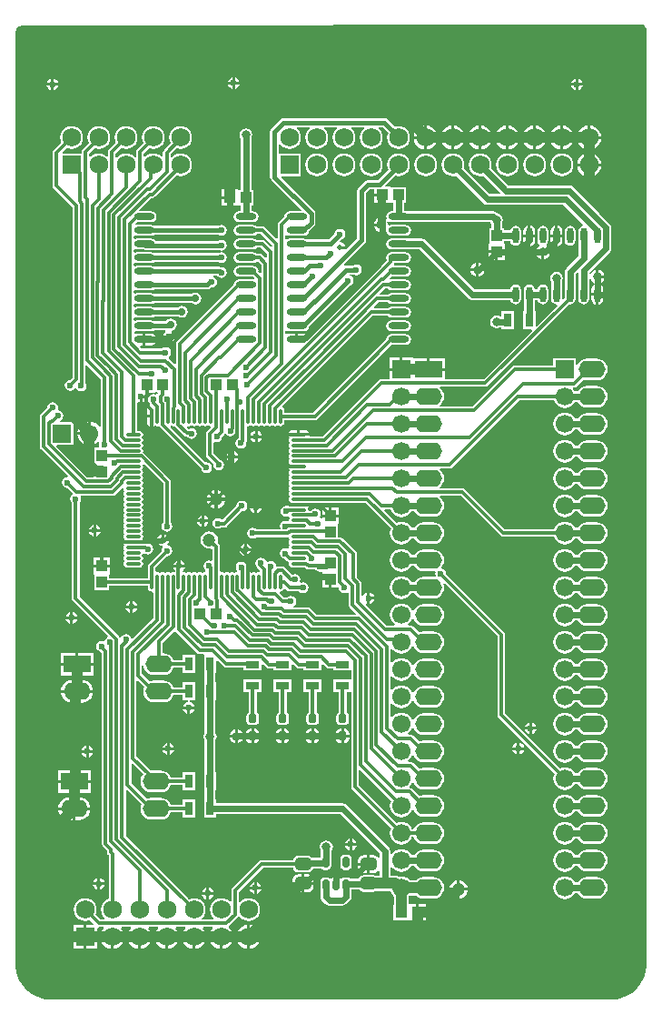
<source format=gtl>
G04*
G04 #@! TF.GenerationSoftware,Altium Limited,Altium Designer,21.0.8 (223)*
G04*
G04 Layer_Physical_Order=1*
G04 Layer_Color=255*
%FSLAX25Y25*%
%MOIN*%
G70*
G04*
G04 #@! TF.SameCoordinates,24B65C91-686E-4BDF-BE13-0E35A49C72FF*
G04*
G04*
G04 #@! TF.FilePolarity,Positive*
G04*
G01*
G75*
%ADD11C,0.02362*%
%ADD16O,0.05512X0.01181*%
%ADD17O,0.01181X0.05512*%
G04:AMPARAMS|DCode=18|XSize=45.28mil|YSize=57.09mil|CornerRadius=11.32mil|HoleSize=0mil|Usage=FLASHONLY|Rotation=90.000|XOffset=0mil|YOffset=0mil|HoleType=Round|Shape=RoundedRectangle|*
%AMROUNDEDRECTD18*
21,1,0.04528,0.03445,0,0,90.0*
21,1,0.02264,0.05709,0,0,90.0*
1,1,0.02264,0.01722,0.01132*
1,1,0.02264,0.01722,-0.01132*
1,1,0.02264,-0.01722,-0.01132*
1,1,0.02264,-0.01722,0.01132*
%
%ADD18ROUNDEDRECTD18*%
G04:AMPARAMS|DCode=19|XSize=23.62mil|YSize=39.37mil|CornerRadius=5.91mil|HoleSize=0mil|Usage=FLASHONLY|Rotation=0.000|XOffset=0mil|YOffset=0mil|HoleType=Round|Shape=RoundedRectangle|*
%AMROUNDEDRECTD19*
21,1,0.02362,0.02756,0,0,0.0*
21,1,0.01181,0.03937,0,0,0.0*
1,1,0.01181,0.00591,-0.01378*
1,1,0.01181,-0.00591,-0.01378*
1,1,0.01181,-0.00591,0.01378*
1,1,0.01181,0.00591,0.01378*
%
%ADD19ROUNDEDRECTD19*%
%ADD20R,0.04134X0.03937*%
%ADD21O,0.07480X0.02362*%
%ADD22R,0.03937X0.04134*%
%ADD23R,0.02953X0.05118*%
%ADD24O,0.02362X0.05709*%
G04:AMPARAMS|DCode=25|XSize=31.5mil|YSize=29.53mil|CornerRadius=7.38mil|HoleSize=0mil|Usage=FLASHONLY|Rotation=90.000|XOffset=0mil|YOffset=0mil|HoleType=Round|Shape=RoundedRectangle|*
%AMROUNDEDRECTD25*
21,1,0.03150,0.01476,0,0,90.0*
21,1,0.01673,0.02953,0,0,90.0*
1,1,0.01476,0.00738,0.00837*
1,1,0.01476,0.00738,-0.00837*
1,1,0.01476,-0.00738,-0.00837*
1,1,0.01476,-0.00738,0.00837*
%
%ADD25ROUNDEDRECTD25*%
%ADD26R,0.05118X0.02953*%
%ADD47C,0.01181*%
%ADD48C,0.01575*%
%ADD49C,0.03937*%
%ADD50C,0.06800*%
%ADD51R,0.06800X0.06800*%
%ADD52O,0.09843X0.06299*%
%ADD53R,0.09843X0.06299*%
%ADD54C,0.06693*%
%ADD55R,0.06693X0.06693*%
%ADD56R,0.06693X0.06693*%
%ADD57O,0.09843X0.06299*%
%ADD58R,0.09843X0.06299*%
%ADD59C,0.02362*%
%ADD60C,0.02756*%
%ADD61C,0.01968*%
%ADD62C,0.03150*%
%ADD63C,0.04724*%
G36*
X223578Y358404D02*
X223938Y358255D01*
X224262Y358038D01*
X224538Y357762D01*
X224755Y357438D01*
X224904Y357078D01*
X224980Y356695D01*
X224980Y356500D01*
X224980Y14001D01*
X224980Y13150D01*
X224758Y11463D01*
X224318Y9820D01*
X223667Y8248D01*
X222816Y6774D01*
X221780Y5424D01*
X220577Y4221D01*
X219227Y3185D01*
X217754Y2334D01*
X216181Y1683D01*
X214538Y1243D01*
X212850Y1021D01*
X211999Y1020D01*
X5649D01*
X3962Y1242D01*
X2319Y1682D01*
X747Y2333D01*
X-727Y3184D01*
X-2077Y4220D01*
X-3280Y5423D01*
X-4316Y6773D01*
X-5167Y8247D01*
X-5818Y9819D01*
X-6258Y11462D01*
X-6480Y13149D01*
X-6480Y14000D01*
X-6481Y356000D01*
Y356195D01*
X-6404Y356578D01*
X-6255Y356938D01*
X-6038Y357262D01*
X-5762Y357538D01*
X-5438Y357755D01*
X-5078Y357904D01*
X-4725Y357975D01*
X-4561Y357965D01*
X-4529Y357969D01*
X-4498Y357963D01*
X223002Y358481D01*
X223195D01*
X223578Y358404D01*
D02*
G37*
%LPC*%
G36*
X74000Y339124D02*
Y337500D01*
X75624D01*
X75555Y337851D01*
X75072Y338573D01*
X74351Y339055D01*
X74000Y339124D01*
D02*
G37*
G36*
X73000D02*
X72649Y339055D01*
X71927Y338573D01*
X71446Y337851D01*
X71376Y337500D01*
X73000D01*
Y339124D01*
D02*
G37*
G36*
X200000Y338624D02*
Y337000D01*
X201624D01*
X201554Y337351D01*
X201073Y338072D01*
X200351Y338555D01*
X200000Y338624D01*
D02*
G37*
G36*
X199000D02*
X198649Y338555D01*
X197927Y338072D01*
X197445Y337351D01*
X197376Y337000D01*
X199000D01*
Y338624D01*
D02*
G37*
G36*
X7500D02*
Y337000D01*
X9124D01*
X9055Y337351D01*
X8573Y338072D01*
X7851Y338555D01*
X7500Y338624D01*
D02*
G37*
G36*
X6500D02*
X6149Y338555D01*
X5427Y338072D01*
X4945Y337351D01*
X4876Y337000D01*
X6500D01*
Y338624D01*
D02*
G37*
G36*
X75624Y336500D02*
X74000D01*
Y334876D01*
X74351Y334945D01*
X75072Y335427D01*
X75555Y336149D01*
X75624Y336500D01*
D02*
G37*
G36*
X73000D02*
X71376D01*
X71446Y336149D01*
X71927Y335427D01*
X72649Y334945D01*
X73000Y334876D01*
Y336500D01*
D02*
G37*
G36*
X201624Y336000D02*
X200000D01*
Y334376D01*
X200351Y334445D01*
X201073Y334928D01*
X201554Y335649D01*
X201624Y336000D01*
D02*
G37*
G36*
X199000D02*
X197376D01*
X197445Y335649D01*
X197927Y334928D01*
X198649Y334445D01*
X199000Y334376D01*
Y336000D01*
D02*
G37*
G36*
X9124D02*
X7500D01*
Y334376D01*
X7851Y334445D01*
X8573Y334928D01*
X9055Y335649D01*
X9124Y336000D01*
D02*
G37*
G36*
X6500D02*
X4876D01*
X4945Y335649D01*
X5427Y334928D01*
X6149Y334445D01*
X6500Y334376D01*
Y336000D01*
D02*
G37*
G36*
X204500Y321372D02*
Y317500D01*
X208372D01*
X208287Y318149D01*
X207843Y319219D01*
X207138Y320138D01*
X206219Y320843D01*
X205149Y321287D01*
X204500Y321372D01*
D02*
G37*
G36*
X194500D02*
Y317500D01*
X198372D01*
X198287Y318149D01*
X197843Y319219D01*
X197138Y320138D01*
X196219Y320843D01*
X195149Y321287D01*
X194500Y321372D01*
D02*
G37*
G36*
X184500D02*
Y317500D01*
X188372D01*
X188287Y318149D01*
X187843Y319219D01*
X187138Y320138D01*
X186219Y320843D01*
X185149Y321287D01*
X184500Y321372D01*
D02*
G37*
G36*
X174500D02*
Y317500D01*
X178372D01*
X178287Y318149D01*
X177843Y319219D01*
X177138Y320138D01*
X176219Y320843D01*
X175149Y321287D01*
X174500Y321372D01*
D02*
G37*
G36*
X164500D02*
Y317500D01*
X168372D01*
X168287Y318149D01*
X167843Y319219D01*
X167138Y320138D01*
X166219Y320843D01*
X165149Y321287D01*
X164500Y321372D01*
D02*
G37*
G36*
X154500D02*
Y317500D01*
X158372D01*
X158287Y318149D01*
X157843Y319219D01*
X157138Y320138D01*
X156219Y320843D01*
X155149Y321287D01*
X154500Y321372D01*
D02*
G37*
G36*
X144500D02*
Y317500D01*
X148372D01*
X148287Y318149D01*
X147843Y319219D01*
X147138Y320138D01*
X146219Y320843D01*
X145149Y321287D01*
X144500Y321372D01*
D02*
G37*
G36*
X183500D02*
X182851Y321287D01*
X181781Y320843D01*
X180862Y320138D01*
X180157Y319219D01*
X179713Y318149D01*
X179628Y317500D01*
X183500D01*
Y321372D01*
D02*
G37*
G36*
X193500D02*
X192851Y321287D01*
X191781Y320843D01*
X190862Y320138D01*
X190157Y319219D01*
X189713Y318149D01*
X189628Y317500D01*
X193500D01*
Y321372D01*
D02*
G37*
G36*
X163500D02*
X162851Y321287D01*
X161781Y320843D01*
X160862Y320138D01*
X160157Y319219D01*
X159713Y318149D01*
X159628Y317500D01*
X163500D01*
Y321372D01*
D02*
G37*
G36*
X203500D02*
X202851Y321287D01*
X201781Y320843D01*
X200862Y320138D01*
X200157Y319219D01*
X199713Y318149D01*
X199628Y317500D01*
X203500D01*
Y321372D01*
D02*
G37*
G36*
X173500D02*
X172851Y321287D01*
X171781Y320843D01*
X170862Y320138D01*
X170157Y319219D01*
X169713Y318149D01*
X169628Y317500D01*
X173500D01*
Y321372D01*
D02*
G37*
G36*
X153500D02*
X152851Y321287D01*
X151781Y320843D01*
X150862Y320138D01*
X150157Y319219D01*
X149713Y318149D01*
X149628Y317500D01*
X153500D01*
Y321372D01*
D02*
G37*
G36*
X143500D02*
X142851Y321287D01*
X141781Y320843D01*
X140862Y320138D01*
X140157Y319219D01*
X139713Y318149D01*
X139628Y317500D01*
X143500D01*
Y321372D01*
D02*
G37*
G36*
X128882Y324117D02*
X128882Y324117D01*
X91880D01*
X91265Y323995D01*
X90744Y323647D01*
X90744Y323647D01*
X87365Y320268D01*
X87017Y319747D01*
X86894Y319132D01*
X86894Y319132D01*
Y302555D01*
X86894Y302555D01*
X87017Y301940D01*
X87365Y301419D01*
X98315Y290469D01*
X98124Y290007D01*
X94039D01*
X93271Y289854D01*
X92620Y289419D01*
X92185Y288768D01*
X92032Y288000D01*
X92036Y287983D01*
X90007Y285954D01*
X89702Y285498D01*
X89595Y284961D01*
Y280077D01*
X89133Y279885D01*
X85025Y283993D01*
X84569Y284298D01*
X84031Y284405D01*
X81988D01*
X81978Y284419D01*
X81327Y284854D01*
X80559Y285007D01*
X75441D01*
X74673Y284854D01*
X74022Y284419D01*
X73587Y283768D01*
X73434Y283000D01*
X73587Y282232D01*
X74022Y281581D01*
X74673Y281146D01*
X75441Y280993D01*
X80559D01*
X81327Y281146D01*
X81978Y281581D01*
X81988Y281595D01*
X83450D01*
X87569Y277476D01*
X87531Y277144D01*
X87034Y276953D01*
X84993Y278993D01*
X84538Y279298D01*
X84000Y279405D01*
X81988D01*
X81978Y279419D01*
X81327Y279854D01*
X80559Y280007D01*
X75441D01*
X74673Y279854D01*
X74022Y279419D01*
X73587Y278768D01*
X73434Y278000D01*
X73587Y277232D01*
X74022Y276581D01*
X74673Y276146D01*
X75441Y275993D01*
X80559D01*
X81327Y276146D01*
X81978Y276581D01*
X81988Y276595D01*
X83418D01*
X85658Y274355D01*
Y272982D01*
X85196Y272791D01*
X83993Y273993D01*
X83538Y274298D01*
X83000Y274405D01*
X81988D01*
X81978Y274419D01*
X81327Y274854D01*
X80559Y275007D01*
X75441D01*
X74673Y274854D01*
X74022Y274419D01*
X73587Y273768D01*
X73434Y273000D01*
X73587Y272232D01*
X74022Y271581D01*
X74673Y271146D01*
X75441Y270993D01*
X80559D01*
X81327Y271146D01*
X81978Y271581D01*
X82452Y271561D01*
X83689Y270323D01*
Y267510D01*
X83228Y267318D01*
X82563Y267983D01*
X82566Y268000D01*
X82413Y268768D01*
X81978Y269419D01*
X81327Y269854D01*
X80559Y270007D01*
X75441D01*
X74673Y269854D01*
X74022Y269419D01*
X73587Y268768D01*
X73434Y268000D01*
X73587Y267232D01*
X74022Y266581D01*
X74673Y266146D01*
X75441Y265993D01*
X80559D01*
X80576Y265996D01*
X81178Y265394D01*
X80932Y264933D01*
X80559Y265007D01*
X75441D01*
X74673Y264854D01*
X74022Y264419D01*
X73587Y263768D01*
X73434Y263000D01*
X73437Y262983D01*
X52719Y242265D01*
X52415Y241809D01*
X52308Y241272D01*
Y234041D01*
X51846Y233850D01*
X49654Y236042D01*
X49647Y236563D01*
X49693Y236670D01*
X49919Y236821D01*
X50354Y237472D01*
X50507Y238240D01*
X50354Y239008D01*
X49919Y239659D01*
X49268Y240094D01*
X48500Y240247D01*
X47732Y240094D01*
X47081Y239659D01*
X47071Y239645D01*
X39762D01*
X39093Y240314D01*
X39284Y240776D01*
X40098D01*
Y243000D01*
Y245224D01*
X38039D01*
X37385Y245094D01*
X36918Y245387D01*
X36924Y245869D01*
X37385Y246123D01*
X38039Y245993D01*
X43158D01*
X43925Y246146D01*
X44298Y246394D01*
X48411D01*
X48563Y245894D01*
X48081Y245572D01*
X47599Y244851D01*
X47529Y244500D01*
X51778D01*
X51708Y244851D01*
X51226Y245572D01*
X50854Y245821D01*
X50960Y246352D01*
X51206Y246400D01*
X51922Y246879D01*
X52401Y247595D01*
X52569Y248440D01*
X52401Y249285D01*
X51922Y250001D01*
X51206Y250480D01*
X50361Y250648D01*
X49516Y250480D01*
X48800Y250001D01*
X48536Y249606D01*
X44298D01*
X43925Y249854D01*
X43158Y250007D01*
X38039D01*
X37385Y249877D01*
X36885Y250152D01*
Y250848D01*
X37385Y251123D01*
X38039Y250993D01*
X43158D01*
X43925Y251146D01*
X44410Y251470D01*
X53118D01*
X53655Y251111D01*
X54500Y250943D01*
X55345Y251111D01*
X56061Y251589D01*
X56540Y252306D01*
X56708Y253151D01*
X56540Y253995D01*
X56061Y254712D01*
X55345Y255190D01*
X54500Y255358D01*
X53655Y255190D01*
X52939Y254712D01*
X52918Y254681D01*
X44185D01*
X43925Y254854D01*
X43158Y255007D01*
X38039D01*
X37385Y254877D01*
X36885Y255152D01*
Y255848D01*
X37385Y256123D01*
X38039Y255993D01*
X43158D01*
X43925Y256146D01*
X44298Y256394D01*
X58005D01*
X58655Y255960D01*
X59500Y255792D01*
X60345Y255960D01*
X61061Y256439D01*
X61540Y257155D01*
X61708Y258000D01*
X61540Y258845D01*
X61061Y259561D01*
X60345Y260040D01*
X59500Y260208D01*
X58655Y260040D01*
X58005Y259606D01*
X44298D01*
X43925Y259854D01*
X43158Y260007D01*
X38039D01*
X37385Y259877D01*
X36885Y260152D01*
Y260848D01*
X37385Y261123D01*
X38039Y260993D01*
X43158D01*
X43925Y261146D01*
X44298Y261394D01*
X63787D01*
X63787Y261394D01*
X64401Y261517D01*
X64922Y261865D01*
X65113Y262055D01*
X65426Y261993D01*
X66194Y262146D01*
X66845Y262581D01*
X67281Y263232D01*
X67433Y264000D01*
X67281Y264768D01*
X66845Y265419D01*
X66194Y265854D01*
X65993Y265894D01*
X66042Y266394D01*
X67405D01*
X67581Y266132D01*
X68232Y265697D01*
X69000Y265544D01*
X69768Y265697D01*
X70419Y266132D01*
X70854Y266783D01*
X71007Y267551D01*
X70854Y268319D01*
X70419Y268970D01*
X69768Y269406D01*
X69000Y269558D01*
X68895Y269537D01*
X68551Y269606D01*
X68551Y269606D01*
X44298D01*
X43925Y269854D01*
X43158Y270007D01*
X38039D01*
X37385Y269877D01*
X36885Y270152D01*
Y270848D01*
X37385Y271123D01*
X38039Y270993D01*
X43158D01*
X43925Y271146D01*
X44298Y271394D01*
X67860D01*
X68232Y271146D01*
X69000Y270993D01*
X69768Y271146D01*
X70419Y271581D01*
X70854Y272232D01*
X71007Y273000D01*
X70854Y273768D01*
X70419Y274419D01*
X69768Y274854D01*
X69000Y275007D01*
X68232Y274854D01*
X67860Y274606D01*
X44298D01*
X43925Y274854D01*
X43158Y275007D01*
X38039D01*
X37385Y274877D01*
X36885Y275152D01*
Y275848D01*
X37385Y276123D01*
X38039Y275993D01*
X40603D01*
X41098Y275894D01*
X41098Y275894D01*
X67860D01*
X68232Y275646D01*
X69000Y275493D01*
X69768Y275646D01*
X70419Y276081D01*
X70854Y276732D01*
X71007Y277500D01*
X70854Y278268D01*
X70419Y278919D01*
X69768Y279354D01*
X69000Y279507D01*
X68232Y279354D01*
X67860Y279106D01*
X44786D01*
X44577Y279419D01*
X43925Y279854D01*
X43158Y280007D01*
X38039D01*
X37385Y279877D01*
X37020Y280078D01*
X36885Y280198D01*
Y280848D01*
X37385Y281123D01*
X38039Y280993D01*
X43158D01*
X43925Y281146D01*
X44298Y281394D01*
X67860D01*
X68232Y281146D01*
X69000Y280993D01*
X69768Y281146D01*
X70419Y281581D01*
X70854Y282232D01*
X71007Y283000D01*
X70854Y283768D01*
X70419Y284419D01*
X69768Y284854D01*
X69000Y285007D01*
X68232Y284854D01*
X67860Y284606D01*
X44298D01*
X43925Y284854D01*
X43158Y285007D01*
X38039D01*
X37666Y284933D01*
X37420Y285394D01*
X38023Y285996D01*
X38039Y285993D01*
X43158D01*
X43925Y286146D01*
X44577Y286581D01*
X45012Y287232D01*
X45165Y288000D01*
X45012Y288768D01*
X44577Y289419D01*
X43925Y289854D01*
X43158Y290007D01*
X39068D01*
X38876Y290469D01*
X43245Y294838D01*
X43637D01*
X44174Y294945D01*
X44630Y295249D01*
X52478Y303098D01*
X52907Y302920D01*
X54000Y302777D01*
X55093Y302920D01*
X56112Y303342D01*
X56986Y304013D01*
X57658Y304888D01*
X58080Y305907D01*
X58223Y307000D01*
X58080Y308093D01*
X57658Y309112D01*
X56986Y309986D01*
X56112Y310658D01*
X55093Y311080D01*
X54000Y311224D01*
X52907Y311080D01*
X51888Y310658D01*
X51013Y309986D01*
X50826Y309742D01*
X50326Y309912D01*
Y310946D01*
X52478Y313098D01*
X52907Y312920D01*
X54000Y312776D01*
X55093Y312920D01*
X56112Y313342D01*
X56986Y314014D01*
X57658Y314888D01*
X58080Y315907D01*
X58223Y317000D01*
X58080Y318093D01*
X57658Y319112D01*
X56986Y319987D01*
X56112Y320658D01*
X55093Y321080D01*
X54000Y321223D01*
X52907Y321080D01*
X51888Y320658D01*
X51013Y319987D01*
X50342Y319112D01*
X49920Y318093D01*
X49777Y317000D01*
X49920Y315907D01*
X50328Y314922D01*
X47928Y312521D01*
X47623Y312065D01*
X47516Y311528D01*
Y310074D01*
X47043Y309913D01*
X46986Y309986D01*
X46112Y310658D01*
X45093Y311080D01*
X44000Y311224D01*
X42907Y311080D01*
X41888Y310658D01*
X41014Y309986D01*
X40957Y309913D01*
X40484Y310074D01*
Y311103D01*
X42478Y313098D01*
X42907Y312920D01*
X44000Y312776D01*
X45093Y312920D01*
X46112Y313342D01*
X46986Y314014D01*
X47658Y314888D01*
X48080Y315907D01*
X48224Y317000D01*
X48080Y318093D01*
X47658Y319112D01*
X46986Y319987D01*
X46112Y320658D01*
X45093Y321080D01*
X44000Y321223D01*
X42907Y321080D01*
X41888Y320658D01*
X41014Y319987D01*
X40342Y319112D01*
X39920Y318093D01*
X39777Y317000D01*
X39920Y315907D01*
X40328Y314922D01*
X38085Y312679D01*
X37781Y312223D01*
X37674Y311685D01*
Y309912D01*
X37174Y309742D01*
X36987Y309986D01*
X36112Y310658D01*
X35093Y311080D01*
X34000Y311224D01*
X32907Y311080D01*
X31888Y310658D01*
X31014Y309986D01*
X30683Y309556D01*
X30183Y309725D01*
Y311196D01*
X32200Y313213D01*
X32907Y312920D01*
X34000Y312776D01*
X35093Y312920D01*
X36112Y313342D01*
X36987Y314014D01*
X37658Y314888D01*
X38080Y315907D01*
X38223Y317000D01*
X38080Y318093D01*
X37658Y319112D01*
X36987Y319987D01*
X36112Y320658D01*
X35093Y321080D01*
X34000Y321223D01*
X32907Y321080D01*
X31888Y320658D01*
X31014Y319987D01*
X30342Y319112D01*
X29920Y318093D01*
X29776Y317000D01*
X29920Y315907D01*
X30213Y315200D01*
X27784Y312771D01*
X27480Y312316D01*
X27373Y311778D01*
Y310241D01*
X26873Y310074D01*
X26112Y310658D01*
X25093Y311080D01*
X24000Y311224D01*
X22907Y311080D01*
X21888Y310658D01*
X21013Y309986D01*
X20957Y309913D01*
X20484Y310074D01*
Y311103D01*
X22478Y313098D01*
X22907Y312920D01*
X24000Y312776D01*
X25093Y312920D01*
X26112Y313342D01*
X26987Y314014D01*
X27658Y314888D01*
X28080Y315907D01*
X28223Y317000D01*
X28080Y318093D01*
X27658Y319112D01*
X26987Y319987D01*
X26112Y320658D01*
X25093Y321080D01*
X24000Y321223D01*
X22907Y321080D01*
X21888Y320658D01*
X21013Y319987D01*
X20342Y319112D01*
X19920Y318093D01*
X19776Y317000D01*
X19920Y315907D01*
X20328Y314922D01*
X18085Y312679D01*
X17781Y312223D01*
X17674Y311685D01*
Y311187D01*
X10828D01*
X10636Y311649D01*
X12200Y313213D01*
X12907Y312920D01*
X14000Y312776D01*
X15093Y312920D01*
X16112Y313342D01*
X16986Y314014D01*
X17658Y314888D01*
X18080Y315907D01*
X18224Y317000D01*
X18080Y318093D01*
X17658Y319112D01*
X16986Y319987D01*
X16112Y320658D01*
X15093Y321080D01*
X14000Y321223D01*
X12907Y321080D01*
X11888Y320658D01*
X11013Y319987D01*
X10342Y319112D01*
X9920Y318093D01*
X9776Y317000D01*
X9920Y315907D01*
X10213Y315200D01*
X7313Y312300D01*
X7008Y311844D01*
X6901Y311306D01*
Y299449D01*
X7008Y298911D01*
X7313Y298456D01*
X14379Y291390D01*
Y267794D01*
X14284Y267319D01*
Y228928D01*
X13517Y228161D01*
X13500Y228165D01*
X12732Y228012D01*
X12081Y227577D01*
X11646Y226926D01*
X11493Y226157D01*
X11646Y225389D01*
X12081Y224738D01*
X12732Y224303D01*
X13500Y224150D01*
X14268Y224303D01*
X14919Y224738D01*
X15170Y225113D01*
X15266Y225137D01*
X15748Y225079D01*
X16081Y224581D01*
X16732Y224146D01*
X17500Y223993D01*
X18268Y224146D01*
X18919Y224581D01*
X19354Y225232D01*
X19507Y226000D01*
X19354Y226768D01*
X19062Y227205D01*
Y233447D01*
X19524Y233638D01*
X22684Y230478D01*
X22684Y230478D01*
X24595Y228567D01*
Y211124D01*
X24095Y210955D01*
X23600Y211600D01*
X22692Y212297D01*
X21635Y212735D01*
X21000Y212818D01*
Y208500D01*
Y204182D01*
X21635Y204265D01*
X22692Y204703D01*
X23600Y205400D01*
X23853Y205729D01*
X24259Y205438D01*
X24146Y205268D01*
X23993Y204500D01*
X24131Y203807D01*
X23914Y203307D01*
X22244D01*
Y197614D01*
X22031D01*
Y195047D01*
X25000D01*
Y194047D01*
X22031D01*
Y192507D01*
X19838D01*
X8441Y203904D01*
X8632Y204366D01*
X14634D01*
Y212634D01*
X9758D01*
X9708Y213134D01*
X9768Y213146D01*
X10419Y213581D01*
X10854Y214232D01*
X11007Y215000D01*
X10854Y215768D01*
X10419Y216419D01*
X9768Y216854D01*
X9322Y216943D01*
X8987Y217180D01*
X8964Y217485D01*
X9066Y218000D01*
X8913Y218768D01*
X8478Y219419D01*
X7827Y219854D01*
X7059Y220007D01*
X6291Y219854D01*
X5640Y219419D01*
X5205Y218768D01*
X5052Y218000D01*
X5055Y217983D01*
X2814Y215741D01*
X2509Y215286D01*
X2402Y214748D01*
Y203767D01*
X2509Y203230D01*
X2814Y202774D01*
X12637Y192951D01*
X12394Y192486D01*
X11732Y192354D01*
X11081Y191919D01*
X10646Y191268D01*
X10493Y190500D01*
X10646Y189732D01*
X11081Y189081D01*
X11732Y188646D01*
X12500Y188493D01*
X12517Y188496D01*
X14409Y186604D01*
X14360Y186106D01*
X14081Y185919D01*
X13646Y185268D01*
X13493Y184500D01*
X13646Y183732D01*
X14081Y183081D01*
X14095Y183071D01*
Y148119D01*
X14202Y147581D01*
X14506Y147126D01*
X27294Y134338D01*
X27135Y133790D01*
X26581Y133419D01*
X26146Y132768D01*
X26126Y132670D01*
X25640Y132380D01*
X25000Y132507D01*
X24232Y132354D01*
X23581Y131919D01*
X23146Y131268D01*
X22993Y130500D01*
X23146Y129732D01*
X23581Y129081D01*
X24232Y128646D01*
X24626Y128567D01*
X25127Y128067D01*
Y58117D01*
X25234Y57579D01*
X25538Y57123D01*
X27081Y55581D01*
X27081Y55581D01*
X27095Y55566D01*
Y55000D01*
X27202Y54462D01*
X27507Y54007D01*
X27595Y53918D01*
Y37951D01*
X26888Y37658D01*
X26013Y36987D01*
X25342Y36112D01*
X24920Y35093D01*
X24777Y34000D01*
X24920Y32907D01*
X25342Y31888D01*
X26013Y31014D01*
X26190Y30878D01*
X26029Y30405D01*
X24582D01*
X22787Y32200D01*
X23080Y32907D01*
X23223Y34000D01*
X23080Y35093D01*
X22658Y36112D01*
X21986Y36987D01*
X21112Y37658D01*
X20093Y38080D01*
X19000Y38223D01*
X17907Y38080D01*
X16888Y37658D01*
X16014Y36987D01*
X15342Y36112D01*
X14920Y35093D01*
X14776Y34000D01*
X14920Y32907D01*
X15342Y31888D01*
X16014Y31014D01*
X16888Y30342D01*
X17907Y29920D01*
X19000Y29776D01*
X20093Y29920D01*
X20800Y30213D01*
X22151Y28862D01*
X21960Y28400D01*
X19500D01*
Y24500D01*
X23400D01*
Y27205D01*
X23900Y27615D01*
X24000Y27595D01*
X25707D01*
X25761Y27434D01*
X25829Y27095D01*
X25157Y26219D01*
X24713Y25149D01*
X24628Y24500D01*
X29000D01*
X33372D01*
X33287Y25149D01*
X32843Y26219D01*
X32171Y27095D01*
X32239Y27434D01*
X32293Y27595D01*
X35707D01*
X35761Y27434D01*
X35829Y27095D01*
X35157Y26219D01*
X34713Y25149D01*
X34628Y24500D01*
X39000D01*
X43372D01*
X43287Y25149D01*
X42843Y26219D01*
X42171Y27095D01*
X42239Y27434D01*
X42293Y27595D01*
X45707D01*
X45761Y27434D01*
X45829Y27095D01*
X45157Y26219D01*
X44713Y25149D01*
X44628Y24500D01*
X49000D01*
X53372D01*
X53287Y25149D01*
X52843Y26219D01*
X52171Y27095D01*
X52239Y27434D01*
X52293Y27595D01*
X55707D01*
X55761Y27434D01*
X55829Y27095D01*
X55157Y26219D01*
X54713Y25149D01*
X54628Y24500D01*
X59000D01*
X63372D01*
X63287Y25149D01*
X62843Y26219D01*
X62171Y27095D01*
X62239Y27434D01*
X62293Y27595D01*
X65707D01*
X65761Y27434D01*
X65829Y27095D01*
X65157Y26219D01*
X64713Y25149D01*
X64628Y24500D01*
X69000D01*
X73372D01*
X73287Y25149D01*
X72843Y26219D01*
X72138Y27138D01*
X71693Y27479D01*
X71707Y27892D01*
X71784Y28040D01*
X74993Y31249D01*
X75091Y31395D01*
X75705Y31415D01*
X76013Y31014D01*
X76888Y30342D01*
X77907Y29920D01*
X79000Y29776D01*
X80093Y29920D01*
X81112Y30342D01*
X81986Y31014D01*
X82658Y31888D01*
X83080Y32907D01*
X83223Y34000D01*
X83080Y35093D01*
X82658Y36112D01*
X81986Y36987D01*
X81112Y37658D01*
X80093Y38080D01*
X79000Y38223D01*
X77907Y38080D01*
X76888Y37658D01*
X76013Y36987D01*
X75878Y36810D01*
X75405Y36971D01*
Y40418D01*
X84299Y49312D01*
X95375D01*
X95470Y48836D01*
X95894Y48201D01*
X96529Y47777D01*
X97278Y47628D01*
X100722D01*
X101471Y47777D01*
X102106Y48201D01*
X102530Y48836D01*
X102568Y49025D01*
X105643D01*
X105676Y48975D01*
X106132Y48671D01*
X106669Y48564D01*
X107850D01*
X108388Y48671D01*
X108844Y48975D01*
X109148Y49431D01*
X109255Y49969D01*
Y50974D01*
X109267Y51032D01*
Y55392D01*
X109725Y56078D01*
X109908Y57000D01*
X109725Y57922D01*
X109203Y58703D01*
X108422Y59225D01*
X107500Y59408D01*
X106578Y59225D01*
X105797Y58703D01*
X105275Y57922D01*
X105092Y57000D01*
X105253Y56189D01*
Y53039D01*
X102235D01*
X102106Y53233D01*
X101471Y53657D01*
X100722Y53806D01*
X97278D01*
X96529Y53657D01*
X95894Y53233D01*
X95470Y52598D01*
X95375Y52122D01*
X83717D01*
X83179Y52015D01*
X82723Y51710D01*
X73007Y41993D01*
X72702Y41538D01*
X72595Y41000D01*
Y36971D01*
X72122Y36810D01*
X71987Y36987D01*
X71112Y37658D01*
X70093Y38080D01*
X69000Y38223D01*
X67907Y38080D01*
X66888Y37658D01*
X66013Y36987D01*
X65342Y36112D01*
X64920Y35093D01*
X64776Y34000D01*
X64920Y32907D01*
X65342Y31888D01*
X66013Y31014D01*
X66190Y30878D01*
X66029Y30405D01*
X61971D01*
X61810Y30878D01*
X61987Y31014D01*
X62658Y31888D01*
X63080Y32907D01*
X63223Y34000D01*
X63080Y35093D01*
X62658Y36112D01*
X61987Y36987D01*
X61112Y37658D01*
X60093Y38080D01*
X59000Y38223D01*
X57907Y38080D01*
X57200Y37787D01*
X33937Y61050D01*
Y77652D01*
X34398Y77843D01*
X39633Y72608D01*
X39393Y72028D01*
X39257Y71000D01*
X39393Y69972D01*
X39789Y69015D01*
X40420Y68192D01*
X41243Y67561D01*
X42201Y67164D01*
X43228Y67029D01*
X46772D01*
X47799Y67164D01*
X48757Y67561D01*
X49580Y68192D01*
X50211Y69015D01*
X50451Y69595D01*
X54736D01*
Y67654D01*
X59264D01*
Y74347D01*
X54736D01*
Y72405D01*
X50451D01*
X50211Y72986D01*
X49580Y73808D01*
X48757Y74439D01*
X47799Y74836D01*
X46772Y74971D01*
X43228D01*
X42201Y74836D01*
X41620Y74595D01*
X35905Y80310D01*
Y87455D01*
X36367Y87646D01*
X40327Y83686D01*
X39789Y82986D01*
X39393Y82028D01*
X39257Y81000D01*
X39393Y79972D01*
X39789Y79014D01*
X40420Y78192D01*
X41243Y77561D01*
X42201Y77164D01*
X43228Y77029D01*
X46772D01*
X47799Y77164D01*
X48757Y77561D01*
X49580Y78192D01*
X50211Y79014D01*
X50451Y79595D01*
X54736D01*
Y77653D01*
X59264D01*
Y84346D01*
X54736D01*
Y82405D01*
X50451D01*
X50211Y82986D01*
X49580Y83808D01*
X48757Y84439D01*
X47799Y84836D01*
X46772Y84971D01*
X43228D01*
X43041Y84946D01*
X37874Y90114D01*
Y117715D01*
X38335Y117906D01*
X40633Y115608D01*
X40393Y115028D01*
X40257Y114000D01*
X40393Y112972D01*
X40789Y112014D01*
X41420Y111192D01*
X42243Y110561D01*
X43201Y110164D01*
X44228Y110029D01*
X47772D01*
X48799Y110164D01*
X49757Y110561D01*
X50580Y111192D01*
X51211Y112014D01*
X51451Y112595D01*
X54736D01*
Y110653D01*
X56597D01*
X56647Y110153D01*
X56149Y110055D01*
X55427Y109573D01*
X54945Y108851D01*
X54876Y108500D01*
X59124D01*
X59054Y108851D01*
X58573Y109573D01*
X57851Y110055D01*
X57353Y110153D01*
X57403Y110653D01*
X59264D01*
Y117347D01*
X54736D01*
Y115405D01*
X51451D01*
X51211Y115986D01*
X50580Y116808D01*
X49757Y117439D01*
X48799Y117836D01*
X47772Y117971D01*
X44228D01*
X43201Y117836D01*
X42620Y117595D01*
X39842Y120373D01*
Y123325D01*
X40342Y123358D01*
X40393Y122972D01*
X40789Y122014D01*
X41420Y121192D01*
X42243Y120561D01*
X43201Y120164D01*
X44228Y120029D01*
X47772D01*
X48799Y120164D01*
X49757Y120561D01*
X50580Y121192D01*
X51211Y122014D01*
X51451Y122595D01*
X54736D01*
Y120653D01*
X59264D01*
Y127347D01*
X54736D01*
Y125405D01*
X51451D01*
X51211Y125986D01*
X50580Y126808D01*
X49757Y127439D01*
X48799Y127836D01*
X47772Y127971D01*
X47405D01*
Y131903D01*
X51575Y136073D01*
X51600Y136082D01*
X52191Y135982D01*
X52333Y135769D01*
X60096Y128006D01*
X60552Y127702D01*
X61090Y127595D01*
X62213D01*
X62610Y127346D01*
Y120653D01*
X62867D01*
Y117347D01*
X62610D01*
Y110653D01*
X62867D01*
Y98748D01*
X62649Y98422D01*
X62466Y97500D01*
X62649Y96578D01*
X62867Y96252D01*
Y84346D01*
X62610D01*
Y77653D01*
X62867D01*
Y74347D01*
X62610D01*
Y67654D01*
X67138D01*
Y68993D01*
X112669D01*
X126993Y54669D01*
Y53188D01*
X126493Y53036D01*
X126259Y53386D01*
X125554Y53857D01*
X124722Y54022D01*
X123500D01*
Y50717D01*
Y47411D01*
X124722D01*
X125554Y47577D01*
X126259Y48048D01*
X126493Y48397D01*
X126993Y48246D01*
Y46410D01*
X125711D01*
X125471Y46570D01*
X124722Y46719D01*
X121278D01*
X120529Y46570D01*
X119894Y46146D01*
X119470Y45511D01*
X119432Y45322D01*
X116357D01*
X116324Y45372D01*
X115868Y45676D01*
X115331Y45783D01*
X114150D01*
X113612Y45676D01*
X113156Y45372D01*
X112682Y45562D01*
X112211Y45877D01*
X111591Y46000D01*
X111500D01*
Y43000D01*
X110500D01*
Y46000D01*
X110409D01*
X109789Y45877D01*
X109318Y45562D01*
X108844Y45372D01*
X108388Y45676D01*
X107850Y45783D01*
X106669D01*
X106132Y45676D01*
X105676Y45372D01*
X105371Y44916D01*
X105264Y44378D01*
Y43058D01*
X105253Y43000D01*
Y38884D01*
X105405Y38116D01*
X105841Y37464D01*
X107224Y36081D01*
X107876Y35646D01*
X108644Y35493D01*
X113356D01*
X114125Y35646D01*
X114776Y36081D01*
X116159Y37464D01*
X116595Y38116D01*
X116747Y38884D01*
Y41308D01*
X119764D01*
X119894Y41115D01*
X120529Y40690D01*
X121278Y40541D01*
X124722D01*
X125471Y40690D01*
X125711Y40851D01*
X131002D01*
X131389Y39915D01*
X132052Y39052D01*
X132244Y38904D01*
Y35756D01*
X132193D01*
Y30244D01*
X134843D01*
X135024Y30220D01*
X135047D01*
X135228Y30244D01*
X137886D01*
Y30031D01*
X140453D01*
Y33000D01*
Y35969D01*
X137886D01*
X137803Y36434D01*
Y38940D01*
X137948Y39052D01*
X138078Y39220D01*
X140399D01*
X140420Y39192D01*
X141243Y38561D01*
X142201Y38164D01*
X143228Y38029D01*
X146772D01*
X147799Y38164D01*
X148757Y38561D01*
X149580Y39192D01*
X150211Y40014D01*
X150607Y40972D01*
X150743Y42000D01*
X150607Y43028D01*
X150211Y43986D01*
X149580Y44808D01*
X148757Y45439D01*
X147799Y45836D01*
X146772Y45971D01*
X143228D01*
X142201Y45836D01*
X141243Y45439D01*
X140420Y44808D01*
X140399Y44780D01*
X138078D01*
X137948Y44948D01*
X137085Y45611D01*
X136079Y46027D01*
X135000Y46169D01*
X134010Y46039D01*
X133343Y46315D01*
X132624Y46410D01*
X131007D01*
Y49592D01*
X131507Y49762D01*
X132052Y49052D01*
X132915Y48389D01*
X133921Y47973D01*
X135000Y47831D01*
X136079Y47973D01*
X137085Y48389D01*
X137948Y49052D01*
X138611Y49915D01*
X138643Y49993D01*
X139806D01*
X140420Y49192D01*
X141243Y48561D01*
X142201Y48164D01*
X143228Y48029D01*
X146772D01*
X147799Y48164D01*
X148757Y48561D01*
X149580Y49192D01*
X150211Y50015D01*
X150607Y50972D01*
X150743Y52000D01*
X150607Y53028D01*
X150211Y53986D01*
X149580Y54808D01*
X148757Y55439D01*
X147799Y55836D01*
X146772Y55971D01*
X143228D01*
X142201Y55836D01*
X141243Y55439D01*
X140420Y54808D01*
X139806Y54007D01*
X138643D01*
X138611Y54085D01*
X137948Y54948D01*
X137085Y55611D01*
X136079Y56027D01*
X135000Y56169D01*
X133921Y56027D01*
X132915Y55611D01*
X132052Y54948D01*
X131507Y54238D01*
X131007Y54408D01*
Y55500D01*
X130854Y56268D01*
X130419Y56919D01*
X114919Y72419D01*
X114268Y72854D01*
X113500Y73007D01*
X67138D01*
Y74347D01*
X66881D01*
Y77653D01*
X67138D01*
Y84346D01*
X66881D01*
Y96252D01*
X67099Y96578D01*
X67282Y97500D01*
X67099Y98422D01*
X66881Y98748D01*
Y110653D01*
X67138D01*
Y117347D01*
X66881D01*
Y120653D01*
X67138D01*
Y125080D01*
X67600Y125271D01*
X69865Y123006D01*
X70320Y122702D01*
X70858Y122595D01*
X77153D01*
Y121610D01*
X83846D01*
Y123872D01*
X84308Y124063D01*
X85491Y122881D01*
X85947Y122576D01*
X86484Y122469D01*
X88153D01*
Y121610D01*
X94846D01*
Y123872D01*
X95308Y124063D01*
X96491Y122881D01*
X96947Y122576D01*
X97484Y122469D01*
X99154D01*
Y121610D01*
X105847D01*
Y123872D01*
X106308Y124063D01*
X107491Y122881D01*
X107947Y122576D01*
X108484Y122469D01*
X110153D01*
Y121610D01*
X116595D01*
Y118264D01*
X110153D01*
Y113736D01*
X112095D01*
Y106226D01*
X111662Y105937D01*
X111325Y105432D01*
X111206Y104837D01*
Y103163D01*
X111325Y102568D01*
X111662Y102064D01*
X112167Y101726D01*
X112762Y101608D01*
X114238D01*
X114833Y101726D01*
X115338Y102064D01*
X115675Y102568D01*
X115794Y103163D01*
Y104837D01*
X115675Y105432D01*
X115338Y105937D01*
X114905Y106226D01*
Y113736D01*
X116595D01*
Y79000D01*
X116702Y78462D01*
X117007Y78007D01*
X131254Y63759D01*
X130973Y63079D01*
X130831Y62000D01*
X130973Y60921D01*
X131389Y59915D01*
X132052Y59052D01*
X132915Y58389D01*
X133921Y57973D01*
X135000Y57831D01*
X136079Y57973D01*
X137085Y58389D01*
X137948Y59052D01*
X138611Y59915D01*
X138892Y60595D01*
X139549D01*
X139789Y60014D01*
X140420Y59192D01*
X141243Y58561D01*
X142201Y58164D01*
X143228Y58029D01*
X146772D01*
X147799Y58164D01*
X148757Y58561D01*
X149580Y59192D01*
X150211Y60014D01*
X150607Y60972D01*
X150743Y62000D01*
X150607Y63028D01*
X150211Y63986D01*
X149580Y64808D01*
X148757Y65439D01*
X147799Y65836D01*
X146772Y65971D01*
X143228D01*
X142201Y65836D01*
X141243Y65439D01*
X140420Y64808D01*
X139789Y63986D01*
X139549Y63405D01*
X138892D01*
X138611Y64085D01*
X137948Y64948D01*
X137085Y65611D01*
X136079Y66027D01*
X135000Y66170D01*
X133921Y66027D01*
X133241Y65746D01*
X119405Y79582D01*
Y84955D01*
X119867Y85146D01*
X131254Y73759D01*
X130973Y73079D01*
X130831Y72000D01*
X130973Y70921D01*
X131389Y69915D01*
X132052Y69052D01*
X132915Y68389D01*
X133921Y67973D01*
X135000Y67830D01*
X136079Y67973D01*
X137085Y68389D01*
X137948Y69052D01*
X138611Y69915D01*
X138950Y70734D01*
X139489Y70739D01*
X139789Y70015D01*
X140420Y69192D01*
X141243Y68561D01*
X142201Y68164D01*
X143228Y68029D01*
X146772D01*
X147799Y68164D01*
X148757Y68561D01*
X149580Y69192D01*
X150211Y70015D01*
X150607Y70972D01*
X150743Y72000D01*
X150607Y73028D01*
X150211Y73985D01*
X149580Y74808D01*
X148757Y75439D01*
X147799Y75836D01*
X146772Y75971D01*
X143228D01*
X142201Y75836D01*
X141620Y75595D01*
X138946Y78269D01*
X138490Y78574D01*
X138217Y78628D01*
X138130Y78766D01*
X138038Y79168D01*
X138611Y79915D01*
X138950Y80734D01*
X139489Y80739D01*
X139789Y80014D01*
X140420Y79192D01*
X141243Y78561D01*
X142201Y78164D01*
X143228Y78029D01*
X146772D01*
X147799Y78164D01*
X148757Y78561D01*
X149580Y79192D01*
X150211Y80014D01*
X150607Y80972D01*
X150743Y82000D01*
X150607Y83028D01*
X150211Y83986D01*
X149580Y84808D01*
X148757Y85439D01*
X147799Y85836D01*
X146772Y85971D01*
X143228D01*
X142201Y85836D01*
X141620Y85595D01*
X139497Y87718D01*
X139042Y88022D01*
X138504Y88129D01*
X137568D01*
X137398Y88629D01*
X137948Y89052D01*
X138611Y89915D01*
X138950Y90734D01*
X139489Y90739D01*
X139789Y90014D01*
X140420Y89192D01*
X141243Y88561D01*
X142201Y88164D01*
X143228Y88029D01*
X146772D01*
X147799Y88164D01*
X148757Y88561D01*
X149580Y89192D01*
X150211Y90014D01*
X150607Y90972D01*
X150743Y92000D01*
X150607Y93028D01*
X150211Y93985D01*
X149580Y94808D01*
X148757Y95439D01*
X147799Y95836D01*
X146772Y95971D01*
X143228D01*
X142201Y95836D01*
X141620Y95595D01*
X139497Y97718D01*
X139042Y98022D01*
X138504Y98129D01*
X137568D01*
X137398Y98629D01*
X137948Y99052D01*
X138611Y99915D01*
X138950Y100734D01*
X139489Y100739D01*
X139789Y100014D01*
X140420Y99192D01*
X141243Y98561D01*
X142201Y98164D01*
X143228Y98029D01*
X146772D01*
X147799Y98164D01*
X148757Y98561D01*
X149580Y99192D01*
X150211Y100014D01*
X150607Y100972D01*
X150743Y102000D01*
X150607Y103028D01*
X150211Y103986D01*
X149580Y104808D01*
X148757Y105439D01*
X147799Y105836D01*
X146772Y105971D01*
X143228D01*
X142201Y105836D01*
X141243Y105439D01*
X140420Y104808D01*
X139789Y103986D01*
X139489Y103261D01*
X138950Y103266D01*
X138611Y104085D01*
X137948Y104948D01*
X137085Y105611D01*
X136079Y106027D01*
X135000Y106169D01*
X133921Y106027D01*
X132915Y105611D01*
X132052Y104948D01*
X131716Y104511D01*
X131216Y104681D01*
Y109319D01*
X131716Y109489D01*
X132052Y109052D01*
X132915Y108389D01*
X133921Y107973D01*
X135000Y107831D01*
X136079Y107973D01*
X137085Y108389D01*
X137948Y109052D01*
X138611Y109915D01*
X138950Y110734D01*
X139489Y110739D01*
X139789Y110014D01*
X140420Y109192D01*
X141243Y108561D01*
X142201Y108164D01*
X143228Y108029D01*
X146772D01*
X147799Y108164D01*
X148757Y108561D01*
X149580Y109192D01*
X150211Y110014D01*
X150607Y110972D01*
X150743Y112000D01*
X150607Y113028D01*
X150211Y113986D01*
X149580Y114808D01*
X148757Y115439D01*
X147799Y115836D01*
X146772Y115971D01*
X143228D01*
X142201Y115836D01*
X141243Y115439D01*
X140420Y114808D01*
X139789Y113986D01*
X139489Y113261D01*
X138950Y113266D01*
X138611Y114085D01*
X137948Y114948D01*
X137085Y115611D01*
X136079Y116027D01*
X135000Y116170D01*
X133921Y116027D01*
X132915Y115611D01*
X132052Y114948D01*
X131716Y114511D01*
X131216Y114681D01*
Y119319D01*
X131716Y119489D01*
X132052Y119052D01*
X132915Y118389D01*
X133921Y117973D01*
X135000Y117831D01*
X136079Y117973D01*
X137085Y118389D01*
X137948Y119052D01*
X138611Y119915D01*
X138950Y120734D01*
X139489Y120739D01*
X139789Y120015D01*
X140420Y119192D01*
X141243Y118561D01*
X142201Y118164D01*
X143228Y118029D01*
X146772D01*
X147799Y118164D01*
X148757Y118561D01*
X149580Y119192D01*
X150211Y120015D01*
X150607Y120972D01*
X150743Y122000D01*
X150607Y123028D01*
X150211Y123986D01*
X149580Y124808D01*
X148757Y125439D01*
X147799Y125836D01*
X146772Y125971D01*
X143228D01*
X142201Y125836D01*
X141243Y125439D01*
X140420Y124808D01*
X139789Y123986D01*
X139489Y123261D01*
X138950Y123266D01*
X138611Y124085D01*
X137948Y124948D01*
X137085Y125611D01*
X136079Y126027D01*
X135000Y126170D01*
X133921Y126027D01*
X132915Y125611D01*
X132052Y124948D01*
X131716Y124511D01*
X131216Y124680D01*
Y129320D01*
X131716Y129489D01*
X132052Y129052D01*
X132915Y128389D01*
X133921Y127973D01*
X135000Y127831D01*
X136079Y127973D01*
X137085Y128389D01*
X137948Y129052D01*
X138611Y129915D01*
X138950Y130734D01*
X139489Y130739D01*
X139789Y130015D01*
X140420Y129192D01*
X141243Y128561D01*
X142201Y128164D01*
X143228Y128029D01*
X146772D01*
X147799Y128164D01*
X148757Y128561D01*
X149580Y129192D01*
X150211Y130015D01*
X150607Y130972D01*
X150743Y132000D01*
X150607Y133028D01*
X150211Y133985D01*
X149580Y134808D01*
X148757Y135439D01*
X147799Y135836D01*
X146772Y135971D01*
X143228D01*
X142201Y135836D01*
X141620Y135595D01*
X139497Y137718D01*
X139042Y138022D01*
X138504Y138129D01*
X137568D01*
X137398Y138629D01*
X137948Y139052D01*
X138611Y139915D01*
X138950Y140734D01*
X139489Y140739D01*
X139789Y140015D01*
X140420Y139192D01*
X141243Y138561D01*
X142201Y138164D01*
X143228Y138029D01*
X146772D01*
X147799Y138164D01*
X148757Y138561D01*
X149580Y139192D01*
X150211Y140015D01*
X150607Y140972D01*
X150743Y142000D01*
X150607Y143028D01*
X150211Y143985D01*
X149580Y144808D01*
X148757Y145439D01*
X147799Y145836D01*
X146772Y145971D01*
X143228D01*
X142201Y145836D01*
X141243Y145439D01*
X140420Y144808D01*
X139789Y143985D01*
X139489Y143261D01*
X138950Y143266D01*
X138611Y144085D01*
X137948Y144948D01*
X137085Y145611D01*
X136079Y146027D01*
X135000Y146169D01*
X133921Y146027D01*
X132915Y145611D01*
X132052Y144948D01*
X131389Y144085D01*
X130973Y143079D01*
X130831Y142000D01*
X130973Y140921D01*
X131389Y139915D01*
X132052Y139052D01*
X132602Y138629D01*
X132432Y138129D01*
X129487D01*
X121935Y145681D01*
X122041Y145894D01*
X122229Y146094D01*
X122500Y146040D01*
Y148164D01*
Y150289D01*
X122149Y150219D01*
X121428Y149737D01*
X120946Y149015D01*
X120932Y148950D01*
X120432Y149000D01*
Y153500D01*
X120326Y154038D01*
X120021Y154493D01*
X118682Y155833D01*
Y164275D01*
X118575Y164813D01*
X118270Y165269D01*
X113490Y170049D01*
X113034Y170353D01*
X112497Y170460D01*
X111756D01*
Y175339D01*
X111969D01*
Y177905D01*
X106032D01*
Y177632D01*
X105567Y177359D01*
X105334Y177474D01*
X105195Y177994D01*
X105354Y178232D01*
X105507Y179000D01*
X105354Y179768D01*
X104919Y180419D01*
X104268Y180854D01*
X103500Y181007D01*
X102732Y180854D01*
X102081Y180419D01*
X101800Y179999D01*
X101283D01*
X100873Y180499D01*
X100885Y180563D01*
X100778Y181101D01*
X100600Y181367D01*
X100627Y181385D01*
X100979Y181911D01*
X101003Y182032D01*
X97315D01*
X93206D01*
X93129Y181972D01*
X92654Y182066D01*
X91886Y181913D01*
X91235Y181478D01*
X90800Y180827D01*
X90647Y180059D01*
X90800Y179291D01*
X91235Y178640D01*
X91886Y178205D01*
X92654Y178052D01*
X93422Y178205D01*
X93864Y177975D01*
X94054Y177467D01*
X93852Y177164D01*
X93745Y176626D01*
X93292Y176338D01*
X93268Y176354D01*
X92500Y176507D01*
X91732Y176354D01*
X91081Y175919D01*
X90646Y175268D01*
X90493Y174500D01*
X90623Y173846D01*
X90348Y173346D01*
X81963D01*
X81919Y173412D01*
X81268Y173847D01*
X80500Y174000D01*
X79732Y173847D01*
X79081Y173412D01*
X78646Y172761D01*
X78493Y171993D01*
X78646Y171225D01*
X79081Y170574D01*
X79732Y170139D01*
X80500Y169986D01*
X81268Y170139D01*
X81863Y170536D01*
X93560D01*
X93773Y170578D01*
X93852Y170183D01*
X94150Y169736D01*
X93852Y169290D01*
X93745Y168752D01*
X93852Y168214D01*
X94150Y167768D01*
X93852Y167321D01*
X93745Y166783D01*
X93778Y166615D01*
X93328Y166314D01*
X93268Y166354D01*
X92500Y166507D01*
X91732Y166354D01*
X91081Y165919D01*
X90646Y165268D01*
X90493Y164500D01*
X90646Y163732D01*
X91081Y163081D01*
X91732Y162646D01*
X92500Y162493D01*
X92517Y162496D01*
X93160Y161853D01*
X93616Y161548D01*
X93789Y161101D01*
X93745Y160878D01*
X93852Y160340D01*
X94156Y159885D01*
X94612Y159580D01*
X95150Y159473D01*
X99636D01*
X99981Y159128D01*
X100436Y158824D01*
X100974Y158717D01*
X103420D01*
X103581Y158477D01*
X104232Y158042D01*
X105000Y157889D01*
X105532Y157994D01*
X105989Y157690D01*
X106032Y157623D01*
Y155595D01*
X109000D01*
Y155095D01*
X109500D01*
Y152028D01*
X111969D01*
X112147Y151602D01*
X112208Y151294D01*
X112643Y150643D01*
X113294Y150208D01*
X114062Y150055D01*
X114830Y150208D01*
X115144Y150417D01*
X115644Y150150D01*
Y145797D01*
X115751Y145259D01*
X116055Y144803D01*
X118296Y142562D01*
X118105Y142100D01*
X103971D01*
X101759Y144313D01*
X101303Y144617D01*
X100766Y144724D01*
X95543D01*
X95413Y145224D01*
X95947Y145581D01*
X96382Y146232D01*
X96535Y147000D01*
X96382Y147768D01*
X95947Y148419D01*
X95296Y148854D01*
X94528Y149007D01*
X93760Y148854D01*
X93108Y148419D01*
X93099Y148405D01*
X92082D01*
X90322Y150165D01*
X90569Y150625D01*
X90622Y150615D01*
X91160Y150722D01*
X91615Y151026D01*
X91882Y151424D01*
X92164Y151556D01*
X92389Y151624D01*
X93007Y151006D01*
X93462Y150702D01*
X94000Y150595D01*
X97481D01*
X97490Y150581D01*
X98141Y150146D01*
X98909Y149993D01*
X99677Y150146D01*
X100329Y150581D01*
X100764Y151232D01*
X100917Y152000D01*
X100764Y152768D01*
X100329Y153419D01*
X99677Y153854D01*
X98909Y154007D01*
X98213Y153868D01*
X98006Y154055D01*
X97862Y154269D01*
X98007Y155000D01*
X97854Y155768D01*
X97419Y156419D01*
X96768Y156854D01*
X96000Y157007D01*
X95232Y156854D01*
X95026Y156717D01*
X92431Y159312D01*
X91975Y159617D01*
X91437Y159724D01*
X89807D01*
X89538Y159670D01*
X89444Y159701D01*
X89044Y159994D01*
X89018Y160038D01*
X88907Y160597D01*
X88472Y161248D01*
X87821Y161683D01*
X87053Y161836D01*
X86284Y161683D01*
X85928Y161445D01*
X85373Y161675D01*
X85354Y161768D01*
X84919Y162419D01*
X84268Y162854D01*
X83500Y163007D01*
X82732Y162854D01*
X82081Y162419D01*
X81646Y161768D01*
X81493Y161000D01*
X81646Y160232D01*
X82081Y159581D01*
X82193Y159505D01*
X82202Y159462D01*
X82507Y159007D01*
X82983Y158530D01*
X82967Y158195D01*
X82748Y157755D01*
X82210Y157648D01*
X81764Y157350D01*
X81317Y157648D01*
X80779Y157755D01*
X80242Y157648D01*
X79976Y157470D01*
X79958Y157497D01*
X79432Y157849D01*
X79311Y157873D01*
Y154185D01*
X78311D01*
Y158202D01*
X78247Y158254D01*
Y158590D01*
X78163Y159016D01*
X78259Y159500D01*
X78106Y160268D01*
X77671Y160919D01*
X77020Y161354D01*
X76252Y161507D01*
X75484Y161354D01*
X74833Y160919D01*
X74398Y160268D01*
X74245Y159500D01*
X74398Y158732D01*
X74729Y158236D01*
X74596Y157765D01*
X74539Y157689D01*
X74336Y157648D01*
X73890Y157350D01*
X73443Y157648D01*
X72905Y157755D01*
X72368Y157648D01*
X71921Y157350D01*
X71475Y157648D01*
X70937Y157755D01*
X70399Y157648D01*
X69953Y157350D01*
X69506Y157648D01*
X68968Y157755D01*
X68905Y157743D01*
X68405Y158153D01*
Y167000D01*
X68298Y167538D01*
X67993Y167993D01*
X67493Y168494D01*
X67568Y168678D01*
X67677Y169500D01*
X67568Y170322D01*
X67251Y171088D01*
X66746Y171746D01*
X66088Y172251D01*
X65322Y172569D01*
X64500Y172677D01*
X63678Y172569D01*
X62912Y172251D01*
X62254Y171746D01*
X61749Y171088D01*
X61431Y170322D01*
X61323Y169500D01*
X61431Y168678D01*
X61749Y167912D01*
X62254Y167254D01*
X62912Y166749D01*
X63678Y166431D01*
X64500Y166323D01*
X65095Y166402D01*
X65535Y166097D01*
X65595Y166003D01*
Y162152D01*
X65095Y161877D01*
X64441Y162007D01*
X63673Y161854D01*
X63022Y161419D01*
X62587Y160768D01*
X62434Y160000D01*
X62587Y159232D01*
X63022Y158581D01*
X63208Y158456D01*
X63219Y158234D01*
X63063Y157755D01*
X62525Y157648D01*
X62079Y157350D01*
X61632Y157648D01*
X61094Y157755D01*
X60557Y157648D01*
X60110Y157350D01*
X59664Y157648D01*
X59126Y157755D01*
X58588Y157648D01*
X58142Y157350D01*
X57695Y157648D01*
X57157Y157755D01*
X56620Y157648D01*
X56173Y157350D01*
X55727Y157648D01*
X55189Y157755D01*
X54872Y157692D01*
X54677Y158163D01*
X55072Y158428D01*
X55554Y159149D01*
X55624Y159500D01*
X51376D01*
X51446Y159149D01*
X51928Y158428D01*
X52012Y158371D01*
X52009Y157790D01*
X51816Y157665D01*
X51747Y157657D01*
X51252Y157755D01*
X50714Y157648D01*
X50268Y157350D01*
X49821Y157648D01*
X49283Y157755D01*
X48746Y157648D01*
X48299Y157350D01*
X47853Y157648D01*
X47315Y157755D01*
X46777Y157648D01*
X46331Y157350D01*
X45884Y157648D01*
X45347Y157755D01*
X45283Y157743D01*
X44783Y158153D01*
Y159296D01*
X48983Y163496D01*
X49000Y163493D01*
X49768Y163646D01*
X50419Y164081D01*
X50854Y164732D01*
X51007Y165500D01*
X50854Y166268D01*
X50419Y166919D01*
X49768Y167354D01*
X49327Y167442D01*
X49233Y167705D01*
X49188Y167980D01*
X49635Y168649D01*
X49705Y169000D01*
X45456D01*
X45526Y168649D01*
X46008Y167928D01*
X46730Y167446D01*
X47301Y167332D01*
X47380Y167216D01*
X47493Y166788D01*
X47146Y166268D01*
X46993Y165500D01*
X46996Y165483D01*
X42384Y160871D01*
X42080Y160416D01*
X41973Y159878D01*
Y155452D01*
X27756D01*
Y156886D01*
X27968D01*
Y159453D01*
X22031D01*
Y156886D01*
X22244D01*
Y151193D01*
X27756D01*
Y152642D01*
X41973D01*
Y152020D01*
X42080Y151482D01*
X42384Y151026D01*
X42840Y150722D01*
X43378Y150615D01*
X43442Y150627D01*
X43942Y150217D01*
Y140765D01*
X36470Y133294D01*
X35928Y133458D01*
X35854Y133827D01*
X35419Y134478D01*
X34768Y134913D01*
X34000Y135066D01*
X33232Y134913D01*
X32581Y134478D01*
X32225Y133946D01*
X31808Y133880D01*
X31651Y133905D01*
X31552Y134053D01*
X16905Y148701D01*
Y183071D01*
X16919Y183081D01*
X17354Y183732D01*
X17507Y184500D01*
X17354Y185268D01*
X17320Y185319D01*
X17556Y185760D01*
X29170D01*
X29708Y185867D01*
X30163Y186172D01*
X32649Y188657D01*
X33042Y188471D01*
X33118Y188420D01*
X33222Y187899D01*
X33520Y187453D01*
X33222Y187006D01*
X33115Y186469D01*
X33222Y185931D01*
X33520Y185484D01*
X33222Y185038D01*
X33115Y184500D01*
X33222Y183962D01*
X33520Y183516D01*
X33222Y183069D01*
X33115Y182531D01*
X33222Y181994D01*
X33520Y181547D01*
X33222Y181101D01*
X33115Y180563D01*
X33222Y180025D01*
X33520Y179579D01*
X33222Y179132D01*
X33115Y178595D01*
X33222Y178057D01*
X33520Y177610D01*
X33222Y177164D01*
X33115Y176626D01*
X33222Y176088D01*
X33520Y175642D01*
X33222Y175195D01*
X33115Y174657D01*
X33222Y174120D01*
X33520Y173673D01*
X33222Y173227D01*
X33115Y172689D01*
X33222Y172151D01*
X33520Y171705D01*
X33222Y171258D01*
X33115Y170721D01*
X33222Y170183D01*
X33400Y169916D01*
X33373Y169899D01*
X33021Y169373D01*
X32997Y169252D01*
X36685D01*
X40373D01*
X40349Y169373D01*
X39997Y169899D01*
X39970Y169916D01*
X40148Y170183D01*
X40255Y170721D01*
X40148Y171258D01*
X39850Y171705D01*
X40148Y172151D01*
X40255Y172689D01*
X40148Y173227D01*
X39850Y173673D01*
X40148Y174120D01*
X40255Y174657D01*
X40148Y175195D01*
X39850Y175642D01*
X40148Y176088D01*
X40255Y176626D01*
X40148Y177164D01*
X39850Y177610D01*
X40148Y178057D01*
X40255Y178595D01*
X40148Y179132D01*
X39850Y179579D01*
X40148Y180025D01*
X40255Y180563D01*
X40148Y181101D01*
X39850Y181547D01*
X40148Y181994D01*
X40255Y182531D01*
X40148Y183069D01*
X39850Y183516D01*
X40148Y183962D01*
X40255Y184500D01*
X40148Y185038D01*
X39850Y185484D01*
X40148Y185931D01*
X40255Y186469D01*
X40148Y187006D01*
X39850Y187453D01*
X40148Y187899D01*
X40255Y188437D01*
X40148Y188975D01*
X39850Y189421D01*
X40148Y189868D01*
X40255Y190405D01*
X40148Y190943D01*
X39850Y191390D01*
X40148Y191836D01*
X40255Y192374D01*
X40148Y192912D01*
X39850Y193358D01*
X40148Y193805D01*
X40255Y194343D01*
X40148Y194880D01*
X39850Y195327D01*
X40148Y195773D01*
X40255Y196311D01*
X40148Y196849D01*
X40139Y196863D01*
X40209Y197011D01*
X40811Y197116D01*
X47595Y190332D01*
Y175929D01*
X47581Y175919D01*
X47146Y175268D01*
X46993Y174500D01*
X47146Y173732D01*
X47581Y173081D01*
X48232Y172646D01*
X49000Y172493D01*
X49768Y172646D01*
X50419Y173081D01*
X50854Y173732D01*
X51007Y174500D01*
X50854Y175268D01*
X50419Y175919D01*
X50405Y175929D01*
Y190914D01*
X50298Y191451D01*
X49994Y191907D01*
X40659Y201241D01*
X40520Y201335D01*
X40148Y201679D01*
X40255Y202217D01*
X40148Y202754D01*
X39850Y203201D01*
X40148Y203647D01*
X40255Y204185D01*
X40148Y204723D01*
X39850Y205169D01*
X40148Y205616D01*
X40255Y206153D01*
X40148Y206691D01*
X39850Y207138D01*
X40148Y207584D01*
X40255Y208122D01*
X40148Y208660D01*
X39844Y209116D01*
X39388Y209420D01*
X38850Y209527D01*
X38090D01*
Y219742D01*
X38500Y220028D01*
X38590Y220014D01*
X38928Y219947D01*
Y222071D01*
X39428D01*
Y222571D01*
X41552D01*
X41482Y222922D01*
X41370Y223091D01*
X41605Y223532D01*
X44661D01*
Y223744D01*
X45510D01*
X45704Y223257D01*
X45480Y222919D01*
X44890Y222773D01*
X44768Y222854D01*
X44000Y223007D01*
X43232Y222854D01*
X42581Y222419D01*
X42146Y221768D01*
X41993Y221000D01*
X42146Y220232D01*
X42581Y219581D01*
X42643Y219539D01*
X42702Y219245D01*
X42860Y219009D01*
X42767Y218526D01*
X42669Y218419D01*
X42231Y218127D01*
X41880Y217601D01*
X41756Y216980D01*
Y215315D01*
X43378D01*
Y214815D01*
X43878D01*
Y211127D01*
X43999Y211151D01*
X44525Y211503D01*
X44543Y211530D01*
X44809Y211352D01*
X45347Y211245D01*
X45884Y211352D01*
X46017Y211297D01*
X46321Y210841D01*
X61575Y195587D01*
X61646Y195232D01*
X62081Y194581D01*
X62732Y194146D01*
X63500Y193993D01*
X64268Y194146D01*
X64919Y194581D01*
X65354Y195232D01*
X65507Y196000D01*
X65354Y196768D01*
X64919Y197419D01*
X64268Y197854D01*
X63500Y198007D01*
X63191Y197945D01*
X50447Y210689D01*
X50552Y211291D01*
X50700Y211361D01*
X50714Y211352D01*
X51252Y211245D01*
X51790Y211352D01*
X51923Y211297D01*
X52227Y210841D01*
X55335Y207733D01*
X55791Y207428D01*
X56329Y207321D01*
X56420D01*
X56581Y207081D01*
X57232Y206646D01*
X58000Y206493D01*
X58768Y206646D01*
X59419Y207081D01*
X59854Y207732D01*
X60007Y208500D01*
X59854Y209268D01*
X59419Y209919D01*
X58768Y210354D01*
X58000Y210507D01*
X57232Y210354D01*
X56906Y210136D01*
X56353Y210689D01*
X56458Y211291D01*
X56605Y211361D01*
X56620Y211352D01*
X57157Y211245D01*
X57695Y211352D01*
X58142Y211650D01*
X58588Y211352D01*
X59126Y211245D01*
X59664Y211352D01*
X60110Y211650D01*
X60557Y211352D01*
X61094Y211245D01*
X61632Y211352D01*
X62079Y211650D01*
X62525Y211352D01*
X63063Y211245D01*
X63601Y211352D01*
X64047Y211650D01*
X64494Y211352D01*
X64874Y211276D01*
X65064Y210844D01*
X65071Y210766D01*
X63679Y209374D01*
X63375Y208919D01*
X63268Y208381D01*
Y200647D01*
X63375Y200109D01*
X63679Y199653D01*
X66049Y197283D01*
X65993Y197000D01*
X66146Y196232D01*
X66581Y195581D01*
X67232Y195146D01*
X68000Y194993D01*
X68768Y195146D01*
X69419Y195581D01*
X69854Y196232D01*
X70007Y197000D01*
X69854Y197768D01*
X69419Y198419D01*
X68768Y198854D01*
X68374Y198933D01*
X66078Y201229D01*
Y205169D01*
X66578Y205444D01*
X67232Y205314D01*
X68000Y205467D01*
X68651Y205902D01*
X69086Y206553D01*
X69239Y207321D01*
X69236Y207338D01*
X69962Y208064D01*
X70134Y208321D01*
X70692Y208363D01*
X70712Y208355D01*
X70896Y208081D01*
X71547Y207646D01*
X72315Y207493D01*
X73083Y207646D01*
X73734Y208081D01*
X74169Y208732D01*
X74322Y209500D01*
X74226Y209984D01*
X74310Y210410D01*
Y210746D01*
X74374Y210798D01*
Y214815D01*
X75374D01*
Y210798D01*
X75438Y210746D01*
Y206846D01*
X74798Y206419D01*
X74363Y205768D01*
X74211Y205000D01*
X74363Y204232D01*
X74798Y203581D01*
X75450Y203146D01*
X76218Y202993D01*
X76986Y203146D01*
X77637Y203581D01*
X78072Y204232D01*
X78225Y205000D01*
X78174Y205255D01*
X78247Y205625D01*
Y210847D01*
X78747Y211257D01*
X78811Y211245D01*
X79349Y211352D01*
X79795Y211650D01*
X80242Y211352D01*
X80779Y211245D01*
X81317Y211352D01*
X81764Y211650D01*
X82210Y211352D01*
X82748Y211245D01*
X83286Y211352D01*
X83732Y211650D01*
X84179Y211352D01*
X84716Y211245D01*
X85254Y211352D01*
X85701Y211650D01*
X86147Y211352D01*
X86685Y211245D01*
X87223Y211352D01*
X87669Y211650D01*
X88116Y211352D01*
X88653Y211245D01*
X89191Y211352D01*
X89638Y211650D01*
X90084Y211352D01*
X90622Y211245D01*
X91160Y211352D01*
X91615Y211656D01*
X91920Y212112D01*
X92027Y212650D01*
Y213410D01*
X103256D01*
X103794Y213517D01*
X104249Y213822D01*
X131424Y240996D01*
X131441Y240993D01*
X136559D01*
X137327Y241146D01*
X137978Y241581D01*
X138413Y242232D01*
X138566Y243000D01*
X138413Y243768D01*
X137978Y244419D01*
X137327Y244854D01*
X136559Y245007D01*
X131441D01*
X130673Y244854D01*
X130022Y244419D01*
X129587Y243768D01*
X129434Y243000D01*
X129437Y242983D01*
X102674Y216220D01*
X92027D01*
Y216980D01*
X91920Y217518D01*
X91615Y217974D01*
X91562Y218010D01*
X91498Y218653D01*
X104309Y231465D01*
X104472Y231574D01*
X124494Y251595D01*
X130012D01*
X130022Y251581D01*
X130673Y251146D01*
X131441Y250993D01*
X136559D01*
X137327Y251146D01*
X137978Y251581D01*
X138413Y252232D01*
X138566Y253000D01*
X138413Y253768D01*
X137978Y254419D01*
X137327Y254854D01*
X136559Y255007D01*
X131441D01*
X130673Y254854D01*
X130022Y254419D01*
X130012Y254405D01*
X125173D01*
X124982Y254867D01*
X126710Y256595D01*
X130012D01*
X130022Y256581D01*
X130673Y256146D01*
X131441Y255993D01*
X136559D01*
X137327Y256146D01*
X137978Y256581D01*
X138413Y257232D01*
X138566Y258000D01*
X138413Y258768D01*
X137978Y259419D01*
X137327Y259854D01*
X136559Y260007D01*
X131441D01*
X130673Y259854D01*
X130022Y259419D01*
X130012Y259405D01*
X127389D01*
X127198Y259867D01*
X128926Y261595D01*
X130012D01*
X130022Y261581D01*
X130673Y261146D01*
X131441Y260993D01*
X136559D01*
X137327Y261146D01*
X137978Y261581D01*
X138413Y262232D01*
X138566Y263000D01*
X138413Y263768D01*
X137978Y264419D01*
X137327Y264854D01*
X136559Y265007D01*
X131441D01*
X131068Y264933D01*
X130822Y265394D01*
X131424Y265996D01*
X131441Y265993D01*
X136559D01*
X137327Y266146D01*
X137978Y266581D01*
X138413Y267232D01*
X138566Y268000D01*
X138413Y268768D01*
X137978Y269419D01*
X137327Y269854D01*
X136559Y270007D01*
X132390D01*
X132375Y270043D01*
X132250Y270507D01*
X132513Y270901D01*
X132531Y270993D01*
X136559D01*
X137327Y271146D01*
X137978Y271581D01*
X138413Y272232D01*
X138566Y273000D01*
X138413Y273768D01*
X137978Y274419D01*
X137327Y274854D01*
X136559Y275007D01*
X131441D01*
X130673Y274854D01*
X130022Y274419D01*
X129587Y273768D01*
X129434Y273000D01*
X129587Y272232D01*
X129761Y271971D01*
X101676Y243886D01*
X101101Y244018D01*
X100730Y244572D01*
X100008Y245055D01*
X99158Y245224D01*
X97098D01*
Y243000D01*
X96098D01*
Y245224D01*
X94039D01*
X93188Y245055D01*
X92905Y244865D01*
X92405Y245132D01*
Y246123D01*
X92905Y246391D01*
X93271Y246146D01*
X94039Y245993D01*
X99158D01*
X99926Y246146D01*
X100577Y246581D01*
X101012Y247232D01*
X101099Y247671D01*
X116026Y262597D01*
X116268Y262646D01*
X116919Y263081D01*
X117354Y263732D01*
X117507Y264500D01*
X117354Y265268D01*
X116919Y265919D01*
X116268Y266354D01*
X116067Y266394D01*
X116116Y266894D01*
X117360D01*
X117732Y266646D01*
X118500Y266493D01*
X119268Y266646D01*
X119919Y267081D01*
X120354Y267732D01*
X120507Y268500D01*
X120354Y269268D01*
X119919Y269919D01*
X119268Y270354D01*
X118500Y270507D01*
X117732Y270354D01*
X117360Y270106D01*
X114657D01*
X114138Y270002D01*
X113907Y270277D01*
X113843Y270415D01*
X121635Y278207D01*
X121635Y278207D01*
X121983Y278728D01*
X122106Y279343D01*
X122106Y279343D01*
Y296835D01*
X123328Y298057D01*
X125028D01*
Y296500D01*
X128094D01*
Y296000D01*
X128595D01*
Y293032D01*
X131161D01*
Y293244D01*
X131993D01*
Y290007D01*
X131441D01*
X130673Y289854D01*
X130022Y289419D01*
X129587Y288768D01*
X129434Y288000D01*
X129577Y287282D01*
X129471Y287158D01*
X129169Y286965D01*
X128798Y287249D01*
X128172Y287509D01*
X128000Y287531D01*
Y285000D01*
Y282469D01*
X128172Y282491D01*
X128798Y282751D01*
X128950Y282868D01*
X129501Y282660D01*
X129587Y282232D01*
X130022Y281581D01*
X130673Y281146D01*
X131441Y280993D01*
X136559D01*
X137327Y281146D01*
X137978Y281581D01*
X138413Y282232D01*
X138566Y283000D01*
X138413Y283768D01*
X137978Y284419D01*
X137327Y284854D01*
X136559Y285007D01*
X131441D01*
X130673Y284854D01*
X130573Y284788D01*
X130277Y284920D01*
X130088Y285065D01*
X130008Y285672D01*
X129827Y286109D01*
X130231Y286441D01*
X130673Y286146D01*
X131441Y285993D01*
X167745D01*
X167775Y285842D01*
X167993Y285516D01*
Y283854D01*
X167244D01*
Y278161D01*
X167032D01*
Y275594D01*
X170000D01*
X172968D01*
Y278161D01*
X172756D01*
Y278993D01*
X175059D01*
X175146Y278559D01*
X175581Y277908D01*
X176232Y277472D01*
X177000Y277320D01*
X177768Y277472D01*
X178419Y277908D01*
X178854Y278559D01*
X179007Y279327D01*
Y282673D01*
X178854Y283441D01*
X178419Y284092D01*
X177768Y284527D01*
X177000Y284680D01*
X176232Y284527D01*
X175581Y284092D01*
X175146Y283441D01*
X175059Y283007D01*
X172756D01*
Y283854D01*
X172007D01*
Y285516D01*
X172225Y285842D01*
X172408Y286764D01*
X172225Y287685D01*
X171703Y288467D01*
X170922Y288989D01*
X170566Y289060D01*
X170206Y289419D01*
X169555Y289854D01*
X168787Y290007D01*
X136007D01*
Y293244D01*
X136854D01*
Y298756D01*
X131161D01*
Y298969D01*
X129269D01*
X129077Y299430D01*
X132667Y303020D01*
X132907Y302920D01*
X134000Y302777D01*
X135093Y302920D01*
X136112Y303342D01*
X136986Y304013D01*
X137658Y304888D01*
X138080Y305907D01*
X138224Y307000D01*
X138080Y308093D01*
X137658Y309112D01*
X136986Y309986D01*
X136112Y310658D01*
X135093Y311080D01*
X134000Y311224D01*
X132907Y311080D01*
X131888Y310658D01*
X131014Y309986D01*
X130342Y309112D01*
X129920Y308093D01*
X129777Y307000D01*
X129920Y305907D01*
X130240Y305135D01*
X126374Y301269D01*
X122663D01*
X122048Y301146D01*
X121528Y300798D01*
X121528Y300798D01*
X119365Y298635D01*
X119017Y298114D01*
X118894Y297500D01*
X118894Y297500D01*
Y280008D01*
X114925Y276038D01*
X114845Y276081D01*
X112500D01*
Y277081D01*
X114424D01*
X114369Y277355D01*
X113931Y278011D01*
X113274Y278450D01*
X112568Y278590D01*
X112437Y278816D01*
X112356Y279085D01*
X112829Y279558D01*
X113268Y279646D01*
X113919Y280081D01*
X114354Y280732D01*
X114507Y281500D01*
X114354Y282268D01*
X113919Y282919D01*
X113268Y283354D01*
X112500Y283507D01*
X111732Y283354D01*
X111081Y282919D01*
X110646Y282268D01*
X110558Y281829D01*
X108335Y279606D01*
X100298D01*
X99926Y279854D01*
X99158Y280007D01*
X94039D01*
X93271Y279854D01*
X92905Y279609D01*
X92405Y279877D01*
Y281123D01*
X92905Y281391D01*
X93271Y281146D01*
X94039Y280993D01*
X99158D01*
X99926Y281146D01*
X100577Y281581D01*
X101012Y282232D01*
X101099Y282671D01*
X103049Y284620D01*
X103397Y285141D01*
X103519Y285756D01*
Y289142D01*
X103519Y289142D01*
X103397Y289756D01*
X103049Y290277D01*
X103049Y290277D01*
X90975Y302351D01*
X91166Y302813D01*
X98187D01*
Y311187D01*
X90106D01*
Y314375D01*
X90606Y314545D01*
X91013Y314014D01*
X91888Y313342D01*
X92907Y312920D01*
X94000Y312776D01*
X95093Y312920D01*
X96112Y313342D01*
X96987Y314014D01*
X97658Y314888D01*
X98080Y315907D01*
X98224Y317000D01*
X98080Y318093D01*
X97658Y319112D01*
X96987Y319987D01*
X96440Y320406D01*
X96609Y320906D01*
X101391D01*
X101560Y320406D01*
X101014Y319987D01*
X100342Y319112D01*
X99920Y318093D01*
X99777Y317000D01*
X99920Y315907D01*
X100342Y314888D01*
X101014Y314014D01*
X101888Y313342D01*
X102907Y312920D01*
X104000Y312776D01*
X105093Y312920D01*
X106112Y313342D01*
X106986Y314014D01*
X107658Y314888D01*
X108080Y315907D01*
X108223Y317000D01*
X108080Y318093D01*
X107658Y319112D01*
X106986Y319987D01*
X106440Y320406D01*
X106609Y320906D01*
X111391D01*
X111560Y320406D01*
X111013Y319987D01*
X110342Y319112D01*
X109920Y318093D01*
X109776Y317000D01*
X109920Y315907D01*
X110342Y314888D01*
X111013Y314014D01*
X111888Y313342D01*
X112907Y312920D01*
X114000Y312776D01*
X115093Y312920D01*
X116112Y313342D01*
X116987Y314014D01*
X117658Y314888D01*
X118080Y315907D01*
X118224Y317000D01*
X118080Y318093D01*
X117658Y319112D01*
X116987Y319987D01*
X116440Y320406D01*
X116609Y320906D01*
X121391D01*
X121560Y320406D01*
X121013Y319987D01*
X120342Y319112D01*
X119920Y318093D01*
X119776Y317000D01*
X119920Y315907D01*
X120342Y314888D01*
X121013Y314014D01*
X121888Y313342D01*
X122907Y312920D01*
X124000Y312776D01*
X125093Y312920D01*
X126112Y313342D01*
X126987Y314014D01*
X127658Y314888D01*
X128080Y315907D01*
X128224Y317000D01*
X128080Y318093D01*
X127658Y319112D01*
X126987Y319987D01*
X126440Y320406D01*
X126609Y320906D01*
X128217D01*
X130245Y318877D01*
X129920Y318093D01*
X129777Y317000D01*
X129920Y315907D01*
X130342Y314888D01*
X131014Y314014D01*
X131888Y313342D01*
X132907Y312920D01*
X134000Y312776D01*
X135093Y312920D01*
X136112Y313342D01*
X136986Y314014D01*
X137658Y314888D01*
X138080Y315907D01*
X138224Y317000D01*
X138080Y318093D01*
X137658Y319112D01*
X136986Y319987D01*
X136112Y320658D01*
X135093Y321080D01*
X134000Y321223D01*
X132907Y321080D01*
X132679Y320985D01*
X130017Y323647D01*
X129496Y323995D01*
X129394Y324015D01*
X128882Y324117D01*
D02*
G37*
G36*
X208372Y316500D02*
X204500D01*
Y312628D01*
X205149Y312713D01*
X206219Y313157D01*
X207138Y313862D01*
X207843Y314781D01*
X208287Y315851D01*
X208372Y316500D01*
D02*
G37*
G36*
X158372D02*
X154500D01*
Y312628D01*
X155149Y312713D01*
X156219Y313157D01*
X157138Y313862D01*
X157843Y314781D01*
X158287Y315851D01*
X158372Y316500D01*
D02*
G37*
G36*
X198372D02*
X194500D01*
Y312628D01*
X195149Y312713D01*
X196219Y313157D01*
X197138Y313862D01*
X197843Y314781D01*
X198287Y315851D01*
X198372Y316500D01*
D02*
G37*
G36*
X188372D02*
X184500D01*
Y312628D01*
X185149Y312713D01*
X186219Y313157D01*
X187138Y313862D01*
X187843Y314781D01*
X188287Y315851D01*
X188372Y316500D01*
D02*
G37*
G36*
X178372D02*
X174500D01*
Y312628D01*
X175149Y312713D01*
X176219Y313157D01*
X177138Y313862D01*
X177843Y314781D01*
X178287Y315851D01*
X178372Y316500D01*
D02*
G37*
G36*
X168372D02*
X164500D01*
Y312628D01*
X165149Y312713D01*
X166219Y313157D01*
X167138Y313862D01*
X167843Y314781D01*
X168287Y315851D01*
X168372Y316500D01*
D02*
G37*
G36*
X148372D02*
X144500D01*
Y312628D01*
X145149Y312713D01*
X146219Y313157D01*
X147138Y313862D01*
X147843Y314781D01*
X148287Y315851D01*
X148372Y316500D01*
D02*
G37*
G36*
X193500D02*
X189628D01*
X189713Y315851D01*
X190157Y314781D01*
X190862Y313862D01*
X191781Y313157D01*
X192851Y312713D01*
X193500Y312628D01*
Y316500D01*
D02*
G37*
G36*
X183500D02*
X179628D01*
X179713Y315851D01*
X180157Y314781D01*
X180862Y313862D01*
X181781Y313157D01*
X182851Y312713D01*
X183500Y312628D01*
Y316500D01*
D02*
G37*
G36*
X173500D02*
X169628D01*
X169713Y315851D01*
X170157Y314781D01*
X170862Y313862D01*
X171781Y313157D01*
X172851Y312713D01*
X173500Y312628D01*
Y316500D01*
D02*
G37*
G36*
X163500D02*
X159628D01*
X159713Y315851D01*
X160157Y314781D01*
X160862Y313862D01*
X161781Y313157D01*
X162851Y312713D01*
X163500Y312628D01*
Y316500D01*
D02*
G37*
G36*
X143500D02*
X139628D01*
X139713Y315851D01*
X140157Y314781D01*
X140862Y313862D01*
X141781Y313157D01*
X142851Y312713D01*
X143500Y312628D01*
Y316500D01*
D02*
G37*
G36*
X203500D02*
X199628D01*
X199713Y315851D01*
X200157Y314781D01*
X200862Y313862D01*
X201781Y313157D01*
X202851Y312713D01*
X203500Y312628D01*
Y316500D01*
D02*
G37*
G36*
X153500D02*
X149628D01*
X149713Y315851D01*
X150157Y314781D01*
X150862Y313862D01*
X151781Y313157D01*
X152851Y312713D01*
X153500Y312628D01*
Y316500D01*
D02*
G37*
G36*
X204500Y311372D02*
Y307500D01*
X208372D01*
X208287Y308149D01*
X207843Y309219D01*
X207138Y310138D01*
X206219Y310843D01*
X205149Y311287D01*
X204500Y311372D01*
D02*
G37*
G36*
X203500D02*
X202851Y311287D01*
X201781Y310843D01*
X200862Y310138D01*
X200157Y309219D01*
X199713Y308149D01*
X199628Y307500D01*
X203500D01*
Y311372D01*
D02*
G37*
G36*
X194000Y311224D02*
X192907Y311080D01*
X191888Y310658D01*
X191014Y309986D01*
X190342Y309112D01*
X189920Y308093D01*
X189777Y307000D01*
X189920Y305907D01*
X190342Y304888D01*
X191014Y304013D01*
X191888Y303342D01*
X192907Y302920D01*
X194000Y302777D01*
X195093Y302920D01*
X196112Y303342D01*
X196986Y304013D01*
X197658Y304888D01*
X198080Y305907D01*
X198223Y307000D01*
X198080Y308093D01*
X197658Y309112D01*
X196986Y309986D01*
X196112Y310658D01*
X195093Y311080D01*
X194000Y311224D01*
D02*
G37*
G36*
X184000D02*
X182907Y311080D01*
X181888Y310658D01*
X181014Y309986D01*
X180342Y309112D01*
X179920Y308093D01*
X179777Y307000D01*
X179920Y305907D01*
X180342Y304888D01*
X181014Y304013D01*
X181888Y303342D01*
X182907Y302920D01*
X184000Y302777D01*
X185093Y302920D01*
X186112Y303342D01*
X186986Y304013D01*
X187658Y304888D01*
X188080Y305907D01*
X188224Y307000D01*
X188080Y308093D01*
X187658Y309112D01*
X186986Y309986D01*
X186112Y310658D01*
X185093Y311080D01*
X184000Y311224D01*
D02*
G37*
G36*
X174000D02*
X172907Y311080D01*
X171888Y310658D01*
X171013Y309986D01*
X170342Y309112D01*
X169920Y308093D01*
X169776Y307000D01*
X169920Y305907D01*
X170342Y304888D01*
X171013Y304013D01*
X171888Y303342D01*
X172907Y302920D01*
X174000Y302777D01*
X175093Y302920D01*
X176112Y303342D01*
X176987Y304013D01*
X177658Y304888D01*
X178080Y305907D01*
X178224Y307000D01*
X178080Y308093D01*
X177658Y309112D01*
X176987Y309986D01*
X176112Y310658D01*
X175093Y311080D01*
X174000Y311224D01*
D02*
G37*
G36*
X144000D02*
X142907Y311080D01*
X141888Y310658D01*
X141014Y309986D01*
X140342Y309112D01*
X139920Y308093D01*
X139777Y307000D01*
X139920Y305907D01*
X140342Y304888D01*
X141014Y304013D01*
X141888Y303342D01*
X142907Y302920D01*
X144000Y302777D01*
X145093Y302920D01*
X146112Y303342D01*
X146986Y304013D01*
X147658Y304888D01*
X148080Y305907D01*
X148223Y307000D01*
X148080Y308093D01*
X147658Y309112D01*
X146986Y309986D01*
X146112Y310658D01*
X145093Y311080D01*
X144000Y311224D01*
D02*
G37*
G36*
X124000D02*
X122907Y311080D01*
X121888Y310658D01*
X121013Y309986D01*
X120342Y309112D01*
X119920Y308093D01*
X119776Y307000D01*
X119920Y305907D01*
X120342Y304888D01*
X121013Y304013D01*
X121888Y303342D01*
X122907Y302920D01*
X124000Y302777D01*
X125093Y302920D01*
X126112Y303342D01*
X126987Y304013D01*
X127658Y304888D01*
X128080Y305907D01*
X128224Y307000D01*
X128080Y308093D01*
X127658Y309112D01*
X126987Y309986D01*
X126112Y310658D01*
X125093Y311080D01*
X124000Y311224D01*
D02*
G37*
G36*
X114000D02*
X112907Y311080D01*
X111888Y310658D01*
X111013Y309986D01*
X110342Y309112D01*
X109920Y308093D01*
X109776Y307000D01*
X109920Y305907D01*
X110342Y304888D01*
X111013Y304013D01*
X111888Y303342D01*
X112907Y302920D01*
X114000Y302777D01*
X115093Y302920D01*
X116112Y303342D01*
X116987Y304013D01*
X117658Y304888D01*
X118080Y305907D01*
X118224Y307000D01*
X118080Y308093D01*
X117658Y309112D01*
X116987Y309986D01*
X116112Y310658D01*
X115093Y311080D01*
X114000Y311224D01*
D02*
G37*
G36*
X104000D02*
X102907Y311080D01*
X101888Y310658D01*
X101014Y309986D01*
X100342Y309112D01*
X99920Y308093D01*
X99777Y307000D01*
X99920Y305907D01*
X100342Y304888D01*
X101014Y304013D01*
X101888Y303342D01*
X102907Y302920D01*
X104000Y302777D01*
X105093Y302920D01*
X106112Y303342D01*
X106986Y304013D01*
X107658Y304888D01*
X108080Y305907D01*
X108223Y307000D01*
X108080Y308093D01*
X107658Y309112D01*
X106986Y309986D01*
X106112Y310658D01*
X105093Y311080D01*
X104000Y311224D01*
D02*
G37*
G36*
X208372Y306500D02*
X204500D01*
Y302628D01*
X205149Y302713D01*
X206219Y303157D01*
X207138Y303862D01*
X207843Y304781D01*
X208287Y305851D01*
X208372Y306500D01*
D02*
G37*
G36*
X203500D02*
X199628D01*
X199713Y305851D01*
X200157Y304781D01*
X200862Y303862D01*
X201781Y303157D01*
X202851Y302713D01*
X203500Y302628D01*
Y306500D01*
D02*
G37*
G36*
X72594Y302624D02*
Y301000D01*
X74219D01*
X74149Y301351D01*
X73667Y302073D01*
X72945Y302555D01*
X72594Y302624D01*
D02*
G37*
G36*
X71595D02*
X71244Y302555D01*
X70522Y302073D01*
X70040Y301351D01*
X69970Y301000D01*
X71595D01*
Y302624D01*
D02*
G37*
G36*
X78000Y320409D02*
X77078Y320225D01*
X76297Y319703D01*
X75775Y318922D01*
X75591Y318000D01*
X75775Y317078D01*
X75993Y316752D01*
Y297756D01*
X75161D01*
Y297969D01*
X73273D01*
X72975Y298432D01*
X72980Y298468D01*
X73667Y298927D01*
X74149Y299649D01*
X74219Y300000D01*
X69970D01*
X70040Y299649D01*
X70522Y298927D01*
X71209Y298468D01*
X71214Y298432D01*
X70916Y297969D01*
X69028D01*
Y295500D01*
X72095D01*
Y295000D01*
X72594D01*
Y292032D01*
X75161D01*
Y292244D01*
X75993D01*
Y290007D01*
X75441D01*
X74673Y289854D01*
X74022Y289419D01*
X73587Y288768D01*
X73434Y288000D01*
X73587Y287232D01*
X74022Y286581D01*
X74673Y286146D01*
X75441Y285993D01*
X80559D01*
X81327Y286146D01*
X81978Y286581D01*
X82413Y287232D01*
X82566Y288000D01*
X82413Y288768D01*
X81978Y289419D01*
X81327Y289854D01*
X80559Y290007D01*
X80007D01*
Y292244D01*
X80854D01*
Y297756D01*
X80007D01*
Y316752D01*
X80225Y317078D01*
X80409Y318000D01*
X80225Y318922D01*
X79703Y319703D01*
X78922Y320225D01*
X78000Y320409D01*
D02*
G37*
G36*
X164000Y311224D02*
X162907Y311080D01*
X161888Y310658D01*
X161013Y309986D01*
X160342Y309112D01*
X159920Y308093D01*
X159776Y307000D01*
X159920Y305907D01*
X160342Y304888D01*
X161013Y304013D01*
X161888Y303342D01*
X162907Y302920D01*
X164000Y302777D01*
X165093Y302920D01*
X165198Y302964D01*
X171281Y296881D01*
X171089Y296419D01*
X167419D01*
X158036Y305802D01*
X158080Y305907D01*
X158223Y307000D01*
X158080Y308093D01*
X157658Y309112D01*
X156986Y309986D01*
X156112Y310658D01*
X155093Y311080D01*
X154000Y311224D01*
X152907Y311080D01*
X151888Y310658D01*
X151014Y309986D01*
X150342Y309112D01*
X149920Y308093D01*
X149776Y307000D01*
X149920Y305907D01*
X150342Y304888D01*
X151014Y304013D01*
X151888Y303342D01*
X152907Y302920D01*
X154000Y302777D01*
X155093Y302920D01*
X155198Y302964D01*
X165169Y292993D01*
X165820Y292558D01*
X166588Y292405D01*
X194430D01*
X201704Y285131D01*
X201539Y284589D01*
X201232Y284527D01*
X200581Y284092D01*
X200146Y283441D01*
X199993Y282673D01*
Y279327D01*
Y273603D01*
X195581Y269191D01*
X195146Y268540D01*
X194993Y267772D01*
Y261216D01*
Y258142D01*
X194466Y257615D01*
X194005Y257861D01*
X194007Y257870D01*
Y261216D01*
Y264252D01*
X194225Y264578D01*
X194409Y265500D01*
X194225Y266422D01*
X193703Y267203D01*
X192922Y267725D01*
X192000Y267909D01*
X191078Y267725D01*
X190297Y267203D01*
X189775Y266422D01*
X189592Y265500D01*
X189775Y264578D01*
X189993Y264252D01*
Y261216D01*
Y257870D01*
X190146Y257102D01*
X190581Y256451D01*
X191232Y256016D01*
X192000Y255863D01*
X192009Y255865D01*
X192255Y255404D01*
X184726Y247874D01*
X184264Y248066D01*
Y253346D01*
X184007D01*
Y257536D01*
X185059D01*
X185146Y257102D01*
X185581Y256451D01*
X186232Y256016D01*
X187000Y255863D01*
X187768Y256016D01*
X188419Y256451D01*
X188854Y257102D01*
X189007Y257870D01*
Y261216D01*
X188854Y261985D01*
X188419Y262636D01*
X187768Y263071D01*
X187000Y263224D01*
X186232Y263071D01*
X185581Y262636D01*
X185146Y261985D01*
X185059Y261550D01*
X183941D01*
X183854Y261985D01*
X183419Y262636D01*
X182768Y263071D01*
X182000Y263224D01*
X181232Y263071D01*
X180581Y262636D01*
X180146Y261985D01*
X179993Y261216D01*
Y257870D01*
Y253346D01*
X179736D01*
Y246654D01*
X182852D01*
X183043Y246192D01*
X165256Y228405D01*
X150921D01*
Y231500D01*
X145000D01*
Y232000D01*
X144500D01*
Y236150D01*
X139347D01*
Y236347D01*
X135500D01*
Y232000D01*
X135000D01*
Y231500D01*
X130654D01*
Y228405D01*
X127618D01*
X127080Y228298D01*
X126625Y227993D01*
X106190Y207558D01*
X101384D01*
X101332Y207622D01*
X97315D01*
X93627D01*
X93651Y207502D01*
X94003Y206975D01*
X94030Y206958D01*
X93852Y206691D01*
X93745Y206153D01*
X93852Y205616D01*
X94150Y205169D01*
X93852Y204723D01*
X93745Y204185D01*
X93852Y203647D01*
X94150Y203201D01*
X93852Y202754D01*
X93745Y202217D01*
X93852Y201679D01*
X94150Y201232D01*
X93852Y200786D01*
X93745Y200248D01*
X93852Y199710D01*
X94150Y199264D01*
X93852Y198817D01*
X93745Y198280D01*
X93852Y197742D01*
X94030Y197476D01*
X94003Y197458D01*
X93651Y196932D01*
X93627Y196811D01*
X97315D01*
Y195811D01*
X93627D01*
X93651Y195690D01*
X94003Y195164D01*
X94029Y195147D01*
X93852Y194880D01*
X93745Y194343D01*
X93852Y193805D01*
X94150Y193358D01*
X93852Y192912D01*
X93745Y192374D01*
X93852Y191836D01*
X94150Y191390D01*
X93852Y190943D01*
X93745Y190405D01*
X93852Y189868D01*
X94150Y189421D01*
X93852Y188975D01*
X93745Y188437D01*
X93852Y187899D01*
X94150Y187453D01*
X93852Y187006D01*
X93745Y186469D01*
X93852Y185931D01*
X94150Y185484D01*
X93852Y185038D01*
X93745Y184500D01*
X93852Y183962D01*
X94029Y183696D01*
X94003Y183678D01*
X93651Y183152D01*
X93627Y183031D01*
X97315D01*
X101332D01*
X101384Y183095D01*
X121918D01*
X131254Y173759D01*
X130973Y173079D01*
X130831Y172000D01*
X130973Y170921D01*
X131389Y169915D01*
X132052Y169052D01*
X132915Y168389D01*
X133921Y167973D01*
X135000Y167831D01*
X136079Y167973D01*
X137085Y168389D01*
X137948Y169052D01*
X138611Y169915D01*
X138643Y169993D01*
X139806D01*
X140420Y169192D01*
X141243Y168561D01*
X142201Y168164D01*
X143228Y168029D01*
X146772D01*
X147799Y168164D01*
X148757Y168561D01*
X149580Y169192D01*
X150211Y170015D01*
X150607Y170972D01*
X150743Y172000D01*
X150607Y173028D01*
X150211Y173986D01*
X149580Y174808D01*
X148757Y175439D01*
X147799Y175836D01*
X146772Y175971D01*
X143228D01*
X142201Y175836D01*
X141243Y175439D01*
X140420Y174808D01*
X139806Y174007D01*
X138643D01*
X138611Y174085D01*
X137948Y174948D01*
X137085Y175611D01*
X136079Y176027D01*
X135000Y176170D01*
X133921Y176027D01*
X133241Y175746D01*
X128854Y180133D01*
X129045Y180595D01*
X131107D01*
X131389Y179915D01*
X132052Y179052D01*
X132915Y178389D01*
X133921Y177973D01*
X135000Y177831D01*
X136079Y177973D01*
X137085Y178389D01*
X137948Y179052D01*
X138611Y179915D01*
X138643Y179993D01*
X139806D01*
X140420Y179192D01*
X141243Y178561D01*
X142201Y178164D01*
X143228Y178029D01*
X146772D01*
X147799Y178164D01*
X148757Y178561D01*
X149580Y179192D01*
X150211Y180015D01*
X150607Y180972D01*
X150743Y182000D01*
X150607Y183028D01*
X150211Y183985D01*
X149580Y184808D01*
X149205Y185095D01*
X149375Y185595D01*
X156922D01*
X171511Y171007D01*
X171967Y170702D01*
X172504Y170595D01*
X191107D01*
X191389Y169915D01*
X192052Y169052D01*
X192915Y168389D01*
X193921Y167973D01*
X195000Y167831D01*
X196079Y167973D01*
X197085Y168389D01*
X197948Y169052D01*
X198611Y169915D01*
X198643Y169993D01*
X199806D01*
X200420Y169192D01*
X201243Y168561D01*
X202201Y168164D01*
X203228Y168029D01*
X206772D01*
X207799Y168164D01*
X208757Y168561D01*
X209580Y169192D01*
X210211Y170015D01*
X210607Y170972D01*
X210743Y172000D01*
X210607Y173028D01*
X210211Y173986D01*
X209580Y174808D01*
X208757Y175439D01*
X207799Y175836D01*
X206772Y175971D01*
X203228D01*
X202201Y175836D01*
X201243Y175439D01*
X200420Y174808D01*
X199806Y174007D01*
X198643D01*
X198611Y174085D01*
X197948Y174948D01*
X197085Y175611D01*
X196079Y176027D01*
X195000Y176170D01*
X193921Y176027D01*
X192915Y175611D01*
X192052Y174948D01*
X191389Y174085D01*
X191107Y173405D01*
X173086D01*
X158498Y187994D01*
X158042Y188298D01*
X157504Y188405D01*
X149375D01*
X149205Y188905D01*
X149580Y189192D01*
X150211Y190015D01*
X150607Y190972D01*
X150743Y192000D01*
X150607Y193028D01*
X150211Y193985D01*
X149580Y194808D01*
X149205Y195095D01*
X149375Y195595D01*
X152754D01*
X153292Y195702D01*
X153748Y196007D01*
X178336Y220595D01*
X191107D01*
X191389Y219915D01*
X192052Y219052D01*
X192915Y218389D01*
X193921Y217973D01*
X195000Y217830D01*
X196079Y217973D01*
X197085Y218389D01*
X197948Y219052D01*
X198611Y219915D01*
X198643Y219993D01*
X199806D01*
X200420Y219192D01*
X201243Y218561D01*
X202201Y218164D01*
X203228Y218029D01*
X206772D01*
X207799Y218164D01*
X208757Y218561D01*
X209580Y219192D01*
X210211Y220015D01*
X210607Y220972D01*
X210743Y222000D01*
X210607Y223028D01*
X210211Y223986D01*
X209580Y224808D01*
X208757Y225439D01*
X207799Y225836D01*
X206772Y225971D01*
X203228D01*
X202201Y225836D01*
X201243Y225439D01*
X200420Y224808D01*
X199806Y224007D01*
X198643D01*
X198611Y224085D01*
X198047Y224819D01*
X198229Y225320D01*
X198366D01*
X198904Y225426D01*
X199360Y225731D01*
X201912Y228284D01*
X202201Y228164D01*
X203228Y228029D01*
X206772D01*
X207799Y228164D01*
X208757Y228561D01*
X209580Y229192D01*
X210211Y230014D01*
X210607Y230972D01*
X210743Y232000D01*
X210607Y233028D01*
X210211Y233985D01*
X209580Y234808D01*
X208757Y235439D01*
X207799Y235836D01*
X206772Y235971D01*
X203228D01*
X202201Y235836D01*
X201243Y235439D01*
X200420Y234808D01*
X199789Y233985D01*
X199634Y233610D01*
X199134Y233710D01*
Y236134D01*
X190866D01*
Y233405D01*
X176622D01*
X176084Y233298D01*
X175629Y232993D01*
X161040Y218405D01*
X149375D01*
X149205Y218905D01*
X149580Y219192D01*
X150211Y220015D01*
X150607Y220972D01*
X150743Y222000D01*
X150607Y223028D01*
X150211Y223986D01*
X149580Y224808D01*
X149205Y225095D01*
X149375Y225595D01*
X165838D01*
X166376Y225702D01*
X166832Y226007D01*
X196740Y255915D01*
X197000Y255863D01*
X197768Y256016D01*
X198419Y256451D01*
X198854Y257102D01*
X199007Y257870D01*
Y261216D01*
Y266940D01*
X199531Y267464D01*
X199993Y267273D01*
Y261216D01*
Y257870D01*
X200146Y257102D01*
X200581Y256451D01*
X201232Y256016D01*
X202000Y255863D01*
X202768Y256016D01*
X203419Y256451D01*
X203854Y257102D01*
X204007Y257870D01*
Y261216D01*
Y265243D01*
X204491Y265328D01*
X204751Y264702D01*
X205164Y264164D01*
X205701Y263751D01*
X205866Y263683D01*
X205921Y263119D01*
X205428Y262789D01*
X204945Y262068D01*
X204776Y261216D01*
Y260043D01*
X207000D01*
X209224D01*
Y261216D01*
X209055Y262068D01*
X208573Y262789D01*
X208079Y263119D01*
X208135Y263683D01*
X208298Y263751D01*
X208836Y264164D01*
X209249Y264702D01*
X209508Y265328D01*
X209531Y265500D01*
X207000D01*
Y266000D01*
X206500D01*
Y268531D01*
X206328Y268509D01*
X205701Y268249D01*
X205164Y267836D01*
X204751Y267299D01*
X204491Y266672D01*
X204007Y266757D01*
Y267486D01*
X211569Y275048D01*
X212004Y275699D01*
X212157Y276467D01*
Y283978D01*
X212004Y284746D01*
X211569Y285397D01*
X197985Y298981D01*
X197334Y299416D01*
X196566Y299569D01*
X174270D01*
X168036Y305802D01*
X168080Y305907D01*
X168224Y307000D01*
X168080Y308093D01*
X167658Y309112D01*
X166987Y309986D01*
X166112Y310658D01*
X165093Y311080D01*
X164000Y311224D01*
D02*
G37*
G36*
X127594Y295500D02*
X125028D01*
Y293032D01*
X127594D01*
Y295500D01*
D02*
G37*
G36*
X71595Y294500D02*
X69028D01*
Y292032D01*
X71595D01*
Y294500D01*
D02*
G37*
G36*
X127000Y287531D02*
X126828Y287509D01*
X126201Y287249D01*
X125664Y286836D01*
X125251Y286298D01*
X124992Y285672D01*
X124969Y285500D01*
X127000D01*
Y287531D01*
D02*
G37*
G36*
Y284500D02*
X124969D01*
X124992Y284328D01*
X125251Y283701D01*
X125664Y283164D01*
X126201Y282751D01*
X126828Y282491D01*
X127000Y282469D01*
Y284500D01*
D02*
G37*
G36*
X182500Y284798D02*
Y281500D01*
X184224D01*
Y282673D01*
X184055Y283524D01*
X183572Y284246D01*
X182851Y284728D01*
X182500Y284798D01*
D02*
G37*
G36*
X192500D02*
Y281500D01*
X194224D01*
Y282673D01*
X194054Y283524D01*
X193572Y284246D01*
X192851Y284728D01*
X192500Y284798D01*
D02*
G37*
G36*
X181500D02*
X181149Y284728D01*
X180428Y284246D01*
X179946Y283524D01*
X179776Y282673D01*
Y281500D01*
X181500D01*
Y284798D01*
D02*
G37*
G36*
X191500D02*
X191149Y284728D01*
X190427Y284246D01*
X189945Y283524D01*
X189776Y282673D01*
Y281500D01*
X191500D01*
Y284798D01*
D02*
G37*
G36*
X197000Y284680D02*
X196232Y284527D01*
X195581Y284092D01*
X195146Y283441D01*
X194993Y282673D01*
Y279327D01*
X195146Y278559D01*
X195581Y277908D01*
X196232Y277472D01*
X197000Y277320D01*
X197768Y277472D01*
X198419Y277908D01*
X198854Y278559D01*
X199007Y279327D01*
Y282673D01*
X198854Y283441D01*
X198419Y284092D01*
X197768Y284527D01*
X197000Y284680D01*
D02*
G37*
G36*
X194224Y280500D02*
X192500D01*
Y277202D01*
X192851Y277272D01*
X193572Y277754D01*
X194054Y278476D01*
X194224Y279327D01*
Y280500D01*
D02*
G37*
G36*
X184224D02*
X182500D01*
Y277202D01*
X182851Y277272D01*
X183572Y277754D01*
X184055Y278476D01*
X184224Y279327D01*
Y280500D01*
D02*
G37*
G36*
X191500D02*
X189776D01*
Y279327D01*
X189945Y278476D01*
X190427Y277754D01*
X191149Y277272D01*
X191500Y277202D01*
Y280500D01*
D02*
G37*
G36*
X181500D02*
X179776D01*
Y279327D01*
X179946Y278476D01*
X180428Y277754D01*
X181149Y277272D01*
X181500Y277202D01*
Y280500D01*
D02*
G37*
G36*
X187000Y284680D02*
X186232Y284527D01*
X185581Y284092D01*
X185146Y283441D01*
X184993Y282673D01*
Y279327D01*
X185146Y278559D01*
X185581Y277908D01*
X185735Y277804D01*
X185702Y277249D01*
X185164Y276836D01*
X184751Y276298D01*
X184492Y275672D01*
X184469Y275500D01*
X189531D01*
X189508Y275672D01*
X189249Y276298D01*
X188836Y276836D01*
X188298Y277249D01*
X188265Y277804D01*
X188419Y277908D01*
X188854Y278559D01*
X189007Y279327D01*
Y282673D01*
X188854Y283441D01*
X188419Y284092D01*
X187768Y284527D01*
X187000Y284680D01*
D02*
G37*
G36*
X189531Y274500D02*
X187500D01*
Y272469D01*
X187672Y272492D01*
X188298Y272751D01*
X188836Y273164D01*
X189249Y273702D01*
X189508Y274328D01*
X189531Y274500D01*
D02*
G37*
G36*
X186500D02*
X184469D01*
X184492Y274328D01*
X184751Y273702D01*
X185164Y273164D01*
X185702Y272751D01*
X186328Y272492D01*
X186500Y272469D01*
Y274500D01*
D02*
G37*
G36*
X172968Y274594D02*
X170500D01*
Y272028D01*
X172968D01*
Y274594D01*
D02*
G37*
G36*
X169500D02*
X167032D01*
Y272028D01*
X169500D01*
Y274594D01*
D02*
G37*
G36*
X163500Y271031D02*
Y269000D01*
X165531D01*
X165508Y269172D01*
X165249Y269798D01*
X164836Y270336D01*
X164298Y270749D01*
X163672Y271008D01*
X163500Y271031D01*
D02*
G37*
G36*
X162500D02*
X162328Y271008D01*
X161702Y270749D01*
X161164Y270336D01*
X160751Y269798D01*
X160492Y269172D01*
X160469Y269000D01*
X162500D01*
Y271031D01*
D02*
G37*
G36*
X207500Y268531D02*
Y266500D01*
X209531D01*
X209508Y266672D01*
X209249Y267299D01*
X208836Y267836D01*
X208298Y268249D01*
X207672Y268509D01*
X207500Y268531D01*
D02*
G37*
G36*
X165531Y268000D02*
X163500D01*
Y265969D01*
X163672Y265991D01*
X164298Y266251D01*
X164836Y266664D01*
X165249Y267201D01*
X165508Y267828D01*
X165531Y268000D01*
D02*
G37*
G36*
X162500D02*
X160469D01*
X160492Y267828D01*
X160751Y267201D01*
X161164Y266664D01*
X161702Y266251D01*
X162328Y265991D01*
X162500Y265969D01*
Y268000D01*
D02*
G37*
G36*
X142500Y280007D02*
X131441D01*
X130673Y279854D01*
X130022Y279419D01*
X129587Y278768D01*
X129434Y278000D01*
X129587Y277232D01*
X130022Y276581D01*
X130673Y276146D01*
X131441Y275993D01*
X141669D01*
X159537Y258124D01*
X160189Y257689D01*
X160957Y257536D01*
X175059D01*
X175146Y257102D01*
X175581Y256451D01*
X176232Y256016D01*
X177000Y255863D01*
X177768Y256016D01*
X178419Y256451D01*
X178854Y257102D01*
X179007Y257870D01*
Y261216D01*
X178854Y261985D01*
X178419Y262636D01*
X177768Y263071D01*
X177000Y263224D01*
X176232Y263071D01*
X175581Y262636D01*
X175146Y261985D01*
X175059Y261550D01*
X161788D01*
X143919Y279419D01*
X143268Y279854D01*
X142500Y280007D01*
D02*
G37*
G36*
X209224Y259043D02*
X207500D01*
Y255746D01*
X207851Y255816D01*
X208573Y256298D01*
X209055Y257019D01*
X209224Y257870D01*
Y259043D01*
D02*
G37*
G36*
X206500D02*
X204776D01*
Y257870D01*
X204945Y257019D01*
X205428Y256298D01*
X206149Y255816D01*
X206500Y255746D01*
Y259043D01*
D02*
G37*
G36*
X176390Y253346D02*
X171862D01*
Y251507D01*
X171248D01*
X170922Y251725D01*
X170000Y251908D01*
X169078Y251725D01*
X168297Y251203D01*
X167775Y250422D01*
X167592Y249500D01*
X167775Y248578D01*
X168297Y247797D01*
X169078Y247275D01*
X170000Y247092D01*
X170922Y247275D01*
X171248Y247493D01*
X171862D01*
Y246654D01*
X176390D01*
Y253346D01*
D02*
G37*
G36*
X136559Y250007D02*
X131441D01*
X130673Y249854D01*
X130022Y249419D01*
X129587Y248768D01*
X129434Y248000D01*
X129587Y247232D01*
X130022Y246581D01*
X130673Y246146D01*
X131441Y245993D01*
X136559D01*
X137327Y246146D01*
X137978Y246581D01*
X138413Y247232D01*
X138566Y248000D01*
X138413Y248768D01*
X137978Y249419D01*
X137327Y249854D01*
X136559Y250007D01*
D02*
G37*
G36*
X43158Y245224D02*
X41098D01*
Y243500D01*
X45282D01*
X45212Y243851D01*
X44730Y244572D01*
X44008Y245055D01*
X43158Y245224D01*
D02*
G37*
G36*
X51778Y243500D02*
X50153D01*
Y241876D01*
X50504Y241945D01*
X51226Y242427D01*
X51708Y243149D01*
X51778Y243500D01*
D02*
G37*
G36*
X49154D02*
X47529D01*
X47599Y243149D01*
X48081Y242427D01*
X48803Y241945D01*
X49154Y241876D01*
Y243500D01*
D02*
G37*
G36*
X45282Y242500D02*
X41098D01*
Y240776D01*
X43158D01*
X44008Y240945D01*
X44730Y241427D01*
X45212Y242149D01*
X45282Y242500D01*
D02*
G37*
G36*
X150921Y236150D02*
X145500D01*
Y232500D01*
X150921D01*
Y236150D01*
D02*
G37*
G36*
X134500Y236347D02*
X130654D01*
Y232500D01*
X134500D01*
Y236347D01*
D02*
G37*
G36*
X41552Y221571D02*
X39928D01*
Y219947D01*
X40279Y220016D01*
X41000Y220498D01*
X41482Y221220D01*
X41552Y221571D01*
D02*
G37*
G36*
X42878Y214315D02*
X41756D01*
Y212650D01*
X41880Y212029D01*
X42231Y211503D01*
X42757Y211151D01*
X42878Y211127D01*
Y214315D01*
D02*
G37*
G36*
X20000Y212818D02*
X19365Y212735D01*
X18308Y212297D01*
X17400Y211600D01*
X16703Y210692D01*
X16265Y209635D01*
X16182Y209000D01*
X20000D01*
Y212818D01*
D02*
G37*
G36*
X99480Y209744D02*
X97815D01*
Y208622D01*
X101003D01*
X100979Y208743D01*
X100627Y209269D01*
X100101Y209620D01*
X99480Y209744D01*
D02*
G37*
G36*
X96815D02*
X95150D01*
X94529Y209620D01*
X94003Y209269D01*
X93651Y208743D01*
X93627Y208622D01*
X96815D01*
Y209744D01*
D02*
G37*
G36*
X195000Y216170D02*
X193921Y216027D01*
X192915Y215611D01*
X192052Y214948D01*
X191389Y214085D01*
X190973Y213079D01*
X190831Y212000D01*
X190973Y210921D01*
X191389Y209915D01*
X192052Y209052D01*
X192915Y208389D01*
X193921Y207973D01*
X195000Y207831D01*
X196079Y207973D01*
X197085Y208389D01*
X197948Y209052D01*
X198611Y209915D01*
X198643Y209993D01*
X199806D01*
X200420Y209192D01*
X201243Y208561D01*
X202201Y208164D01*
X203228Y208029D01*
X206772D01*
X207799Y208164D01*
X208757Y208561D01*
X209580Y209192D01*
X210211Y210015D01*
X210607Y210972D01*
X210743Y212000D01*
X210607Y213028D01*
X210211Y213985D01*
X209580Y214808D01*
X208757Y215439D01*
X207799Y215836D01*
X206772Y215971D01*
X203228D01*
X202201Y215836D01*
X201243Y215439D01*
X200420Y214808D01*
X199806Y214007D01*
X198643D01*
X198611Y214085D01*
X197948Y214948D01*
X197085Y215611D01*
X196079Y216027D01*
X195000Y216170D01*
D02*
G37*
G36*
X82264Y209498D02*
Y207874D01*
X83888D01*
X83818Y208225D01*
X83336Y208946D01*
X82615Y209429D01*
X82264Y209498D01*
D02*
G37*
G36*
X81264D02*
X80913Y209429D01*
X80191Y208946D01*
X79709Y208225D01*
X79639Y207874D01*
X81264D01*
Y209498D01*
D02*
G37*
G36*
X83888Y206874D02*
X82264D01*
Y205250D01*
X82615Y205319D01*
X83336Y205802D01*
X83818Y206523D01*
X83888Y206874D01*
D02*
G37*
G36*
X81264D02*
X79639D01*
X79709Y206523D01*
X80191Y205802D01*
X80913Y205319D01*
X81264Y205250D01*
Y206874D01*
D02*
G37*
G36*
X20000Y208000D02*
X16182D01*
X16265Y207365D01*
X16703Y206308D01*
X17400Y205400D01*
X18308Y204703D01*
X19365Y204265D01*
X20000Y204182D01*
Y208000D01*
D02*
G37*
G36*
X73583Y202124D02*
Y200500D01*
X75207D01*
X75138Y200851D01*
X74655Y201572D01*
X73934Y202055D01*
X73583Y202124D01*
D02*
G37*
G36*
X72583D02*
X72232Y202055D01*
X71511Y201572D01*
X71029Y200851D01*
X70959Y200500D01*
X72583D01*
Y202124D01*
D02*
G37*
G36*
X195000Y206170D02*
X193921Y206027D01*
X192915Y205611D01*
X192052Y204948D01*
X191389Y204085D01*
X190973Y203079D01*
X190831Y202000D01*
X190973Y200921D01*
X191389Y199915D01*
X192052Y199052D01*
X192915Y198389D01*
X193921Y197973D01*
X195000Y197830D01*
X196079Y197973D01*
X197085Y198389D01*
X197948Y199052D01*
X198611Y199915D01*
X198643Y199993D01*
X199806D01*
X200420Y199192D01*
X201243Y198561D01*
X202201Y198164D01*
X203228Y198029D01*
X206772D01*
X207799Y198164D01*
X208757Y198561D01*
X209580Y199192D01*
X210211Y200014D01*
X210607Y200972D01*
X210743Y202000D01*
X210607Y203028D01*
X210211Y203986D01*
X209580Y204808D01*
X208757Y205439D01*
X207799Y205836D01*
X206772Y205971D01*
X203228D01*
X202201Y205836D01*
X201243Y205439D01*
X200420Y204808D01*
X199806Y204007D01*
X198643D01*
X198611Y204085D01*
X197948Y204948D01*
X197085Y205611D01*
X196079Y206027D01*
X195000Y206170D01*
D02*
G37*
G36*
X75207Y199500D02*
X73583D01*
Y197876D01*
X73934Y197945D01*
X74655Y198427D01*
X75138Y199149D01*
X75207Y199500D01*
D02*
G37*
G36*
X72583D02*
X70959D01*
X71029Y199149D01*
X71511Y198427D01*
X72232Y197945D01*
X72583Y197876D01*
Y199500D01*
D02*
G37*
G36*
X195000Y196169D02*
X193921Y196027D01*
X192915Y195611D01*
X192052Y194948D01*
X191389Y194085D01*
X190973Y193079D01*
X190831Y192000D01*
X190973Y190921D01*
X191389Y189915D01*
X192052Y189052D01*
X192915Y188389D01*
X193921Y187973D01*
X195000Y187830D01*
X196079Y187973D01*
X197085Y188389D01*
X197948Y189052D01*
X198611Y189915D01*
X198643Y189993D01*
X199806D01*
X200420Y189192D01*
X201243Y188561D01*
X202201Y188164D01*
X203228Y188029D01*
X206772D01*
X207799Y188164D01*
X208757Y188561D01*
X209580Y189192D01*
X210211Y190015D01*
X210607Y190972D01*
X210743Y192000D01*
X210607Y193028D01*
X210211Y193985D01*
X209580Y194808D01*
X208757Y195439D01*
X207799Y195836D01*
X206772Y195971D01*
X203228D01*
X202201Y195836D01*
X201243Y195439D01*
X200420Y194808D01*
X199806Y194007D01*
X198643D01*
X198611Y194085D01*
X197948Y194948D01*
X197085Y195611D01*
X196079Y196027D01*
X195000Y196169D01*
D02*
G37*
G36*
X67500Y187825D02*
Y185000D01*
X70325D01*
X70276Y185378D01*
X69937Y186196D01*
X69398Y186898D01*
X68696Y187437D01*
X67878Y187776D01*
X67500Y187825D01*
D02*
G37*
G36*
X66500D02*
X66122Y187776D01*
X65304Y187437D01*
X64602Y186898D01*
X64063Y186196D01*
X63724Y185378D01*
X63675Y185000D01*
X66500D01*
Y187825D01*
D02*
G37*
G36*
X82146Y183603D02*
Y181978D01*
X83770D01*
X83700Y182329D01*
X83218Y183051D01*
X82497Y183533D01*
X82146Y183603D01*
D02*
G37*
G36*
X81146D02*
X80795Y183533D01*
X80073Y183051D01*
X79591Y182329D01*
X79521Y181978D01*
X81146D01*
Y183603D01*
D02*
G37*
G36*
X70325Y184000D02*
X67500D01*
Y181175D01*
X67878Y181224D01*
X68696Y181563D01*
X69398Y182102D01*
X69937Y182804D01*
X70276Y183622D01*
X70325Y184000D01*
D02*
G37*
G36*
X66500D02*
X63675D01*
X63724Y183622D01*
X64063Y182804D01*
X64602Y182102D01*
X65304Y181563D01*
X66122Y181224D01*
X66500Y181175D01*
Y184000D01*
D02*
G37*
G36*
X76506Y183971D02*
X75738Y183818D01*
X75086Y183383D01*
X74651Y182732D01*
X74498Y181964D01*
X74502Y181947D01*
X69556Y177002D01*
X69089Y176951D01*
X68438Y177386D01*
X67670Y177539D01*
X66902Y177386D01*
X66251Y176951D01*
X65816Y176300D01*
X65663Y175531D01*
X65816Y174763D01*
X66251Y174112D01*
X66902Y173677D01*
X67670Y173524D01*
X68438Y173677D01*
X69089Y174112D01*
X69099Y174127D01*
X70073D01*
X70611Y174233D01*
X71066Y174538D01*
X76489Y179960D01*
X76506Y179957D01*
X77274Y180110D01*
X77925Y180545D01*
X78360Y181196D01*
X78513Y181964D01*
X78360Y182732D01*
X77925Y183383D01*
X77274Y183818D01*
X76506Y183971D01*
D02*
G37*
G36*
X83770Y180978D02*
X82146D01*
Y179354D01*
X82497Y179424D01*
X83218Y179906D01*
X83700Y180627D01*
X83770Y180978D01*
D02*
G37*
G36*
X81146D02*
X79521D01*
X79591Y180627D01*
X80073Y179906D01*
X80795Y179424D01*
X81146Y179354D01*
Y180978D01*
D02*
G37*
G36*
X111969Y181472D02*
X109500D01*
Y178905D01*
X111969D01*
Y181472D01*
D02*
G37*
G36*
X108500D02*
X106032D01*
Y178905D01*
X108500D01*
Y181472D01*
D02*
G37*
G36*
X195000Y186170D02*
X193921Y186027D01*
X192915Y185611D01*
X192052Y184948D01*
X191389Y184085D01*
X190973Y183079D01*
X190831Y182000D01*
X190973Y180921D01*
X191389Y179915D01*
X192052Y179052D01*
X192915Y178389D01*
X193921Y177973D01*
X195000Y177831D01*
X196079Y177973D01*
X197085Y178389D01*
X197948Y179052D01*
X198611Y179915D01*
X198643Y179993D01*
X199806D01*
X200420Y179192D01*
X201243Y178561D01*
X202201Y178164D01*
X203228Y178029D01*
X206772D01*
X207799Y178164D01*
X208757Y178561D01*
X209580Y179192D01*
X210211Y180015D01*
X210607Y180972D01*
X210743Y182000D01*
X210607Y183028D01*
X210211Y183985D01*
X209580Y184808D01*
X208757Y185439D01*
X207799Y185836D01*
X206772Y185971D01*
X203228D01*
X202201Y185836D01*
X201243Y185439D01*
X200420Y184808D01*
X199806Y184007D01*
X198643D01*
X198611Y184085D01*
X197948Y184948D01*
X197085Y185611D01*
X196079Y186027D01*
X195000Y186170D01*
D02*
G37*
G36*
X62581Y178624D02*
Y177000D01*
X64205D01*
X64135Y177351D01*
X63653Y178073D01*
X62932Y178554D01*
X62581Y178624D01*
D02*
G37*
G36*
X61581D02*
X61230Y178554D01*
X60508Y178073D01*
X60026Y177351D01*
X59956Y177000D01*
X61581D01*
Y178624D01*
D02*
G37*
G36*
X64205Y176000D02*
X62581D01*
Y174376D01*
X62932Y174445D01*
X63653Y174927D01*
X64135Y175649D01*
X64205Y176000D01*
D02*
G37*
G36*
X61581D02*
X59956D01*
X60026Y175649D01*
X60508Y174927D01*
X61230Y174445D01*
X61581Y174376D01*
Y176000D01*
D02*
G37*
G36*
X23000Y175124D02*
Y173500D01*
X24624D01*
X24555Y173851D01*
X24072Y174573D01*
X23351Y175055D01*
X23000Y175124D01*
D02*
G37*
G36*
X22000D02*
X21649Y175055D01*
X20928Y174573D01*
X20445Y173851D01*
X20376Y173500D01*
X22000D01*
Y175124D01*
D02*
G37*
G36*
X24624Y172500D02*
X23000D01*
Y170876D01*
X23351Y170946D01*
X24072Y171428D01*
X24555Y172149D01*
X24624Y172500D01*
D02*
G37*
G36*
X22000D02*
X20376D01*
X20445Y172149D01*
X20928Y171428D01*
X21649Y170946D01*
X22000Y170876D01*
Y172500D01*
D02*
G37*
G36*
X48081Y171624D02*
Y170000D01*
X49705D01*
X49635Y170351D01*
X49153Y171072D01*
X48432Y171555D01*
X48081Y171624D01*
D02*
G37*
G36*
X47081D02*
X46730Y171555D01*
X46008Y171072D01*
X45526Y170351D01*
X45456Y170000D01*
X47081D01*
Y171624D01*
D02*
G37*
G36*
X78419Y168044D02*
Y166419D01*
X80044D01*
X79974Y166770D01*
X79492Y167492D01*
X78770Y167974D01*
X78419Y168044D01*
D02*
G37*
G36*
X77419D02*
X77068Y167974D01*
X76347Y167492D01*
X75865Y166770D01*
X75795Y166419D01*
X77419D01*
Y168044D01*
D02*
G37*
G36*
X40702Y168252D02*
X36685D01*
X32997D01*
X33021Y168131D01*
X33373Y167605D01*
X33400Y167587D01*
X33222Y167321D01*
X33115Y166783D01*
X33222Y166246D01*
X33520Y165799D01*
X33222Y165353D01*
X33115Y164815D01*
X33222Y164277D01*
X33520Y163831D01*
X33222Y163384D01*
X33115Y162847D01*
X33222Y162309D01*
X33520Y161862D01*
X33222Y161416D01*
X33115Y160878D01*
X33222Y160340D01*
X33526Y159885D01*
X33982Y159580D01*
X34520Y159473D01*
X38850D01*
X39388Y159580D01*
X39844Y159885D01*
X40148Y160340D01*
X40255Y160878D01*
X40148Y161416D01*
X39850Y161862D01*
X40148Y162309D01*
X40255Y162847D01*
X40148Y163384D01*
X39850Y163831D01*
X40148Y164277D01*
X40189Y164480D01*
X40265Y164537D01*
X40736Y164670D01*
X41232Y164339D01*
X42000Y164186D01*
X42768Y164339D01*
X43419Y164774D01*
X43854Y165425D01*
X44007Y166193D01*
X43854Y166961D01*
X43419Y167612D01*
X42768Y168047D01*
X42000Y168200D01*
X41516Y168104D01*
X41090Y168188D01*
X40754D01*
X40702Y168252D01*
D02*
G37*
G36*
X80044Y165419D02*
X78419D01*
Y163795D01*
X78770Y163865D01*
X79492Y164347D01*
X79974Y165068D01*
X80044Y165419D01*
D02*
G37*
G36*
X77419D02*
X75795D01*
X75865Y165068D01*
X76347Y164347D01*
X77068Y163865D01*
X77419Y163795D01*
Y165419D01*
D02*
G37*
G36*
X54000Y162124D02*
Y160500D01*
X55624D01*
X55554Y160851D01*
X55072Y161573D01*
X54351Y162055D01*
X54000Y162124D01*
D02*
G37*
G36*
X53000D02*
X52649Y162055D01*
X51928Y161573D01*
X51446Y160851D01*
X51376Y160500D01*
X53000D01*
Y162124D01*
D02*
G37*
G36*
X27968Y163020D02*
X25500D01*
Y160453D01*
X27968D01*
Y163020D01*
D02*
G37*
G36*
X24500D02*
X22031D01*
Y160453D01*
X24500D01*
Y163020D01*
D02*
G37*
G36*
X195000Y166170D02*
X193921Y166027D01*
X192915Y165611D01*
X192052Y164948D01*
X191389Y164085D01*
X190973Y163079D01*
X190831Y162000D01*
X190973Y160921D01*
X191389Y159915D01*
X192052Y159052D01*
X192915Y158389D01*
X193921Y157973D01*
X195000Y157831D01*
X196079Y157973D01*
X197085Y158389D01*
X197948Y159052D01*
X198611Y159915D01*
X198643Y159993D01*
X199806D01*
X200420Y159192D01*
X201243Y158561D01*
X202201Y158164D01*
X203228Y158029D01*
X206772D01*
X207799Y158164D01*
X208757Y158561D01*
X209580Y159192D01*
X210211Y160014D01*
X210607Y160972D01*
X210743Y162000D01*
X210607Y163028D01*
X210211Y163986D01*
X209580Y164808D01*
X208757Y165439D01*
X207799Y165836D01*
X206772Y165971D01*
X203228D01*
X202201Y165836D01*
X201243Y165439D01*
X200420Y164808D01*
X199806Y164007D01*
X198643D01*
X198611Y164085D01*
X197948Y164948D01*
X197085Y165611D01*
X196079Y166027D01*
X195000Y166170D01*
D02*
G37*
G36*
X135000D02*
X133921Y166027D01*
X132915Y165611D01*
X132052Y164948D01*
X131389Y164085D01*
X130973Y163079D01*
X130831Y162000D01*
X130973Y160921D01*
X131389Y159915D01*
X132052Y159052D01*
X132915Y158389D01*
X133921Y157973D01*
X135000Y157831D01*
X136079Y157973D01*
X137085Y158389D01*
X137948Y159052D01*
X138611Y159915D01*
X138643Y159993D01*
X139806D01*
X140420Y159192D01*
X141243Y158561D01*
X142201Y158164D01*
X143228Y158029D01*
X146772D01*
X147262Y158094D01*
X147387Y157988D01*
X147619Y157636D01*
X147493Y157000D01*
X147619Y156364D01*
X147387Y156012D01*
X147262Y155906D01*
X146772Y155971D01*
X143228D01*
X142201Y155836D01*
X141243Y155439D01*
X140420Y154808D01*
X139806Y154007D01*
X138643D01*
X138611Y154085D01*
X137948Y154948D01*
X137085Y155611D01*
X136079Y156027D01*
X135000Y156169D01*
X133921Y156027D01*
X132915Y155611D01*
X132052Y154948D01*
X131389Y154085D01*
X130973Y153079D01*
X130831Y152000D01*
X130973Y150921D01*
X131389Y149915D01*
X132052Y149052D01*
X132915Y148389D01*
X133921Y147973D01*
X135000Y147830D01*
X136079Y147973D01*
X137085Y148389D01*
X137948Y149052D01*
X138611Y149915D01*
X138643Y149993D01*
X139806D01*
X140420Y149192D01*
X141243Y148561D01*
X142201Y148164D01*
X143228Y148029D01*
X146772D01*
X147799Y148164D01*
X148757Y148561D01*
X149580Y149192D01*
X150211Y150014D01*
X150607Y150972D01*
X150743Y152000D01*
X150607Y153028D01*
X150487Y153320D01*
X150910Y153603D01*
X170318Y134195D01*
Y105277D01*
X170425Y104740D01*
X170729Y104284D01*
X191254Y83759D01*
X190973Y83079D01*
X190831Y82000D01*
X190973Y80921D01*
X191389Y79915D01*
X192052Y79052D01*
X192915Y78389D01*
X193921Y77973D01*
X195000Y77830D01*
X196079Y77973D01*
X197085Y78389D01*
X197948Y79052D01*
X198611Y79915D01*
X198643Y79993D01*
X199806D01*
X200420Y79192D01*
X201243Y78561D01*
X202201Y78164D01*
X203228Y78029D01*
X206772D01*
X207799Y78164D01*
X208757Y78561D01*
X209580Y79192D01*
X210211Y80014D01*
X210607Y80972D01*
X210743Y82000D01*
X210607Y83028D01*
X210211Y83986D01*
X209580Y84808D01*
X208757Y85439D01*
X207799Y85836D01*
X206772Y85971D01*
X203228D01*
X202201Y85836D01*
X201243Y85439D01*
X200420Y84808D01*
X199806Y84007D01*
X198643D01*
X198611Y84085D01*
X197948Y84948D01*
X197085Y85611D01*
X196079Y86027D01*
X195000Y86169D01*
X193921Y86027D01*
X193241Y85746D01*
X173128Y105859D01*
Y134777D01*
X173021Y135315D01*
X172716Y135771D01*
X151504Y156983D01*
X151507Y157000D01*
X151354Y157768D01*
X150919Y158419D01*
X150268Y158854D01*
X149993Y158909D01*
X149785Y159460D01*
X150211Y160014D01*
X150607Y160972D01*
X150743Y162000D01*
X150607Y163028D01*
X150211Y163986D01*
X149580Y164808D01*
X148757Y165439D01*
X147799Y165836D01*
X146772Y165971D01*
X143228D01*
X142201Y165836D01*
X141243Y165439D01*
X140420Y164808D01*
X139806Y164007D01*
X138643D01*
X138611Y164085D01*
X137948Y164948D01*
X137085Y165611D01*
X136079Y166027D01*
X135000Y166170D01*
D02*
G37*
G36*
X108500Y154595D02*
X106032D01*
Y152028D01*
X108500D01*
Y154595D01*
D02*
G37*
G36*
X123500Y150289D02*
Y148664D01*
X125124D01*
X125055Y149015D01*
X124573Y149737D01*
X123851Y150219D01*
X123500Y150289D01*
D02*
G37*
G36*
X195000Y156169D02*
X193921Y156027D01*
X192915Y155611D01*
X192052Y154948D01*
X191389Y154085D01*
X190973Y153079D01*
X190831Y152000D01*
X190973Y150921D01*
X191389Y149915D01*
X192052Y149052D01*
X192915Y148389D01*
X193921Y147973D01*
X195000Y147830D01*
X196079Y147973D01*
X197085Y148389D01*
X197948Y149052D01*
X198611Y149915D01*
X198643Y149993D01*
X199806D01*
X200420Y149192D01*
X201243Y148561D01*
X202201Y148164D01*
X203228Y148029D01*
X206772D01*
X207799Y148164D01*
X208757Y148561D01*
X209580Y149192D01*
X210211Y150014D01*
X210607Y150972D01*
X210743Y152000D01*
X210607Y153028D01*
X210211Y153986D01*
X209580Y154808D01*
X208757Y155439D01*
X207799Y155836D01*
X206772Y155971D01*
X203228D01*
X202201Y155836D01*
X201243Y155439D01*
X200420Y154808D01*
X199806Y154007D01*
X198643D01*
X198611Y154085D01*
X197948Y154948D01*
X197085Y155611D01*
X196079Y156027D01*
X195000Y156169D01*
D02*
G37*
G36*
X125124Y147664D02*
X123500D01*
Y146040D01*
X123851Y146110D01*
X124573Y146592D01*
X125055Y147313D01*
X125124Y147664D01*
D02*
G37*
G36*
X36500Y147124D02*
Y145500D01*
X38124D01*
X38055Y145851D01*
X37573Y146572D01*
X36851Y147055D01*
X36500Y147124D01*
D02*
G37*
G36*
X35500D02*
X35149Y147055D01*
X34427Y146572D01*
X33945Y145851D01*
X33876Y145500D01*
X35500D01*
Y147124D01*
D02*
G37*
G36*
X38124Y144500D02*
X36500D01*
Y142876D01*
X36851Y142946D01*
X37573Y143428D01*
X38055Y144149D01*
X38124Y144500D01*
D02*
G37*
G36*
X35500D02*
X33876D01*
X33945Y144149D01*
X34427Y143428D01*
X35149Y142946D01*
X35500Y142876D01*
Y144500D01*
D02*
G37*
G36*
X14500Y143124D02*
Y141500D01*
X16124D01*
X16055Y141851D01*
X15573Y142572D01*
X14851Y143054D01*
X14500Y143124D01*
D02*
G37*
G36*
X13500D02*
X13149Y143054D01*
X12427Y142572D01*
X11945Y141851D01*
X11876Y141500D01*
X13500D01*
Y143124D01*
D02*
G37*
G36*
X16124Y140500D02*
X14500D01*
Y138876D01*
X14851Y138945D01*
X15573Y139427D01*
X16055Y140149D01*
X16124Y140500D01*
D02*
G37*
G36*
X13500D02*
X11876D01*
X11945Y140149D01*
X12427Y139427D01*
X13149Y138945D01*
X13500Y138876D01*
Y140500D01*
D02*
G37*
G36*
X195000Y146169D02*
X193921Y146027D01*
X192915Y145611D01*
X192052Y144948D01*
X191389Y144085D01*
X190973Y143079D01*
X190831Y142000D01*
X190973Y140921D01*
X191389Y139915D01*
X192052Y139052D01*
X192915Y138389D01*
X193921Y137973D01*
X195000Y137830D01*
X196079Y137973D01*
X197085Y138389D01*
X197948Y139052D01*
X198611Y139915D01*
X198643Y139993D01*
X199806D01*
X200420Y139192D01*
X201243Y138561D01*
X202201Y138164D01*
X203228Y138029D01*
X206772D01*
X207799Y138164D01*
X208757Y138561D01*
X209580Y139192D01*
X210211Y140015D01*
X210607Y140972D01*
X210743Y142000D01*
X210607Y143028D01*
X210211Y143985D01*
X209580Y144808D01*
X208757Y145439D01*
X207799Y145836D01*
X206772Y145971D01*
X203228D01*
X202201Y145836D01*
X201243Y145439D01*
X200420Y144808D01*
X199806Y144007D01*
X198643D01*
X198611Y144085D01*
X197948Y144948D01*
X197085Y145611D01*
X196079Y146027D01*
X195000Y146169D01*
D02*
G37*
G36*
Y136170D02*
X193921Y136027D01*
X192915Y135611D01*
X192052Y134948D01*
X191389Y134085D01*
X190973Y133079D01*
X190831Y132000D01*
X190973Y130921D01*
X191389Y129915D01*
X192052Y129052D01*
X192915Y128389D01*
X193921Y127973D01*
X195000Y127831D01*
X196079Y127973D01*
X197085Y128389D01*
X197948Y129052D01*
X198611Y129915D01*
X198643Y129993D01*
X199806D01*
X200420Y129192D01*
X201243Y128561D01*
X202201Y128164D01*
X203228Y128029D01*
X206772D01*
X207799Y128164D01*
X208757Y128561D01*
X209580Y129192D01*
X210211Y130015D01*
X210607Y130972D01*
X210743Y132000D01*
X210607Y133028D01*
X210211Y133985D01*
X209580Y134808D01*
X208757Y135439D01*
X207799Y135836D01*
X206772Y135971D01*
X203228D01*
X202201Y135836D01*
X201243Y135439D01*
X200420Y134808D01*
X199806Y134007D01*
X198643D01*
X198611Y134085D01*
X197948Y134948D01*
X197085Y135611D01*
X196079Y136027D01*
X195000Y136170D01*
D02*
G37*
G36*
X21921Y128150D02*
X16500D01*
Y124500D01*
X21921D01*
Y128150D01*
D02*
G37*
G36*
X15500D02*
X10079D01*
Y124500D01*
X15500D01*
Y128150D01*
D02*
G37*
G36*
X21921Y123500D02*
X16500D01*
Y119850D01*
X21921D01*
Y123500D01*
D02*
G37*
G36*
X15500D02*
X10079D01*
Y119850D01*
X15500D01*
Y123500D01*
D02*
G37*
G36*
X195000Y126170D02*
X193921Y126027D01*
X192915Y125611D01*
X192052Y124948D01*
X191389Y124085D01*
X190973Y123079D01*
X190831Y122000D01*
X190973Y120921D01*
X191389Y119915D01*
X192052Y119052D01*
X192915Y118389D01*
X193921Y117973D01*
X195000Y117831D01*
X196079Y117973D01*
X197085Y118389D01*
X197948Y119052D01*
X198611Y119915D01*
X198643Y119993D01*
X199806D01*
X200420Y119192D01*
X201243Y118561D01*
X202201Y118164D01*
X203228Y118029D01*
X206772D01*
X207799Y118164D01*
X208757Y118561D01*
X209580Y119192D01*
X210211Y120015D01*
X210607Y120972D01*
X210743Y122000D01*
X210607Y123028D01*
X210211Y123986D01*
X209580Y124808D01*
X208757Y125439D01*
X207799Y125836D01*
X206772Y125971D01*
X203228D01*
X202201Y125836D01*
X201243Y125439D01*
X200420Y124808D01*
X199806Y124007D01*
X198643D01*
X198611Y124085D01*
X197948Y124948D01*
X197085Y125611D01*
X196079Y126027D01*
X195000Y126170D01*
D02*
G37*
G36*
X17772Y118185D02*
X16500D01*
Y114500D01*
X21891D01*
X21814Y115083D01*
X21396Y116093D01*
X20731Y116960D01*
X19864Y117625D01*
X18855Y118043D01*
X17772Y118185D01*
D02*
G37*
G36*
X15500D02*
X14228D01*
X13145Y118043D01*
X12136Y117625D01*
X11269Y116960D01*
X10604Y116093D01*
X10186Y115083D01*
X10109Y114500D01*
X15500D01*
Y118185D01*
D02*
G37*
G36*
X21891Y113500D02*
X16500D01*
Y109815D01*
X17772D01*
X18855Y109957D01*
X19864Y110375D01*
X20731Y111040D01*
X21396Y111907D01*
X21814Y112917D01*
X21891Y113500D01*
D02*
G37*
G36*
X15500D02*
X10109D01*
X10186Y112917D01*
X10604Y111907D01*
X11269Y111040D01*
X12136Y110375D01*
X13145Y109957D01*
X14228Y109815D01*
X15500D01*
Y113500D01*
D02*
G37*
G36*
X195000Y116170D02*
X193921Y116027D01*
X192915Y115611D01*
X192052Y114948D01*
X191389Y114085D01*
X190973Y113079D01*
X190831Y112000D01*
X190973Y110921D01*
X191389Y109915D01*
X192052Y109052D01*
X192915Y108389D01*
X193921Y107973D01*
X195000Y107831D01*
X196079Y107973D01*
X197085Y108389D01*
X197948Y109052D01*
X198611Y109915D01*
X198643Y109993D01*
X199806D01*
X200420Y109192D01*
X201243Y108561D01*
X202201Y108164D01*
X203228Y108029D01*
X206772D01*
X207799Y108164D01*
X208757Y108561D01*
X209580Y109192D01*
X210211Y110014D01*
X210607Y110972D01*
X210743Y112000D01*
X210607Y113028D01*
X210211Y113986D01*
X209580Y114808D01*
X208757Y115439D01*
X207799Y115836D01*
X206772Y115971D01*
X203228D01*
X202201Y115836D01*
X201243Y115439D01*
X200420Y114808D01*
X199806Y114007D01*
X198643D01*
X198611Y114085D01*
X197948Y114948D01*
X197085Y115611D01*
X196079Y116027D01*
X195000Y116170D01*
D02*
G37*
G36*
X59124Y107500D02*
X57500D01*
Y105876D01*
X57851Y105946D01*
X58573Y106428D01*
X59054Y107149D01*
X59124Y107500D01*
D02*
G37*
G36*
X56500D02*
X54876D01*
X54945Y107149D01*
X55427Y106428D01*
X56149Y105946D01*
X56500Y105876D01*
Y107500D01*
D02*
G37*
G36*
X105847Y118264D02*
X99154D01*
Y113736D01*
X101095D01*
Y106226D01*
X100662Y105937D01*
X100325Y105432D01*
X100206Y104837D01*
Y103163D01*
X100325Y102568D01*
X100662Y102064D01*
X101166Y101726D01*
X101762Y101608D01*
X103238D01*
X103833Y101726D01*
X104338Y102064D01*
X104675Y102568D01*
X104794Y103163D01*
Y104837D01*
X104675Y105432D01*
X104338Y105937D01*
X103905Y106226D01*
Y113736D01*
X105847D01*
Y118264D01*
D02*
G37*
G36*
X94846D02*
X88153D01*
Y113736D01*
X90095D01*
Y106226D01*
X89662Y105937D01*
X89325Y105432D01*
X89206Y104837D01*
Y103163D01*
X89325Y102568D01*
X89662Y102064D01*
X90166Y101726D01*
X90762Y101608D01*
X92238D01*
X92834Y101726D01*
X93338Y102064D01*
X93675Y102568D01*
X93794Y103163D01*
Y104837D01*
X93675Y105432D01*
X93338Y105937D01*
X92905Y106226D01*
Y113736D01*
X94846D01*
Y118264D01*
D02*
G37*
G36*
X83846D02*
X77153D01*
Y113736D01*
X79095D01*
Y106226D01*
X78662Y105937D01*
X78325Y105432D01*
X78206Y104837D01*
Y103163D01*
X78325Y102568D01*
X78662Y102064D01*
X79167Y101726D01*
X79762Y101608D01*
X81238D01*
X81833Y101726D01*
X82338Y102064D01*
X82675Y102568D01*
X82794Y103163D01*
Y104837D01*
X82675Y105432D01*
X82338Y105937D01*
X81905Y106226D01*
Y113736D01*
X83846D01*
Y118264D01*
D02*
G37*
G36*
X183000Y102624D02*
Y101000D01*
X184624D01*
X184555Y101351D01*
X184072Y102073D01*
X183351Y102555D01*
X183000Y102624D01*
D02*
G37*
G36*
X182000D02*
X181649Y102555D01*
X180928Y102073D01*
X180446Y101351D01*
X180376Y101000D01*
X182000D01*
Y102624D01*
D02*
G37*
G36*
X184624Y100000D02*
X183000D01*
Y98376D01*
X183351Y98445D01*
X184072Y98927D01*
X184555Y99649D01*
X184624Y100000D01*
D02*
G37*
G36*
X182000D02*
X180376D01*
X180446Y99649D01*
X180928Y98927D01*
X181649Y98445D01*
X182000Y98376D01*
Y100000D01*
D02*
G37*
G36*
X114238Y100310D02*
X114000D01*
Y98201D01*
X116010D01*
Y98537D01*
X115875Y99216D01*
X115491Y99791D01*
X114916Y100175D01*
X114238Y100310D01*
D02*
G37*
G36*
X103238D02*
X103000D01*
Y98201D01*
X105010D01*
Y98537D01*
X104876Y99216D01*
X104491Y99791D01*
X103916Y100175D01*
X103238Y100310D01*
D02*
G37*
G36*
X92238D02*
X92000D01*
Y98201D01*
X94010D01*
Y98537D01*
X93875Y99216D01*
X93491Y99791D01*
X92916Y100175D01*
X92238Y100310D01*
D02*
G37*
G36*
X81238D02*
X81000D01*
Y98201D01*
X83010D01*
Y98537D01*
X82876Y99216D01*
X82491Y99791D01*
X81916Y100175D01*
X81238Y100310D01*
D02*
G37*
G36*
X80000D02*
X79762D01*
X79084Y100175D01*
X78509Y99791D01*
X78124Y99216D01*
X77990Y98537D01*
Y98201D01*
X80000D01*
Y100310D01*
D02*
G37*
G36*
X91000D02*
X90762D01*
X90084Y100175D01*
X89509Y99791D01*
X89125Y99216D01*
X88990Y98537D01*
Y98201D01*
X91000D01*
Y100310D01*
D02*
G37*
G36*
X102000D02*
X101762D01*
X101084Y100175D01*
X100509Y99791D01*
X100125Y99216D01*
X99990Y98537D01*
Y98201D01*
X102000D01*
Y100310D01*
D02*
G37*
G36*
X113000D02*
X112762D01*
X112084Y100175D01*
X111509Y99791D01*
X111125Y99216D01*
X110990Y98537D01*
Y98201D01*
X113000D01*
Y100310D01*
D02*
G37*
G36*
X195000Y106169D02*
X193921Y106027D01*
X192915Y105611D01*
X192052Y104948D01*
X191389Y104085D01*
X190973Y103079D01*
X190831Y102000D01*
X190973Y100921D01*
X191389Y99915D01*
X192052Y99052D01*
X192915Y98389D01*
X193921Y97973D01*
X195000Y97830D01*
X196079Y97973D01*
X197085Y98389D01*
X197948Y99052D01*
X198611Y99915D01*
X198643Y99993D01*
X199806D01*
X200420Y99192D01*
X201243Y98561D01*
X202201Y98164D01*
X203228Y98029D01*
X206772D01*
X207799Y98164D01*
X208757Y98561D01*
X209580Y99192D01*
X210211Y100014D01*
X210607Y100972D01*
X210743Y102000D01*
X210607Y103028D01*
X210211Y103986D01*
X209580Y104808D01*
X208757Y105439D01*
X207799Y105836D01*
X206772Y105971D01*
X203228D01*
X202201Y105836D01*
X201243Y105439D01*
X200420Y104808D01*
X199806Y104007D01*
X198643D01*
X198611Y104085D01*
X197948Y104948D01*
X197085Y105611D01*
X196079Y106027D01*
X195000Y106169D01*
D02*
G37*
G36*
X75000Y100031D02*
Y98000D01*
X77031D01*
X77008Y98172D01*
X76749Y98799D01*
X76336Y99336D01*
X75798Y99749D01*
X75172Y100008D01*
X75000Y100031D01*
D02*
G37*
G36*
X74000D02*
X73828Y100008D01*
X73202Y99749D01*
X72664Y99336D01*
X72251Y98799D01*
X71991Y98172D01*
X71969Y98000D01*
X74000D01*
Y100031D01*
D02*
G37*
G36*
X116010Y97201D02*
X114000D01*
Y95092D01*
X114238D01*
X114916Y95227D01*
X115491Y95611D01*
X115875Y96186D01*
X116010Y96864D01*
Y97201D01*
D02*
G37*
G36*
X113000D02*
X110990D01*
Y96864D01*
X111125Y96186D01*
X111509Y95611D01*
X112084Y95227D01*
X112762Y95092D01*
X113000D01*
Y97201D01*
D02*
G37*
G36*
X105010D02*
X103000D01*
Y95092D01*
X103238D01*
X103916Y95227D01*
X104491Y95611D01*
X104876Y96186D01*
X105010Y96864D01*
Y97201D01*
D02*
G37*
G36*
X102000D02*
X99990D01*
Y96864D01*
X100125Y96186D01*
X100509Y95611D01*
X101084Y95227D01*
X101762Y95092D01*
X102000D01*
Y97201D01*
D02*
G37*
G36*
X94010D02*
X92000D01*
Y95092D01*
X92238D01*
X92916Y95227D01*
X93491Y95611D01*
X93875Y96186D01*
X94010Y96864D01*
Y97201D01*
D02*
G37*
G36*
X91000D02*
X88990D01*
Y96864D01*
X89125Y96186D01*
X89509Y95611D01*
X90084Y95227D01*
X90762Y95092D01*
X91000D01*
Y97201D01*
D02*
G37*
G36*
X83010D02*
X81000D01*
Y95092D01*
X81238D01*
X81916Y95227D01*
X82491Y95611D01*
X82876Y96186D01*
X83010Y96864D01*
Y97201D01*
D02*
G37*
G36*
X80000D02*
X77990D01*
Y96864D01*
X78124Y96186D01*
X78509Y95611D01*
X79084Y95227D01*
X79762Y95092D01*
X80000D01*
Y97201D01*
D02*
G37*
G36*
X77031Y97000D02*
X75000D01*
Y94969D01*
X75172Y94991D01*
X75798Y95251D01*
X76336Y95664D01*
X76749Y96201D01*
X77008Y96828D01*
X77031Y97000D01*
D02*
G37*
G36*
X74000D02*
X71969D01*
X71991Y96828D01*
X72251Y96201D01*
X72664Y95664D01*
X73202Y95251D01*
X73828Y94991D01*
X74000Y94969D01*
Y97000D01*
D02*
G37*
G36*
X178500Y95204D02*
Y93579D01*
X180124D01*
X180054Y93930D01*
X179572Y94652D01*
X178851Y95134D01*
X178500Y95204D01*
D02*
G37*
G36*
X177500D02*
X177149Y95134D01*
X176427Y94652D01*
X175945Y93930D01*
X175876Y93579D01*
X177500D01*
Y95204D01*
D02*
G37*
G36*
X50000Y95124D02*
Y93500D01*
X51624D01*
X51555Y93851D01*
X51073Y94573D01*
X50351Y95055D01*
X50000Y95124D01*
D02*
G37*
G36*
X49000D02*
X48649Y95055D01*
X47927Y94573D01*
X47445Y93851D01*
X47376Y93500D01*
X49000D01*
Y95124D01*
D02*
G37*
G36*
X20231Y94124D02*
Y92500D01*
X21856D01*
X21786Y92851D01*
X21304Y93572D01*
X20582Y94055D01*
X20231Y94124D01*
D02*
G37*
G36*
X19231D02*
X18880Y94055D01*
X18159Y93572D01*
X17677Y92851D01*
X17607Y92500D01*
X19231D01*
Y94124D01*
D02*
G37*
G36*
X180124Y92579D02*
X178500D01*
Y90955D01*
X178851Y91025D01*
X179572Y91507D01*
X180054Y92228D01*
X180124Y92579D01*
D02*
G37*
G36*
X177500D02*
X175876D01*
X175945Y92228D01*
X176427Y91507D01*
X177149Y91025D01*
X177500Y90955D01*
Y92579D01*
D02*
G37*
G36*
X51624Y92500D02*
X50000D01*
Y90876D01*
X50351Y90946D01*
X51073Y91427D01*
X51555Y92149D01*
X51624Y92500D01*
D02*
G37*
G36*
X49000D02*
X47376D01*
X47445Y92149D01*
X47927Y91427D01*
X48649Y90946D01*
X49000Y90876D01*
Y92500D01*
D02*
G37*
G36*
X21856Y91500D02*
X20231D01*
Y89876D01*
X20582Y89946D01*
X21304Y90428D01*
X21786Y91149D01*
X21856Y91500D01*
D02*
G37*
G36*
X19231D02*
X17607D01*
X17677Y91149D01*
X18159Y90428D01*
X18880Y89946D01*
X19231Y89876D01*
Y91500D01*
D02*
G37*
G36*
X195000Y96170D02*
X193921Y96027D01*
X192915Y95611D01*
X192052Y94948D01*
X191389Y94085D01*
X190973Y93079D01*
X190831Y92000D01*
X190973Y90921D01*
X191389Y89915D01*
X192052Y89052D01*
X192915Y88389D01*
X193921Y87973D01*
X195000Y87831D01*
X196079Y87973D01*
X197085Y88389D01*
X197948Y89052D01*
X198611Y89915D01*
X198643Y89993D01*
X199806D01*
X200420Y89192D01*
X201243Y88561D01*
X202201Y88164D01*
X203228Y88029D01*
X206772D01*
X207799Y88164D01*
X208757Y88561D01*
X209580Y89192D01*
X210211Y90014D01*
X210607Y90972D01*
X210743Y92000D01*
X210607Y93028D01*
X210211Y93985D01*
X209580Y94808D01*
X208757Y95439D01*
X207799Y95836D01*
X206772Y95971D01*
X203228D01*
X202201Y95836D01*
X201243Y95439D01*
X200420Y94808D01*
X199806Y94007D01*
X198643D01*
X198611Y94085D01*
X197948Y94948D01*
X197085Y95611D01*
X196079Y96027D01*
X195000Y96170D01*
D02*
G37*
G36*
X20921Y85150D02*
X15500D01*
Y81500D01*
X20921D01*
Y85150D01*
D02*
G37*
G36*
X14500D02*
X9079D01*
Y81500D01*
X14500D01*
Y85150D01*
D02*
G37*
G36*
X20921Y80500D02*
X15500D01*
Y76850D01*
X20921D01*
Y80500D01*
D02*
G37*
G36*
X14500D02*
X9079D01*
Y76850D01*
X14500D01*
Y80500D01*
D02*
G37*
G36*
X16772Y75185D02*
X15500D01*
Y71500D01*
X20891D01*
X20814Y72083D01*
X20396Y73093D01*
X19731Y73959D01*
X18864Y74625D01*
X17855Y75043D01*
X16772Y75185D01*
D02*
G37*
G36*
X14500D02*
X13228D01*
X12145Y75043D01*
X11136Y74625D01*
X10269Y73959D01*
X9604Y73093D01*
X9185Y72083D01*
X9109Y71500D01*
X14500D01*
Y75185D01*
D02*
G37*
G36*
X195000Y76170D02*
X193921Y76027D01*
X192915Y75611D01*
X192052Y74948D01*
X191389Y74085D01*
X190973Y73079D01*
X190831Y72000D01*
X190973Y70921D01*
X191389Y69915D01*
X192052Y69052D01*
X192915Y68389D01*
X193921Y67973D01*
X195000Y67830D01*
X196079Y67973D01*
X197085Y68389D01*
X197948Y69052D01*
X198611Y69915D01*
X198643Y69993D01*
X199806D01*
X200420Y69192D01*
X201243Y68561D01*
X202201Y68164D01*
X203228Y68029D01*
X206772D01*
X207799Y68164D01*
X208757Y68561D01*
X209580Y69192D01*
X210211Y70015D01*
X210607Y70972D01*
X210743Y72000D01*
X210607Y73028D01*
X210211Y73985D01*
X209580Y74808D01*
X208757Y75439D01*
X207799Y75836D01*
X206772Y75971D01*
X203228D01*
X202201Y75836D01*
X201243Y75439D01*
X200420Y74808D01*
X199806Y74007D01*
X198643D01*
X198611Y74085D01*
X197948Y74948D01*
X197085Y75611D01*
X196079Y76027D01*
X195000Y76170D01*
D02*
G37*
G36*
X20891Y70500D02*
X15500D01*
Y66815D01*
X16772D01*
X17855Y66957D01*
X18864Y67375D01*
X19731Y68041D01*
X20396Y68907D01*
X20814Y69917D01*
X20891Y70500D01*
D02*
G37*
G36*
X14500D02*
X9109D01*
X9185Y69917D01*
X9604Y68907D01*
X10269Y68041D01*
X11136Y67375D01*
X12145Y66957D01*
X13228Y66815D01*
X14500D01*
Y70500D01*
D02*
G37*
G36*
X117000Y60046D02*
Y58422D01*
X118624D01*
X118554Y58773D01*
X118072Y59494D01*
X117351Y59976D01*
X117000Y60046D01*
D02*
G37*
G36*
X116000D02*
X115649Y59976D01*
X114927Y59494D01*
X114445Y58773D01*
X114376Y58422D01*
X116000D01*
Y60046D01*
D02*
G37*
G36*
X195000Y66170D02*
X193921Y66027D01*
X192915Y65611D01*
X192052Y64948D01*
X191389Y64085D01*
X190973Y63079D01*
X190831Y62000D01*
X190973Y60921D01*
X191389Y59915D01*
X192052Y59052D01*
X192915Y58389D01*
X193921Y57973D01*
X195000Y57831D01*
X196079Y57973D01*
X197085Y58389D01*
X197948Y59052D01*
X198611Y59915D01*
X198643Y59993D01*
X199806D01*
X200420Y59192D01*
X201243Y58561D01*
X202201Y58164D01*
X203228Y58029D01*
X206772D01*
X207799Y58164D01*
X208757Y58561D01*
X209580Y59192D01*
X210211Y60014D01*
X210607Y60972D01*
X210743Y62000D01*
X210607Y63028D01*
X210211Y63986D01*
X209580Y64808D01*
X208757Y65439D01*
X207799Y65836D01*
X206772Y65971D01*
X203228D01*
X202201Y65836D01*
X201243Y65439D01*
X200420Y64808D01*
X199806Y64007D01*
X198643D01*
X198611Y64085D01*
X197948Y64948D01*
X197085Y65611D01*
X196079Y66027D01*
X195000Y66170D01*
D02*
G37*
G36*
X118624Y57422D02*
X117000D01*
Y55797D01*
X117351Y55867D01*
X118072Y56349D01*
X118554Y57071D01*
X118624Y57422D01*
D02*
G37*
G36*
X116000D02*
X114376D01*
X114445Y57071D01*
X114927Y56349D01*
X115649Y55867D01*
X116000Y55797D01*
Y57422D01*
D02*
G37*
G36*
X122500Y54022D02*
X121278D01*
X120446Y53857D01*
X119741Y53386D01*
X119269Y52681D01*
X119104Y51849D01*
Y51217D01*
X122500D01*
Y54022D01*
D02*
G37*
G36*
X115331Y54130D02*
X114150D01*
X113612Y54023D01*
X113156Y53718D01*
X112852Y53262D01*
X112745Y52725D01*
Y49969D01*
X112852Y49431D01*
X113156Y48975D01*
X113612Y48671D01*
X114150Y48564D01*
X115331D01*
X115868Y48671D01*
X116324Y48975D01*
X116629Y49431D01*
X116736Y49969D01*
Y52725D01*
X116629Y53262D01*
X116324Y53718D01*
X115868Y54023D01*
X115331Y54130D01*
D02*
G37*
G36*
X195000Y56169D02*
X193921Y56027D01*
X192915Y55611D01*
X192052Y54948D01*
X191389Y54085D01*
X190973Y53079D01*
X190831Y52000D01*
X190973Y50921D01*
X191389Y49915D01*
X192052Y49052D01*
X192915Y48389D01*
X193921Y47973D01*
X195000Y47831D01*
X196079Y47973D01*
X197085Y48389D01*
X197948Y49052D01*
X198611Y49915D01*
X198643Y49993D01*
X199806D01*
X200420Y49192D01*
X201243Y48561D01*
X202201Y48164D01*
X203228Y48029D01*
X206772D01*
X207799Y48164D01*
X208757Y48561D01*
X209580Y49192D01*
X210211Y50015D01*
X210607Y50972D01*
X210743Y52000D01*
X210607Y53028D01*
X210211Y53986D01*
X209580Y54808D01*
X208757Y55439D01*
X207799Y55836D01*
X206772Y55971D01*
X203228D01*
X202201Y55836D01*
X201243Y55439D01*
X200420Y54808D01*
X199806Y54007D01*
X198643D01*
X198611Y54085D01*
X197948Y54948D01*
X197085Y55611D01*
X196079Y56027D01*
X195000Y56169D01*
D02*
G37*
G36*
X122500Y50217D02*
X119104D01*
Y49585D01*
X119269Y48753D01*
X119741Y48048D01*
X120446Y47577D01*
X121278Y47411D01*
X122500D01*
Y50217D01*
D02*
G37*
G36*
X100722Y46936D02*
X99500D01*
Y44130D01*
X102896D01*
Y44762D01*
X102731Y45594D01*
X102260Y46299D01*
X101554Y46770D01*
X100722Y46936D01*
D02*
G37*
G36*
X98500D02*
X97278D01*
X96446Y46770D01*
X95740Y46299D01*
X95269Y45594D01*
X95104Y44762D01*
Y44130D01*
X98500D01*
Y46936D01*
D02*
G37*
G36*
X24500Y45624D02*
Y44000D01*
X26124D01*
X26055Y44351D01*
X25572Y45072D01*
X24851Y45555D01*
X24500Y45624D01*
D02*
G37*
G36*
X23500D02*
X23149Y45555D01*
X22427Y45072D01*
X21945Y44351D01*
X21876Y44000D01*
X23500D01*
Y45624D01*
D02*
G37*
G36*
X82000Y44118D02*
Y42494D01*
X83624D01*
X83555Y42845D01*
X83073Y43566D01*
X82351Y44048D01*
X82000Y44118D01*
D02*
G37*
G36*
X81000D02*
X80649Y44048D01*
X79927Y43566D01*
X79445Y42845D01*
X79376Y42494D01*
X81000D01*
Y44118D01*
D02*
G37*
G36*
X156500Y44825D02*
Y42000D01*
X159325D01*
X159276Y42378D01*
X158937Y43196D01*
X158398Y43898D01*
X157696Y44437D01*
X156878Y44776D01*
X156500Y44825D01*
D02*
G37*
G36*
X155500D02*
X155122Y44776D01*
X154304Y44437D01*
X153602Y43898D01*
X153063Y43196D01*
X152724Y42378D01*
X152675Y42000D01*
X155500D01*
Y44825D01*
D02*
G37*
G36*
X26124Y43000D02*
X24500D01*
Y41376D01*
X24851Y41445D01*
X25572Y41927D01*
X26055Y42649D01*
X26124Y43000D01*
D02*
G37*
G36*
X23500D02*
X21876D01*
X21945Y42649D01*
X22427Y41927D01*
X23149Y41445D01*
X23500Y41376D01*
Y43000D01*
D02*
G37*
G36*
X64500Y42063D02*
Y40439D01*
X66124D01*
X66054Y40790D01*
X65573Y41511D01*
X64851Y41993D01*
X64500Y42063D01*
D02*
G37*
G36*
X63500D02*
X63149Y41993D01*
X62428Y41511D01*
X61945Y40790D01*
X61876Y40439D01*
X63500D01*
Y42063D01*
D02*
G37*
G36*
X102896Y43130D02*
X99500D01*
Y40325D01*
X100722D01*
X101554Y40490D01*
X102260Y40961D01*
X102731Y41667D01*
X102896Y42498D01*
Y43130D01*
D02*
G37*
G36*
X98500D02*
X95104D01*
Y42498D01*
X95269Y41667D01*
X95740Y40961D01*
X96446Y40490D01*
X97278Y40325D01*
X98500D01*
Y43130D01*
D02*
G37*
G36*
X83624Y41493D02*
X82000D01*
Y39869D01*
X82351Y39939D01*
X83073Y40421D01*
X83555Y41142D01*
X83624Y41493D01*
D02*
G37*
G36*
X81000D02*
X79376D01*
X79445Y41142D01*
X79927Y40421D01*
X80649Y39939D01*
X81000Y39869D01*
Y41493D01*
D02*
G37*
G36*
X159325Y41000D02*
X156500D01*
Y38175D01*
X156878Y38224D01*
X157696Y38563D01*
X158398Y39102D01*
X158937Y39804D01*
X159276Y40622D01*
X159325Y41000D01*
D02*
G37*
G36*
X155500D02*
X152675D01*
X152724Y40622D01*
X153063Y39804D01*
X153602Y39102D01*
X154304Y38563D01*
X155122Y38224D01*
X155500Y38175D01*
Y41000D01*
D02*
G37*
G36*
X195000Y46169D02*
X193921Y46027D01*
X192915Y45611D01*
X192052Y44948D01*
X191389Y44085D01*
X190973Y43079D01*
X190831Y42000D01*
X190973Y40921D01*
X191389Y39915D01*
X192052Y39052D01*
X192915Y38389D01*
X193921Y37973D01*
X195000Y37830D01*
X196079Y37973D01*
X197085Y38389D01*
X197948Y39052D01*
X198611Y39915D01*
X198643Y39993D01*
X199806D01*
X200420Y39192D01*
X201243Y38561D01*
X202201Y38164D01*
X203228Y38029D01*
X206772D01*
X207799Y38164D01*
X208757Y38561D01*
X209580Y39192D01*
X210211Y40014D01*
X210607Y40972D01*
X210743Y42000D01*
X210607Y43028D01*
X210211Y43986D01*
X209580Y44808D01*
X208757Y45439D01*
X207799Y45836D01*
X206772Y45971D01*
X203228D01*
X202201Y45836D01*
X201243Y45439D01*
X200420Y44808D01*
X199806Y44007D01*
X198643D01*
X198611Y44085D01*
X197948Y44948D01*
X197085Y45611D01*
X196079Y46027D01*
X195000Y46169D01*
D02*
G37*
G36*
X66124Y39439D02*
X64500D01*
Y37815D01*
X64851Y37884D01*
X65573Y38366D01*
X66054Y39088D01*
X66124Y39439D01*
D02*
G37*
G36*
X63500D02*
X61876D01*
X61945Y39088D01*
X62428Y38366D01*
X63149Y37884D01*
X63500Y37815D01*
Y39439D01*
D02*
G37*
G36*
X141453Y35969D02*
Y33500D01*
X144020D01*
Y35969D01*
X141453D01*
D02*
G37*
G36*
X144020Y32500D02*
X141453D01*
Y30031D01*
X144020D01*
Y32500D01*
D02*
G37*
G36*
X79500Y28372D02*
Y24500D01*
X83372D01*
X83287Y25149D01*
X82843Y26219D01*
X82138Y27138D01*
X81219Y27843D01*
X80149Y28287D01*
X79500Y28372D01*
D02*
G37*
G36*
X78500D02*
X77851Y28287D01*
X76781Y27843D01*
X75862Y27138D01*
X75157Y26219D01*
X74713Y25149D01*
X74628Y24500D01*
X78500D01*
Y28372D01*
D02*
G37*
G36*
X18500Y28400D02*
X14600D01*
Y24500D01*
X18500D01*
Y28400D01*
D02*
G37*
G36*
X83372Y23500D02*
X79500D01*
Y19628D01*
X80149Y19713D01*
X81219Y20157D01*
X82138Y20862D01*
X82843Y21781D01*
X83287Y22851D01*
X83372Y23500D01*
D02*
G37*
G36*
X73372D02*
X69500D01*
Y19628D01*
X70149Y19713D01*
X71219Y20157D01*
X72138Y20862D01*
X72843Y21781D01*
X73287Y22851D01*
X73372Y23500D01*
D02*
G37*
G36*
X63372D02*
X59500D01*
Y19628D01*
X60149Y19713D01*
X61219Y20157D01*
X62138Y20862D01*
X62843Y21781D01*
X63287Y22851D01*
X63372Y23500D01*
D02*
G37*
G36*
X53372D02*
X49500D01*
Y19628D01*
X50149Y19713D01*
X51219Y20157D01*
X52138Y20862D01*
X52843Y21781D01*
X53287Y22851D01*
X53372Y23500D01*
D02*
G37*
G36*
X43372D02*
X39500D01*
Y19628D01*
X40149Y19713D01*
X41219Y20157D01*
X42138Y20862D01*
X42843Y21781D01*
X43287Y22851D01*
X43372Y23500D01*
D02*
G37*
G36*
X33372D02*
X29500D01*
Y19628D01*
X30149Y19713D01*
X31219Y20157D01*
X32138Y20862D01*
X32843Y21781D01*
X33287Y22851D01*
X33372Y23500D01*
D02*
G37*
G36*
X78500D02*
X74628D01*
X74713Y22851D01*
X75157Y21781D01*
X75862Y20862D01*
X76781Y20157D01*
X77851Y19713D01*
X78500Y19628D01*
Y23500D01*
D02*
G37*
G36*
X68500D02*
X64628D01*
X64713Y22851D01*
X65157Y21781D01*
X65862Y20862D01*
X66781Y20157D01*
X67851Y19713D01*
X68500Y19628D01*
Y23500D01*
D02*
G37*
G36*
X58500D02*
X54628D01*
X54713Y22851D01*
X55157Y21781D01*
X55862Y20862D01*
X56781Y20157D01*
X57851Y19713D01*
X58500Y19628D01*
Y23500D01*
D02*
G37*
G36*
X48500D02*
X44628D01*
X44713Y22851D01*
X45157Y21781D01*
X45862Y20862D01*
X46781Y20157D01*
X47851Y19713D01*
X48500Y19628D01*
Y23500D01*
D02*
G37*
G36*
X38500D02*
X34628D01*
X34713Y22851D01*
X35157Y21781D01*
X35862Y20862D01*
X36781Y20157D01*
X37851Y19713D01*
X38500Y19628D01*
Y23500D01*
D02*
G37*
G36*
X28500D02*
X24628D01*
X24713Y22851D01*
X25157Y21781D01*
X25862Y20862D01*
X26781Y20157D01*
X27851Y19713D01*
X28500Y19628D01*
Y23500D01*
D02*
G37*
G36*
X23400D02*
X19500D01*
Y19600D01*
X23400D01*
Y23500D01*
D02*
G37*
G36*
X18500D02*
X14600D01*
Y19600D01*
X18500D01*
Y23500D01*
D02*
G37*
%LPD*%
D11*
X128094Y271937D02*
Y285000D01*
X103579Y247421D02*
X128094Y271937D01*
X99158Y243000D02*
X103579Y247421D01*
X96598Y243000D02*
X99158D01*
X128094Y285000D02*
Y296000D01*
X135000Y222000D02*
X145000D01*
X135000Y182000D02*
X145000D01*
X195000Y82000D02*
X205000D01*
X195000Y72000D02*
X205000D01*
X195000Y152000D02*
X205000D01*
X195000Y92000D02*
X205000D01*
X195000Y112000D02*
X205000D01*
X135000Y162000D02*
X145000D01*
X135000Y202000D02*
X145000D01*
X195000D02*
X205000D01*
X195000Y132000D02*
X205000D01*
X195000Y42000D02*
X205000D01*
X195000Y222000D02*
X205000D01*
X195000Y182000D02*
X205000D01*
X195000Y62000D02*
X205000D01*
X195000Y142000D02*
X205000D01*
X135000Y192000D02*
X145000D01*
X195000D02*
X205000D01*
X135000Y152000D02*
X145000D01*
X195000Y162000D02*
X205000D01*
X135000Y172000D02*
X145000D01*
X195000Y122000D02*
X205000D01*
X135000Y212000D02*
X145000D01*
X195000D02*
X205000D01*
X195000Y102000D02*
X205000D01*
X195000Y52000D02*
X205000D01*
X135000D02*
X145000D01*
X195000Y172000D02*
X205000D01*
X72095Y295000D02*
X72150Y294945D01*
Y265496D02*
Y294945D01*
X49654Y243000D02*
X72150Y265496D01*
X40598Y243000D02*
X49654D01*
Y244000D01*
X78000Y288000D02*
Y295000D01*
Y318000D01*
X127500Y285000D02*
Y295406D01*
X128094Y296000D01*
X170000Y274996D02*
Y275095D01*
X163504Y268500D02*
X170000Y274996D01*
X163000Y268500D02*
X163504D01*
X134000Y288000D02*
X168787D01*
X169787Y287000D01*
X170000D01*
X207000Y259543D02*
X213957D01*
X214500Y259000D01*
X134000Y288000D02*
Y296000D01*
X160957Y259543D02*
X177000D01*
X142500Y278000D02*
X160957Y259543D01*
X134000Y278000D02*
X142500D01*
X170000Y249500D02*
X173626D01*
X174126Y250000D01*
X170000Y281000D02*
Y287000D01*
X64874Y97500D02*
Y114000D01*
Y81000D02*
Y97500D01*
X99315Y51032D02*
X107260D01*
Y51347D02*
Y56760D01*
X107500Y57000D01*
X74701Y97701D02*
X80500D01*
X74500Y97500D02*
X74701Y97701D01*
X102500D02*
X113500D01*
X91500D02*
X102500D01*
X80500D02*
X91500D01*
X129000Y43630D02*
Y55500D01*
X64874Y71000D02*
X113500D01*
X129000Y55500D01*
X64874Y71000D02*
Y81000D01*
Y114000D02*
Y124000D01*
X114740Y43315D02*
X122685D01*
X114740Y43000D02*
Y43315D01*
X122685D02*
X123000Y43630D01*
X108644Y37500D02*
X113356D01*
X114740Y38884D02*
Y43000D01*
X113356Y37500D02*
X114740Y38884D01*
X107260D02*
Y43000D01*
Y38884D02*
X108644Y37500D01*
X107260Y51032D02*
Y51347D01*
X99000Y50717D02*
X99315Y51032D01*
X110826Y47000D02*
X118693D01*
X102960D02*
X110826D01*
X111000Y43000D02*
Y46826D01*
X110826Y47000D02*
X111000Y46826D01*
X122409Y50717D02*
X123000D01*
X118693Y47000D02*
X122409Y50717D01*
X99000Y43630D02*
X99590D01*
X102960Y47000D01*
X196566Y297562D02*
X210150Y283978D01*
Y276467D02*
Y283978D01*
X195261Y294412D02*
X207000Y282673D01*
X166588Y294412D02*
X195261D01*
X202000Y268318D02*
X210150Y276467D01*
X154000Y307000D02*
X166588Y294412D01*
X202000Y259543D02*
Y268318D01*
X173438Y297562D02*
X196566D01*
X164000Y307000D02*
X173438Y297562D01*
X197000Y259543D02*
Y267772D01*
X202000Y272772D01*
Y281000D01*
X207000Y259543D02*
Y266000D01*
Y281000D02*
Y282673D01*
X192000Y259543D02*
Y265500D01*
X177768Y275095D02*
X187000D01*
X192000Y279327D02*
Y281000D01*
X187768Y275095D02*
X192000Y279327D01*
X170000Y275095D02*
X177768D01*
X182000Y279327D01*
Y281000D01*
X170000D02*
X177000D01*
X182000Y250000D02*
Y259543D01*
X187000D01*
D16*
X36685Y176626D02*
D03*
X97315Y166783D02*
D03*
Y208122D02*
D03*
Y206153D02*
D03*
Y204185D02*
D03*
Y202217D02*
D03*
Y200248D02*
D03*
Y198280D02*
D03*
Y196311D02*
D03*
Y194343D02*
D03*
Y192374D02*
D03*
Y190405D02*
D03*
Y188437D02*
D03*
Y186469D02*
D03*
Y184500D02*
D03*
Y182531D02*
D03*
Y180563D02*
D03*
Y178595D02*
D03*
Y176626D02*
D03*
Y174657D02*
D03*
Y172689D02*
D03*
Y170721D02*
D03*
Y168752D02*
D03*
Y164815D02*
D03*
Y162847D02*
D03*
Y160878D02*
D03*
X36685D02*
D03*
Y162847D02*
D03*
Y164815D02*
D03*
Y166783D02*
D03*
Y168752D02*
D03*
Y170721D02*
D03*
Y172689D02*
D03*
Y174657D02*
D03*
Y178595D02*
D03*
Y180563D02*
D03*
Y182531D02*
D03*
Y184500D02*
D03*
Y186469D02*
D03*
Y188437D02*
D03*
Y190405D02*
D03*
Y192374D02*
D03*
Y194343D02*
D03*
Y196311D02*
D03*
Y198280D02*
D03*
Y200248D02*
D03*
Y202217D02*
D03*
Y204185D02*
D03*
Y206153D02*
D03*
Y208122D02*
D03*
D17*
X82748Y154185D02*
D03*
X88653D02*
D03*
X43378Y214815D02*
D03*
X45347D02*
D03*
X47315D02*
D03*
X49283D02*
D03*
X51252D02*
D03*
X53220D02*
D03*
X55189D02*
D03*
X57157D02*
D03*
X59126D02*
D03*
X61094D02*
D03*
X63063D02*
D03*
X65031D02*
D03*
X67000D02*
D03*
X68968D02*
D03*
X70937D02*
D03*
X72905D02*
D03*
X74874D02*
D03*
X76842D02*
D03*
X78811D02*
D03*
X80779D02*
D03*
X82748D02*
D03*
X84716D02*
D03*
X86685D02*
D03*
X88653D02*
D03*
X90622D02*
D03*
Y154185D02*
D03*
X86685D02*
D03*
X84716D02*
D03*
X80779D02*
D03*
X78811D02*
D03*
X76842D02*
D03*
X74874D02*
D03*
X72905D02*
D03*
X70937D02*
D03*
X68968D02*
D03*
X67000D02*
D03*
X65031D02*
D03*
X63063D02*
D03*
X61094D02*
D03*
X59126D02*
D03*
X57157D02*
D03*
X55189D02*
D03*
X53220D02*
D03*
X51252D02*
D03*
X49283D02*
D03*
X47315D02*
D03*
X45347D02*
D03*
X43378D02*
D03*
D18*
X99000Y43630D02*
D03*
Y50717D02*
D03*
X123000D02*
D03*
Y43630D02*
D03*
D19*
X114740Y51347D02*
D03*
X107260D02*
D03*
X114740Y43000D02*
D03*
X111000D02*
D03*
X107260D02*
D03*
D20*
X128094Y296000D02*
D03*
X134000D02*
D03*
X140953Y33000D02*
D03*
X135047D02*
D03*
X67000Y142500D02*
D03*
X61094D02*
D03*
X67000Y226500D02*
D03*
X72905D02*
D03*
X47500D02*
D03*
X41594D02*
D03*
X78000Y295000D02*
D03*
X72095D02*
D03*
D21*
X134000Y243000D02*
D03*
Y248000D02*
D03*
Y253000D02*
D03*
Y258000D02*
D03*
Y263000D02*
D03*
Y268000D02*
D03*
Y273000D02*
D03*
Y278000D02*
D03*
Y283000D02*
D03*
Y288000D02*
D03*
X96598Y243000D02*
D03*
Y248000D02*
D03*
Y253000D02*
D03*
Y258000D02*
D03*
Y263000D02*
D03*
Y268000D02*
D03*
Y273000D02*
D03*
Y278000D02*
D03*
Y283000D02*
D03*
Y288000D02*
D03*
X78000Y243000D02*
D03*
Y248000D02*
D03*
Y253000D02*
D03*
Y258000D02*
D03*
Y263000D02*
D03*
Y268000D02*
D03*
Y273000D02*
D03*
Y278000D02*
D03*
Y283000D02*
D03*
Y288000D02*
D03*
X40598Y243000D02*
D03*
Y248000D02*
D03*
Y253000D02*
D03*
Y258000D02*
D03*
Y263000D02*
D03*
Y268000D02*
D03*
Y273000D02*
D03*
Y278000D02*
D03*
Y283000D02*
D03*
Y288000D02*
D03*
D22*
X25000Y200453D02*
D03*
Y194547D02*
D03*
Y154047D02*
D03*
Y159953D02*
D03*
X109000Y161000D02*
D03*
Y155095D02*
D03*
Y172500D02*
D03*
Y178405D02*
D03*
X170000Y281000D02*
D03*
Y275095D02*
D03*
D23*
X174126Y250000D02*
D03*
X182000D02*
D03*
X64874Y71000D02*
D03*
X57000D02*
D03*
X64874Y81000D02*
D03*
X57000D02*
D03*
X64874Y114000D02*
D03*
X57000D02*
D03*
X64874Y124000D02*
D03*
X57000D02*
D03*
D24*
X207000Y281000D02*
D03*
X202000D02*
D03*
X197000D02*
D03*
X192000D02*
D03*
X187000D02*
D03*
X182000D02*
D03*
X177000D02*
D03*
X207000Y259543D02*
D03*
X202000D02*
D03*
X197000D02*
D03*
X192000D02*
D03*
X187000D02*
D03*
X182000D02*
D03*
X177000D02*
D03*
D25*
X80500Y97701D02*
D03*
Y104000D02*
D03*
X91500Y97701D02*
D03*
Y104000D02*
D03*
X113500Y97701D02*
D03*
Y104000D02*
D03*
X102500Y97701D02*
D03*
Y104000D02*
D03*
D26*
X80500Y116000D02*
D03*
Y123874D02*
D03*
X91500Y116000D02*
D03*
Y123874D02*
D03*
X113500Y116000D02*
D03*
Y123874D02*
D03*
X102500Y116000D02*
D03*
Y123874D02*
D03*
D47*
X32074Y202217D02*
X36685D01*
X32551Y191221D02*
X33704Y192374D01*
X36685D01*
X32889Y194343D02*
X36685D01*
X30583Y192036D02*
X32889Y194343D01*
X32074Y196311D02*
X36685D01*
X28614Y192852D02*
X32074Y196311D01*
X30000Y197689D02*
X30591Y198280D01*
X29833Y197689D02*
X30000D01*
X30591Y198280D02*
X36685D01*
X39079Y301010D02*
Y311685D01*
X27595Y289526D02*
X39079Y301010D01*
X25626Y290341D02*
X34000Y298715D01*
X23658Y291157D02*
X28778Y296277D01*
Y311778D01*
X34000Y317000D01*
Y298715D02*
Y307000D01*
X21689Y291972D02*
X24000Y294283D01*
Y307000D01*
X23563Y237154D02*
Y264058D01*
X23658Y264152D01*
Y291157D01*
X27608Y233109D02*
Y233109D01*
X23563Y237154D02*
X27608Y233109D01*
Y233109D02*
X30531Y230186D01*
Y206542D02*
X32889Y204185D01*
X36685D01*
X30531Y206542D02*
Y230186D01*
X34900Y231384D02*
Y231384D01*
X32500Y207358D02*
Y231001D01*
X33704Y206153D02*
X36685D01*
X25532Y237969D02*
X32500Y231001D01*
X29563Y239506D02*
X38569Y230500D01*
X34900Y231384D02*
X36685Y229600D01*
X39180Y238240D02*
X48500D01*
X32500Y207358D02*
X33704Y206153D01*
X38612Y233240D02*
X46850D01*
X29563Y239506D02*
Y288710D01*
X33512Y241125D02*
X39428Y235209D01*
X38569Y230500D02*
X43500D01*
X36685Y208122D02*
Y229600D01*
X35480Y241940D02*
Y279060D01*
X27595Y238690D02*
X34900Y231384D01*
X39428Y235209D02*
X48500D01*
X31532Y240321D02*
Y287895D01*
X35480Y241940D02*
X39180Y238240D01*
X27595Y238690D02*
Y289526D01*
X33512Y241125D02*
Y287091D01*
X31532Y240321D02*
X38612Y233240D01*
X25532Y237969D02*
Y256953D01*
X17658Y266504D02*
X17752Y266599D01*
X8306Y299449D02*
X15784Y291972D01*
X15689Y267319D02*
X15784Y267414D01*
X25640Y232294D02*
Y232294D01*
X13500Y226157D02*
X15689Y228346D01*
X19626Y235523D02*
Y265689D01*
X21595Y236339D02*
Y264873D01*
X28532Y205759D02*
Y229402D01*
X23678Y231471D02*
X26000Y229149D01*
X16953Y293586D02*
X17752Y292787D01*
X17500Y226000D02*
X17658Y226157D01*
X15784Y267414D02*
Y291972D01*
X25640Y232294D02*
X28532Y229402D01*
X15689Y228346D02*
Y267319D01*
X21595Y236339D02*
X25640Y232294D01*
X19626Y235523D02*
X23678Y231471D01*
X17752Y266599D02*
Y292787D01*
X26000Y204500D02*
Y229149D01*
X19079Y294998D02*
X19721Y294356D01*
X23678Y231471D02*
Y231471D01*
X17658Y226157D02*
Y266504D01*
X19626Y265689D02*
X19721Y265783D01*
X21595Y264873D02*
X21689Y264968D01*
X19721Y265783D02*
Y294356D01*
X21689Y264968D02*
Y291972D01*
X94000Y196311D02*
X97315D01*
X89811D02*
X94000D01*
X78000Y184500D02*
X89811Y196311D01*
X77589Y184500D02*
X78000D01*
X90622Y214815D02*
X103256D01*
X88653Y217796D02*
X103425Y232567D01*
X86685Y218611D02*
X102609Y234535D01*
X84716Y219426D02*
X101794Y236504D01*
X101033Y238472D02*
X127571Y265010D01*
X100979Y238472D02*
X101033D01*
X82748Y220242D02*
X100979Y238472D01*
X100217Y240441D02*
X131215Y271438D01*
X100163Y240441D02*
X100217D01*
X80779Y221057D02*
X100163Y240441D01*
X78811Y221872D02*
X91000Y234062D01*
X124586Y217000D02*
X161622D01*
X119508Y197000D02*
X152754D01*
X133319Y187000D02*
X157504D01*
X127618Y227000D02*
X165838D01*
X161622Y217000D02*
X176622Y232000D01*
X152754Y197000D02*
X177754Y222000D01*
X165838Y227000D02*
X197000Y258162D01*
X122000Y207000D02*
X159970D01*
X97315Y198280D02*
X113279D01*
X122000Y207000D01*
X135000Y62000D02*
X145000D01*
X118000Y79000D02*
X135000Y62000D01*
X143228Y72000D02*
X145000D01*
X137953Y77276D02*
X143228Y72000D01*
Y132000D02*
X145000D01*
X138504Y136724D02*
X143228Y132000D01*
Y92000D02*
X145000D01*
X138504Y96724D02*
X143228Y92000D01*
Y82000D02*
X145000D01*
X138504Y86724D02*
X143228Y82000D01*
X159970Y207000D02*
X179695Y226724D01*
X198366D01*
X203642Y232000D01*
X205000D01*
X72905Y150410D02*
Y154185D01*
Y150410D02*
X73321Y149995D01*
Y149974D02*
Y149995D01*
Y149974D02*
X82787Y140508D01*
X89374D01*
X90500Y139382D01*
X99135D01*
X101759Y136758D01*
X114903D01*
X115000Y136662D01*
X117832D01*
X125874Y128620D01*
Y94445D02*
Y128620D01*
Y94445D02*
X133594Y86724D01*
X138504D01*
X133594Y96724D02*
X138504D01*
X129811Y100508D02*
X133594Y96724D01*
X129811Y100508D02*
Y130250D01*
X119366Y140696D02*
X129811Y130250D01*
X103389Y140696D02*
X119366D01*
X100766Y143319D02*
X103389Y140696D01*
X92131Y143319D02*
X100766D01*
X91005Y144445D02*
X92131Y143319D01*
X85500Y144445D02*
X91005D01*
X84846Y145099D02*
X85500Y144445D01*
X84599Y145099D02*
X84846D01*
X128905Y136724D02*
X138504D01*
X119027Y146602D02*
X128905Y136724D01*
X119027Y146602D02*
Y153500D01*
X117277Y155251D02*
X119027Y153500D01*
X117277Y155251D02*
Y164275D01*
X112497Y169055D02*
X117277Y164275D01*
X104445Y169055D02*
X112497D01*
X102779Y170721D02*
X104445Y169055D01*
X97315Y170721D02*
X102779D01*
X68968Y148780D02*
Y154185D01*
Y148780D02*
X69384Y148364D01*
Y148343D02*
Y148364D01*
Y148343D02*
X81156Y136571D01*
X87707D01*
X88832Y135445D01*
X97504D01*
X100225Y132725D01*
X116201D01*
X121937Y126989D01*
Y88382D02*
Y126989D01*
Y88382D02*
X133043Y77276D01*
X137953D01*
X149500Y157000D02*
X171723Y134777D01*
X25626Y257047D02*
Y290341D01*
X25532Y256953D02*
X25626Y257047D01*
X35480Y279060D02*
X35500Y279080D01*
Y279500D01*
X35480Y279520D02*
X35500Y279500D01*
X35480Y279520D02*
Y285441D01*
X38039Y288000D01*
X40598D01*
X28532Y205759D02*
X32074Y202217D01*
X14000Y307000D02*
X16953Y304047D01*
Y293586D02*
Y304047D01*
X39079Y311685D02*
X44000Y316606D01*
Y317000D01*
X29563Y288710D02*
X41032Y300180D01*
X41153D01*
X42925Y301952D01*
Y305925D01*
X44000Y307000D01*
X19079Y294998D02*
Y311685D01*
X24000Y316606D01*
Y317000D01*
X8306Y299449D02*
Y311306D01*
X14000Y317000D01*
X33512Y287091D02*
X42663Y296243D01*
X43637D01*
X54000Y306606D01*
Y307000D01*
X31532Y287895D02*
X41848Y298211D01*
X42565D01*
X48921Y304568D01*
Y311528D01*
X54000Y316606D01*
Y317000D01*
X46850Y233240D02*
X48313Y231777D01*
X48500Y235209D02*
X51744Y231965D01*
Y218392D02*
Y231965D01*
X51252Y217899D02*
X51744Y218392D01*
X51252Y214815D02*
Y217899D01*
X53713Y241272D02*
X75441Y263000D01*
X53713Y219868D02*
Y241272D01*
X55681Y238240D02*
X75441Y258000D01*
X70073Y175531D02*
X76506Y181964D01*
X67670Y175531D02*
X70073D01*
X65111Y176592D02*
X66941Y178422D01*
Y184441D01*
X66610Y172973D02*
X69150D01*
X78811Y163311D01*
X65111Y174471D02*
Y176592D01*
Y174471D02*
X66610Y172973D01*
X80552Y171941D02*
X93560D01*
X80500Y171993D02*
X80552Y171941D01*
X67023Y184523D02*
X77565D01*
X79470Y182618D01*
X93478Y180563D02*
X97315D01*
X92974Y180059D02*
X93478Y180563D01*
X67000Y184500D02*
X67023Y184523D01*
X92654Y180059D02*
X92974D01*
X79470Y182618D02*
X94053D01*
X64673Y200647D02*
Y208381D01*
Y200647D02*
X68000Y197320D01*
X64673Y208381D02*
X67000Y210708D01*
X67232Y207321D02*
X68968Y209058D01*
Y214815D01*
X67000Y210708D02*
Y226500D01*
X5776Y204583D02*
X19256Y191102D01*
X3807Y203767D02*
X18441Y189134D01*
X15835Y187165D02*
X29170D01*
X18441Y189134D02*
X28355D01*
X19256Y191102D02*
X27539D01*
X12500Y190500D02*
X15835Y187165D01*
X15500Y148119D02*
X30559Y133060D01*
X15500Y148119D02*
Y184500D01*
X29170Y187165D02*
X32551Y190547D01*
X27539Y191102D02*
X28614Y192177D01*
X32551Y190547D02*
Y191221D01*
X30583Y191362D02*
Y192036D01*
X28614Y192177D02*
Y192852D01*
X28355Y189134D02*
X30583Y191362D01*
X3807Y203767D02*
Y214748D01*
X7059Y218000D01*
X7224Y213224D02*
X9000Y215000D01*
X5776Y204583D02*
Y212417D01*
X6583Y213224D01*
X7224D01*
X41594Y222608D02*
Y226500D01*
X41441Y222454D02*
X41594Y222608D01*
X41441Y218917D02*
Y222454D01*
Y218917D02*
X43378Y216980D01*
Y208122D02*
Y216980D01*
X44000Y219782D02*
Y221000D01*
X45347Y214815D02*
Y218436D01*
X44000Y219782D02*
X45347Y218436D01*
X46626Y219940D02*
X47315Y219251D01*
Y222760D02*
Y226315D01*
X49185Y221000D02*
X49283Y220902D01*
X47315Y211834D02*
Y219251D01*
X49283Y214815D02*
Y220902D01*
X46626Y219940D02*
Y222071D01*
X47315Y222760D01*
X53220Y211834D02*
Y214815D01*
Y211834D02*
X56329Y208726D01*
X57774D01*
X58000Y208500D01*
X55189Y214815D02*
Y218392D01*
X53713Y219868D02*
X55189Y218392D01*
X75441Y263000D02*
X78000D01*
X75441Y258000D02*
X78000D01*
X55681Y220683D02*
Y238240D01*
X57157Y214815D02*
Y219207D01*
X55681Y220683D02*
X57157Y219207D01*
X75441Y253000D02*
X78000D01*
X57650Y235209D02*
X75441Y253000D01*
X57650Y221499D02*
Y235209D01*
X59126Y214815D02*
Y220022D01*
X57650Y221499D02*
X59126Y220022D01*
X59618Y232177D02*
X75441Y248000D01*
X78000D01*
X59618Y222314D02*
Y232177D01*
X61094Y214815D02*
Y220838D01*
X59618Y222314D02*
X61094Y220838D01*
X75441Y243000D02*
X78000D01*
X68895Y236454D02*
X75441Y243000D01*
X68186Y236454D02*
X68895D01*
X61587Y229855D02*
X68186Y236454D01*
X63063Y214815D02*
Y221653D01*
X61587Y223130D02*
X63063Y221653D01*
X61587Y223130D02*
Y229855D01*
X71346Y229847D02*
X83118Y241618D01*
Y265441D01*
X80559Y268000D02*
X83118Y265441D01*
X78000Y268000D02*
X80559D01*
X78051Y229670D02*
X78371D01*
X63555Y229039D02*
X64362Y229847D01*
X85094Y239976D02*
Y270905D01*
X78371Y229670D02*
X78959Y230259D01*
X77937Y232818D02*
X85094Y239976D01*
X64362Y229847D02*
X71346D01*
X78997Y230259D02*
X87063Y238325D01*
X63555Y223961D02*
Y229039D01*
X87063Y238325D02*
Y274937D01*
X78959Y230259D02*
X78997D01*
X64500Y223000D02*
Y223016D01*
X63555Y223961D02*
X64500Y223016D01*
X65031Y214815D02*
Y222468D01*
X64500Y223000D02*
X65031Y222468D01*
X66941Y184441D02*
X67000Y184500D01*
X66831Y184331D02*
X66941Y184441D01*
X43378Y208122D02*
X67000Y184500D01*
Y190000D01*
X72000Y195000D01*
Y204500D02*
X74874Y207374D01*
X72000Y195000D02*
Y204500D01*
X68000Y197000D02*
Y197320D01*
X72315Y209820D02*
X72905Y210410D01*
Y214815D01*
X74874Y207374D02*
Y214815D01*
X72315Y209500D02*
Y209820D01*
X76842Y205625D02*
Y214815D01*
X76218Y205000D02*
X76842Y205625D01*
X78000Y273000D02*
X83000D01*
X85094Y270905D01*
X70937Y220937D02*
X71000Y221000D01*
X70937Y214815D02*
Y220937D01*
X78000Y278000D02*
X84000D01*
X87063Y274937D01*
X78500Y226500D02*
X89031Y237032D01*
X78000Y283000D02*
X84031D01*
X89031Y278000D01*
Y237032D02*
Y278000D01*
X91000Y234062D02*
Y284961D01*
X78811Y214815D02*
Y221872D01*
X94039Y288000D02*
X96598D01*
X91000Y284961D02*
X94039Y288000D01*
X80779Y214815D02*
Y221057D01*
X103425Y232567D02*
X103479D01*
X127571Y265010D02*
X128451D01*
X128344Y263000D02*
X134000D01*
X101794Y236504D02*
X101848D01*
X128344Y263000D01*
X102664Y234535D02*
X126128Y258000D01*
X134000D01*
X102609Y234535D02*
X102664D01*
X123912Y253000D02*
X134000D01*
X103479Y232567D02*
X123912Y253000D01*
X131215Y271438D02*
Y272454D01*
X128451Y265010D02*
X131441Y268000D01*
X134000D01*
X131761Y273000D02*
X134000D01*
X131215Y272454D02*
X131761Y273000D01*
X82748Y214815D02*
Y220242D01*
X84716Y214815D02*
Y219426D01*
X88653Y214815D02*
Y217796D01*
X86685Y214815D02*
Y218611D01*
X103256Y214815D02*
X131441Y243000D01*
X134000D01*
X74874Y214815D02*
Y224630D01*
X73004Y226500D02*
X74874Y224630D01*
X72905Y226500D02*
X73004D01*
X53500Y171000D02*
X66831Y184331D01*
X94308Y172689D02*
X97315D01*
X93560Y171941D02*
X94308Y172689D01*
X47315Y211834D02*
X63149Y196000D01*
X63500D01*
X36685Y168752D02*
X47422D01*
X63001Y184331D02*
X66831D01*
X47422Y168752D02*
X63001Y184331D01*
X97315Y182531D02*
X104972D01*
X94140D02*
X97315D01*
X94053Y182618D02*
X94140Y182531D01*
X92500Y174500D02*
X92658Y174657D01*
X97315D01*
X67000Y184500D02*
X90622Y208122D01*
X36685Y200248D02*
X39666D01*
X49000Y190914D01*
Y174500D02*
Y190914D01*
X30559Y59657D02*
Y133060D01*
Y59657D02*
X49000Y41216D01*
X67000Y147997D02*
Y167000D01*
X25000Y154047D02*
X43378D01*
X100974Y160122D02*
X108122D01*
X105151Y159896D02*
X105524Y159524D01*
X105000Y159896D02*
X105151D01*
X101741Y156571D02*
X107622D01*
X109000Y155095D02*
Y155193D01*
X107622Y156571D02*
X109000Y155193D01*
X99402Y158909D02*
X101741Y156571D01*
X109000Y160902D02*
Y161000D01*
X107622Y159524D02*
X109000Y160902D01*
X105524Y159524D02*
X107622D01*
X92500Y164500D02*
X94153Y162847D01*
X97315D01*
X90213Y160287D02*
X92253D01*
X95774Y155226D02*
X96000Y155000D01*
X85500Y165000D02*
X90213Y160287D01*
X86685Y154185D02*
Y159141D01*
X91437Y158319D02*
X94530Y155226D01*
X89807Y158319D02*
X91437D01*
X92253Y160287D02*
X93631Y158909D01*
X99402D01*
X80500Y165000D02*
X85500D01*
X86685Y159141D02*
X87053Y159509D01*
X88653Y157166D02*
X89807Y158319D01*
X87053Y159509D02*
Y159828D01*
X94530Y155226D02*
X95774D01*
X84716Y154185D02*
Y158783D01*
X83500Y160000D02*
Y161000D01*
Y160000D02*
X84716Y158783D01*
X65031Y154185D02*
Y159409D01*
X64441Y160000D02*
X65031Y159409D01*
X64500Y169500D02*
X67000Y167000D01*
X43378Y159878D02*
X49000Y165500D01*
X43378Y154185D02*
Y159878D01*
X83717Y50717D02*
X99000D01*
X74000Y41000D02*
X83717Y50717D01*
X74000Y32243D02*
Y41000D01*
X24000Y29000D02*
X70757D01*
X74000Y32243D01*
X19000Y34000D02*
X24000Y29000D01*
X106772Y206153D02*
X127618Y227000D01*
X97315Y206153D02*
X106772D01*
X62721Y132937D02*
X67489D01*
X71729Y128697D01*
X84445D01*
X61905Y130968D02*
X66673D01*
X70914Y126728D01*
X83630D01*
X53327Y136763D02*
Y149224D01*
Y136763D02*
X61090Y129000D01*
X65858D01*
X70858Y124000D01*
X80374D01*
X80500Y123874D01*
X64941Y146437D02*
Y146757D01*
X63063Y148635D02*
X64941Y146757D01*
X63063Y148635D02*
Y154185D01*
X101040Y134693D02*
X117017D01*
X123906Y127804D01*
X53327Y149224D02*
X55189Y151087D01*
Y154185D01*
X55295Y137578D02*
Y148409D01*
X57157Y150271D01*
Y154185D01*
X57264Y138394D02*
Y147594D01*
X59126Y149456D01*
Y154185D01*
X25000Y159953D02*
Y165500D01*
X28252Y168752D02*
X36685D01*
X25000Y165500D02*
X28252Y168752D01*
X43378Y154047D02*
Y154185D01*
X36685Y166783D02*
X41090D01*
X41680Y166193D01*
X42000D01*
X53500Y160000D02*
Y171000D01*
X90622Y208122D02*
X97315D01*
X197000Y258162D02*
Y259543D01*
X133825Y222000D02*
X135000D01*
X130793Y218969D02*
X133825Y222000D01*
X122370Y218969D02*
X130793D01*
X107587Y204185D02*
X122370Y218969D01*
X97315Y204185D02*
X107587D01*
X109803Y202217D02*
X124586Y217000D01*
X97315Y202217D02*
X109803D01*
X122370Y212000D02*
X135000D01*
X110618Y200248D02*
X122370Y212000D01*
X97315Y200248D02*
X110618D01*
X120323Y202000D02*
X135000D01*
X112666Y194343D02*
X120323Y202000D01*
X97315Y194343D02*
X112666D01*
X176622Y232000D02*
X195000D01*
X177754Y222000D02*
X195000D01*
X97315Y192374D02*
X114882D01*
X119508Y197000D01*
X117292Y192000D02*
X135000D01*
X115697Y190405D02*
X117292Y192000D01*
X97315Y190405D02*
X115697D01*
X97315Y188437D02*
X131882D01*
X97315Y186469D02*
X123315D01*
X131882Y188437D02*
X133319Y187000D01*
X127784Y182000D02*
X135000D01*
X123315Y186469D02*
X127784Y182000D01*
X97315Y184500D02*
X122500D01*
X135000Y172000D01*
X157504Y187000D02*
X172504Y172000D01*
X195000D01*
X97315Y178595D02*
X103094D01*
X103500Y179000D01*
X104972Y182531D02*
X109000Y178504D01*
Y178405D02*
Y178504D01*
X101422Y175500D02*
X104500D01*
X97315Y176626D02*
X100296D01*
X101422Y175500D01*
X171723Y105277D02*
X195000Y82000D01*
X171723Y105277D02*
Y134777D01*
X101149Y166783D02*
X102814Y165118D01*
X97315Y166783D02*
X101149D01*
X97315Y160878D02*
X100218D01*
X100974Y160122D01*
X100296Y164815D02*
X101808Y163303D01*
Y162907D02*
X102034Y162681D01*
X101964Y168752D02*
X103630Y167087D01*
X97315Y168752D02*
X101964D01*
X101808Y162907D02*
Y163303D01*
X102814Y165118D02*
X110866D01*
X103630Y167087D02*
X111681D01*
X110866Y165118D02*
X112346Y163638D01*
X111681Y167087D02*
X113031Y165736D01*
X112346Y154098D02*
Y163638D01*
X114315Y155429D02*
X117049Y152695D01*
X114315Y155429D02*
Y164453D01*
X114062Y152062D02*
Y152382D01*
X117049Y145797D02*
Y152695D01*
X113031Y165736D02*
X114315Y164453D01*
X112346Y154098D02*
X114062Y152382D01*
X134037Y132963D02*
X135000Y132000D01*
X129882Y132963D02*
X134037D01*
X117049Y145797D02*
X129882Y132963D01*
X97315Y164815D02*
X100296D01*
X94000Y152000D02*
X98909D01*
X90622Y154000D02*
X92000D01*
X90622D02*
Y154185D01*
X92000Y154000D02*
X94000Y152000D01*
X91500Y147000D02*
X94528D01*
X88874Y149626D02*
X91500Y147000D01*
X88653Y154185D02*
Y157166D01*
X28500Y58932D02*
Y132000D01*
X86086Y147230D02*
X87160D01*
X87386Y147004D01*
X81842Y147658D02*
X85659D01*
X86086Y147230D01*
X80779Y148721D02*
X81842Y147658D01*
X78811Y154185D02*
Y163311D01*
X76252Y159180D02*
Y159500D01*
Y159180D02*
X76842Y158590D01*
X78811Y163311D02*
X80500Y165000D01*
X76842Y154185D02*
Y158590D01*
X25000Y130180D02*
Y130500D01*
Y130180D02*
X26531Y128649D01*
Y58117D02*
Y128649D01*
X34000Y132180D02*
Y133059D01*
X32531Y130712D02*
X34000Y132180D01*
X82748Y151204D02*
X84326Y149626D01*
X88874D01*
X82748Y151204D02*
Y154185D01*
X74753Y140166D02*
X80317Y134602D01*
X83602Y142476D02*
X90189D01*
X80317Y134602D02*
X86891D01*
X71352Y149158D02*
X81971Y138539D01*
X63638Y135638D02*
X73713D01*
X80779Y148721D02*
Y154185D01*
X73713Y135638D02*
X78686Y130665D01*
X73654Y140166D02*
X74753D01*
X70000Y138197D02*
X73938D01*
X81971Y138539D02*
X88522D01*
X78686Y130665D02*
X85261D01*
X72320Y141500D02*
X73654Y140166D01*
X73938Y138197D02*
X79502Y132634D01*
X75289Y150789D02*
X83602Y142476D01*
X79502Y132634D02*
X86076D01*
X72000Y141500D02*
X72320D01*
X88522Y138539D02*
X89648Y137414D01*
X86891Y134602D02*
X88017Y133476D01*
X86076Y132634D02*
X87202Y131508D01*
X85261Y130665D02*
X86386Y129540D01*
X84445Y128697D02*
X85571Y127571D01*
X83630Y126728D02*
X86484Y123874D01*
X89648Y137414D02*
X98320D01*
X67000Y147964D02*
X67500Y147464D01*
Y143000D02*
Y147464D01*
X59823Y146534D02*
Y146634D01*
X51252Y137737D02*
Y154185D01*
X49283Y138552D02*
Y154185D01*
X47315Y139368D02*
Y154185D01*
X45347Y140183D02*
Y154185D01*
X88017Y133476D02*
X96689D01*
X87202Y131508D02*
X95418D01*
X86386Y129540D02*
X94603D01*
X93787Y127571D02*
X97484Y123874D01*
X85571Y127571D02*
X93787D01*
X90189Y142476D02*
X91315Y141350D01*
X67000Y147964D02*
Y147997D01*
X71352Y149158D02*
Y149180D01*
X70937Y149595D02*
X71352Y149180D01*
X70937Y149595D02*
Y154185D01*
X75289Y150789D02*
Y150811D01*
X74874Y151226D02*
X75289Y150811D01*
X74874Y151226D02*
Y154185D01*
X67000Y147997D02*
X67000Y147997D01*
X32531Y60469D02*
Y130712D01*
X67000Y142500D02*
X67500Y143000D01*
X57264Y138394D02*
X62721Y132937D01*
X55295Y137578D02*
X61905Y130968D01*
X59823Y146634D02*
X61094Y147906D01*
Y154185D01*
X38437Y127706D02*
X49283Y138552D01*
X36468Y128521D02*
X47315Y139368D01*
X34500Y129337D02*
X45347Y140183D01*
X46000Y132485D02*
X51252Y137737D01*
X99950Y141350D02*
X102574Y138727D01*
X91315Y141350D02*
X99950D01*
X102574Y138727D02*
X118551D01*
X127842Y99158D02*
Y129435D01*
X118551Y138727D02*
X127842Y129435D01*
Y99158D02*
X135000Y92000D01*
X123906Y93094D02*
Y127804D01*
Y93094D02*
X135000Y82000D01*
X98213Y128713D02*
X98213D01*
X98229Y128697D01*
X114661D01*
X98320Y137414D02*
X101040Y134693D01*
X114661Y128697D02*
X118000Y125358D01*
Y79000D02*
Y125358D01*
X96689Y133476D02*
X99500Y130665D01*
X115477D02*
X119968Y126173D01*
X99500Y130665D02*
X115477D01*
X95418Y131508D02*
X98213Y128713D01*
X119968Y87032D02*
Y126173D01*
Y87032D02*
X135000Y72000D01*
X108484Y123874D02*
X113500D01*
X105630Y126728D02*
X108484Y123874D01*
X97414Y126728D02*
X105630D01*
X94603Y129540D02*
X97414Y126728D01*
X66399Y138096D02*
X66500Y138197D01*
X63527Y139989D02*
X65420Y138096D01*
X66399D01*
X61094Y142500D02*
X61193D01*
X63527Y140166D01*
Y139989D02*
Y140166D01*
X97484Y123874D02*
X102500D01*
X86484D02*
X91500D01*
X53500Y159500D02*
Y160000D01*
X53220Y159221D02*
X53500Y159500D01*
X53220Y154185D02*
Y159221D01*
X25000Y200453D02*
X25205Y200248D01*
X36685D01*
X47315Y226315D02*
X47500Y226500D01*
X97315Y172689D02*
X108811D01*
X109000Y172500D01*
X113500Y104000D02*
Y116000D01*
X102500Y104000D02*
Y116000D01*
X91500Y104000D02*
Y116000D01*
X80500Y104000D02*
Y116000D01*
X28074Y56574D02*
Y56574D01*
X26531Y58117D02*
X28074Y56574D01*
X28500Y55000D02*
X29000Y54500D01*
X28500Y55000D02*
Y56148D01*
X28074Y56574D02*
X28500Y56148D01*
X29000Y34000D02*
Y54500D01*
X39000Y34000D02*
Y48432D01*
X28500Y58932D02*
X39000Y48432D01*
X49000Y34000D02*
Y41216D01*
X32531Y60469D02*
X59000Y34000D01*
X45000Y71000D02*
X57000D01*
X45000Y81000D02*
X57000D01*
X46000Y114000D02*
X57000D01*
X46000Y124000D02*
X57000D01*
X46000D02*
Y132485D01*
X44228Y114000D02*
X46000D01*
X38437Y119791D02*
X44228Y114000D01*
X38437Y119791D02*
Y127706D01*
X44613Y81000D02*
X45000D01*
X42249Y83364D02*
X44613Y81000D01*
X42249Y83364D02*
Y83751D01*
X36468Y89531D02*
X42249Y83751D01*
X36468Y89531D02*
Y128521D01*
X43228Y71000D02*
X45000D01*
X34500Y79728D02*
X43228Y71000D01*
X34500Y79728D02*
Y129337D01*
D48*
X127039Y299663D02*
X134000Y306624D01*
X122663Y299663D02*
X127039D01*
X120500Y297500D02*
X122663Y299663D01*
X88500Y302555D02*
X101913Y289142D01*
X88500Y302555D02*
Y319132D01*
X91880Y322512D01*
X128882D01*
X134000Y317394D01*
Y317000D02*
Y317394D01*
X96598Y283000D02*
X99158D01*
X101913Y285756D01*
Y289142D01*
X99158Y248000D02*
X115500Y264342D01*
X107000Y260842D02*
X114657Y268500D01*
X107000Y260842D02*
Y260842D01*
X99158Y253000D02*
X107000Y260842D01*
X96598Y253000D02*
X99158D01*
X40598Y278000D02*
X41098Y277500D01*
X69000D01*
X40598Y268000D02*
X68551D01*
X69000Y267551D01*
X40674Y253075D02*
X54425D01*
X54500Y253151D01*
X40598Y258000D02*
X59500D01*
X40598Y263000D02*
X63787D01*
X49601Y248000D02*
X49815Y248214D01*
X40598Y248000D02*
X49601D01*
X49815Y248214D02*
X50298D01*
X50361Y248151D01*
X40598Y253000D02*
X40674Y253075D01*
X64787Y264000D02*
X65426D01*
X63787Y263000D02*
X64787Y264000D01*
X40598Y283000D02*
X69000D01*
X40598Y273000D02*
X69000D01*
X96598Y278000D02*
X109000D01*
X112500Y281500D01*
X105105Y270093D02*
X105256Y270244D01*
X103093Y270093D02*
X105105D01*
X99158Y263000D02*
X102157Y266000D01*
X102500D01*
X96598Y263000D02*
X99158D01*
X103000Y270000D02*
X103093Y270093D01*
X107500Y273000D02*
X109000Y274500D01*
X96598Y273000D02*
X107500D01*
X96598Y268000D02*
X99371D01*
X101371Y270000D01*
X103000D01*
X114657Y268500D02*
X118500D01*
X115500Y264342D02*
Y264500D01*
X96598Y258000D02*
X99158D01*
X120500Y279343D01*
Y297500D01*
X96598Y248000D02*
X99158D01*
X134000Y306624D02*
Y307000D01*
D49*
X135338Y326055D02*
X142971Y318423D01*
X74899Y326055D02*
X135338D01*
X204000Y295695D02*
X214500Y285195D01*
X204000Y295695D02*
Y307000D01*
X206123Y33000D02*
X214500Y41377D01*
Y259000D01*
X147500Y33000D02*
X206123D01*
X135000Y232000D02*
X145000D01*
X135000Y42000D02*
X145000D01*
X7266Y326055D02*
X69101D01*
X72000Y323156D01*
X4960Y323749D02*
X7266Y326055D01*
X4960Y225667D02*
Y323749D01*
X142971Y317254D02*
X143225Y317000D01*
X72000Y323156D02*
X74899Y326055D01*
X142971Y317254D02*
Y318423D01*
X72095Y300500D02*
Y323061D01*
X72000Y323156D02*
X72095Y323061D01*
X204000Y307000D02*
X204000D01*
X72095Y295000D02*
Y300500D01*
X20276Y197176D02*
X22806Y194646D01*
X20276Y197176D02*
Y208276D01*
X20500Y208500D01*
X22806Y194646D02*
X25000D01*
Y194547D02*
Y194646D01*
X12466Y217124D02*
X20500Y209090D01*
X12466Y217124D02*
Y218161D01*
X4960Y225667D02*
X12466Y218161D01*
X143225Y317000D02*
X154000D01*
X20500Y208500D02*
Y209090D01*
X13868Y71000D02*
X15000D01*
X12776Y69909D02*
X13868Y71000D01*
X12776Y68776D02*
Y69909D01*
X9500Y65500D02*
X12776Y68776D01*
X9500Y26306D02*
Y65500D01*
X11806Y24000D02*
X19000D01*
X9500Y26306D02*
X11806Y24000D01*
X15000Y71000D02*
Y81000D01*
X15500Y113500D02*
X16000Y114000D01*
X15500Y81500D02*
Y113500D01*
X15000Y81000D02*
X15500Y81500D01*
X16000Y114000D02*
Y124000D01*
X129000Y43630D02*
X132624D01*
X123000D02*
X129000D01*
X79000Y24000D02*
Y24221D01*
Y24000D02*
X138000D01*
X79000Y24221D02*
X98409Y43630D01*
X99000D01*
X135024Y33000D02*
Y41976D01*
X132624Y43630D02*
X134254Y42000D01*
X135000D01*
X138000Y24000D02*
X140953Y26953D01*
Y33000D01*
X69000Y24000D02*
X79000D01*
X59000D02*
X69000D01*
X49000D02*
X59000D01*
X39000D02*
X49000D01*
X29000D02*
X39000D01*
X19000D02*
X29000D01*
X214500Y259000D02*
Y285195D01*
X140953Y33000D02*
X147500D01*
X204000Y307000D02*
Y317000D01*
X194000D02*
X204000D01*
X184000D02*
X194000D01*
X174000D02*
X184000D01*
X164000D02*
X174000D01*
X154000D02*
X164000D01*
X147500Y33000D02*
X156000Y41500D01*
X135024Y33000D02*
X135047D01*
X135000Y42000D02*
X135024Y41976D01*
D50*
X204000Y317000D02*
D03*
X194000D02*
D03*
X184000D02*
D03*
X174000D02*
D03*
X164000D02*
D03*
X154000D02*
D03*
X144000D02*
D03*
X134000D02*
D03*
X164000Y307000D02*
D03*
X154000D02*
D03*
X144000D02*
D03*
X134000D02*
D03*
X124000D02*
D03*
X114000D02*
D03*
X104000D02*
D03*
X174000D02*
D03*
X184000D02*
D03*
X194000D02*
D03*
X204000D02*
D03*
X94000Y317000D02*
D03*
X104000D02*
D03*
X114000D02*
D03*
X124000D02*
D03*
X44000D02*
D03*
Y307000D02*
D03*
X34000Y317000D02*
D03*
Y307000D02*
D03*
X24000Y317000D02*
D03*
Y307000D02*
D03*
X14000Y317000D02*
D03*
X54000Y307000D02*
D03*
Y317000D02*
D03*
X79000Y34000D02*
D03*
Y24000D02*
D03*
X69000Y34000D02*
D03*
Y24000D02*
D03*
X59000Y34000D02*
D03*
Y24000D02*
D03*
X19000Y34000D02*
D03*
X29000Y24000D02*
D03*
Y34000D02*
D03*
X39000Y24000D02*
D03*
Y34000D02*
D03*
X49000Y24000D02*
D03*
Y34000D02*
D03*
D51*
X94000Y307000D02*
D03*
X14000D02*
D03*
X19000Y24000D02*
D03*
D52*
X205000Y42000D02*
D03*
Y52000D02*
D03*
Y62000D02*
D03*
Y72000D02*
D03*
Y82000D02*
D03*
Y92000D02*
D03*
Y102000D02*
D03*
Y112000D02*
D03*
Y122000D02*
D03*
Y132000D02*
D03*
Y142000D02*
D03*
Y152000D02*
D03*
Y162000D02*
D03*
Y172000D02*
D03*
Y182000D02*
D03*
Y192000D02*
D03*
Y202000D02*
D03*
Y212000D02*
D03*
Y222000D02*
D03*
Y232000D02*
D03*
X145000Y42000D02*
D03*
Y52000D02*
D03*
Y62000D02*
D03*
Y72000D02*
D03*
Y82000D02*
D03*
Y92000D02*
D03*
Y102000D02*
D03*
Y112000D02*
D03*
Y122000D02*
D03*
Y132000D02*
D03*
Y142000D02*
D03*
Y152000D02*
D03*
Y162000D02*
D03*
Y172000D02*
D03*
Y182000D02*
D03*
Y192000D02*
D03*
Y202000D02*
D03*
Y212000D02*
D03*
Y222000D02*
D03*
D53*
Y232000D02*
D03*
D54*
X195000Y42000D02*
D03*
Y52000D02*
D03*
Y62000D02*
D03*
Y72000D02*
D03*
Y82000D02*
D03*
Y162000D02*
D03*
Y172000D02*
D03*
Y182000D02*
D03*
Y192000D02*
D03*
Y202000D02*
D03*
Y212000D02*
D03*
Y222000D02*
D03*
Y152000D02*
D03*
Y142000D02*
D03*
Y132000D02*
D03*
Y122000D02*
D03*
Y112000D02*
D03*
Y102000D02*
D03*
Y92000D02*
D03*
X135000Y42000D02*
D03*
Y52000D02*
D03*
Y62000D02*
D03*
Y72000D02*
D03*
Y82000D02*
D03*
Y162000D02*
D03*
Y172000D02*
D03*
Y182000D02*
D03*
Y192000D02*
D03*
Y202000D02*
D03*
Y212000D02*
D03*
Y222000D02*
D03*
Y152000D02*
D03*
Y142000D02*
D03*
Y132000D02*
D03*
Y122000D02*
D03*
Y112000D02*
D03*
Y102000D02*
D03*
Y92000D02*
D03*
X20500Y208500D02*
D03*
D55*
X195000Y232000D02*
D03*
X135000D02*
D03*
D56*
X10500Y208500D02*
D03*
D57*
X45000Y81000D02*
D03*
Y71000D02*
D03*
X15000D02*
D03*
X46000Y124000D02*
D03*
Y114000D02*
D03*
X16000D02*
D03*
D58*
X15000Y81000D02*
D03*
X16000Y124000D02*
D03*
D59*
X29833Y197689D02*
D03*
X17500Y226000D02*
D03*
X149500Y157000D02*
D03*
X48500Y238240D02*
D03*
X49654Y244000D02*
D03*
X65426Y264000D02*
D03*
X69000Y283000D02*
D03*
Y277500D02*
D03*
Y273000D02*
D03*
Y267551D02*
D03*
X72095Y300500D02*
D03*
X182500Y100500D02*
D03*
X178000Y93079D02*
D03*
X19731Y92000D02*
D03*
X57000Y108000D02*
D03*
X49500Y93000D02*
D03*
X73083Y200000D02*
D03*
X81646Y181478D02*
D03*
X47581Y169500D02*
D03*
X67670Y175531D02*
D03*
X80500Y171993D02*
D03*
X92654Y180059D02*
D03*
X76506Y181964D02*
D03*
X62081Y176500D02*
D03*
X77919Y165919D02*
D03*
X81764Y207374D02*
D03*
X67232Y207321D02*
D03*
X75718Y220114D02*
D03*
X39428Y222071D02*
D03*
X24000Y43500D02*
D03*
X64000Y39939D02*
D03*
X81500Y41993D02*
D03*
X116500Y57922D02*
D03*
X123000Y148164D02*
D03*
X14000Y141000D02*
D03*
X22500Y173000D02*
D03*
X36000Y145000D02*
D03*
X7000Y336500D02*
D03*
X73500Y337000D02*
D03*
X199500Y336500D02*
D03*
X15500Y184500D02*
D03*
X12500Y190500D02*
D03*
X7059Y218000D02*
D03*
X13500Y226157D02*
D03*
X9000Y215000D02*
D03*
X26000Y204500D02*
D03*
X43500Y230500D02*
D03*
X44000Y221000D02*
D03*
X48313Y231777D02*
D03*
X49185Y221000D02*
D03*
X58000Y208500D02*
D03*
X112500Y281500D02*
D03*
X78051Y229670D02*
D03*
X77937Y232818D02*
D03*
X68000Y197000D02*
D03*
X72315Y209500D02*
D03*
X76218Y205000D02*
D03*
X71000Y221000D02*
D03*
X78500Y226500D02*
D03*
X105256Y270244D02*
D03*
X102500Y266000D02*
D03*
X109000Y274500D02*
D03*
X118500Y268500D02*
D03*
X115500Y264500D02*
D03*
X63500Y196000D02*
D03*
X49000Y174500D02*
D03*
X92500D02*
D03*
X105000Y159896D02*
D03*
X92500Y164500D02*
D03*
X87053Y159828D02*
D03*
X64441Y160000D02*
D03*
X49000Y165500D02*
D03*
X42000Y166193D02*
D03*
X103500Y179000D02*
D03*
X104500Y175500D02*
D03*
X102034Y162681D02*
D03*
X114062Y152062D02*
D03*
X98909Y152000D02*
D03*
X94528Y147000D02*
D03*
X96000Y155000D02*
D03*
X28000Y132000D02*
D03*
X87386Y147004D02*
D03*
X83500Y161000D02*
D03*
X76252Y159500D02*
D03*
X25000Y130500D02*
D03*
X34000Y133059D02*
D03*
X84599Y145099D02*
D03*
X72000Y141500D02*
D03*
X64941Y146437D02*
D03*
X59823Y146534D02*
D03*
X70000Y138197D02*
D03*
X66500D02*
D03*
X63638Y135638D02*
D03*
X53500Y160000D02*
D03*
D60*
X54500Y253151D02*
D03*
X50361Y248440D02*
D03*
X59500Y258000D02*
D03*
D61*
X112500Y276581D02*
D03*
D62*
X78000Y318000D02*
D03*
X127500Y285000D02*
D03*
X170000Y286764D02*
D03*
X163000Y268500D02*
D03*
X170000Y249500D02*
D03*
X64874Y97500D02*
D03*
X107500Y57000D02*
D03*
X74500Y97500D02*
D03*
X207000Y266000D02*
D03*
X192000Y265500D02*
D03*
X187000Y275000D02*
D03*
D63*
X67000Y184500D02*
D03*
X64500Y169500D02*
D03*
X156000Y41500D02*
D03*
M02*

</source>
